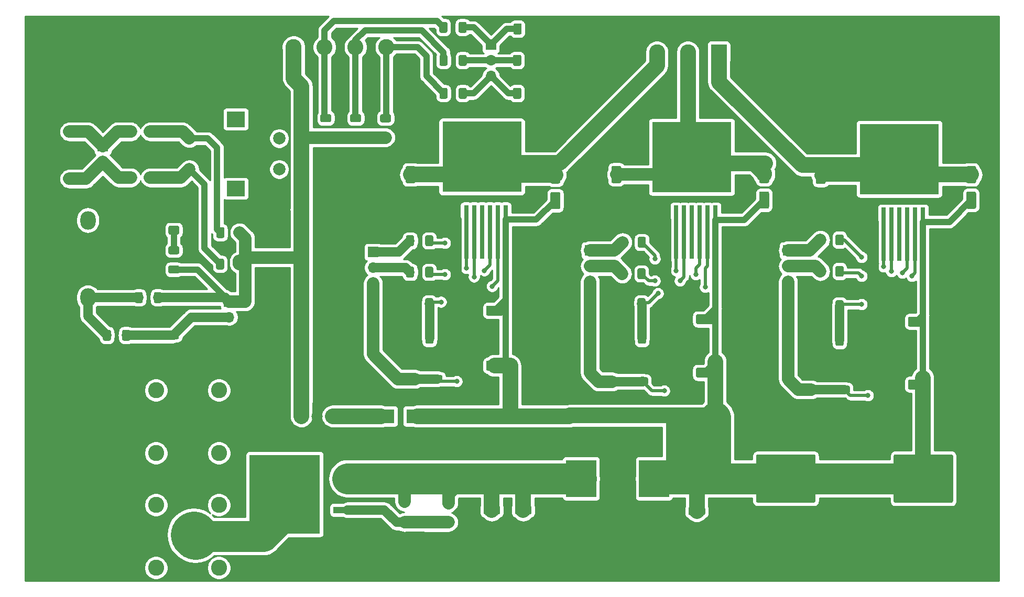
<source format=gtl>
%TF.GenerationSoftware,KiCad,Pcbnew,5.1.10*%
%TF.CreationDate,2021-11-15T11:07:25+01:00*%
%TF.ProjectId,PCB_BLDC,5043425f-424c-4444-932e-6b696361645f,V1*%
%TF.SameCoordinates,Original*%
%TF.FileFunction,Copper,L1,Top*%
%TF.FilePolarity,Positive*%
%FSLAX46Y46*%
G04 Gerber Fmt 4.6, Leading zero omitted, Abs format (unit mm)*
G04 Created by KiCad (PCBNEW 5.1.10) date 2021-11-15 11:07:25*
%MOMM*%
%LPD*%
G01*
G04 APERTURE LIST*
%TA.AperFunction,ComponentPad*%
%ADD10R,2.600000X2.600000*%
%TD*%
%TA.AperFunction,ComponentPad*%
%ADD11C,2.600000*%
%TD*%
%TA.AperFunction,ComponentPad*%
%ADD12O,1.700000X1.700000*%
%TD*%
%TA.AperFunction,ComponentPad*%
%ADD13R,1.700000X1.700000*%
%TD*%
%TA.AperFunction,ComponentPad*%
%ADD14O,2.500000X3.000000*%
%TD*%
%TA.AperFunction,ComponentPad*%
%ADD15C,4.000000*%
%TD*%
%TA.AperFunction,ComponentPad*%
%ADD16C,2.000000*%
%TD*%
%TA.AperFunction,ComponentPad*%
%ADD17R,2.000000X2.000000*%
%TD*%
%TA.AperFunction,ComponentPad*%
%ADD18R,3.000000X2.500000*%
%TD*%
%TA.AperFunction,SMDPad,CuDef*%
%ADD19R,0.800000X8.600000*%
%TD*%
%TA.AperFunction,SMDPad,CuDef*%
%ADD20R,12.800000X11.400000*%
%TD*%
%TA.AperFunction,SMDPad,CuDef*%
%ADD21R,11.400000X12.800000*%
%TD*%
%TA.AperFunction,SMDPad,CuDef*%
%ADD22R,8.600000X1.100000*%
%TD*%
%TA.AperFunction,SMDPad,CuDef*%
%ADD23R,3.500000X2.300000*%
%TD*%
%TA.AperFunction,SMDPad,CuDef*%
%ADD24R,1.200000X0.900000*%
%TD*%
%TA.AperFunction,ComponentPad*%
%ADD25C,1.800000*%
%TD*%
%TA.AperFunction,ComponentPad*%
%ADD26R,1.500000X1.500000*%
%TD*%
%TA.AperFunction,SMDPad,CuDef*%
%ADD27R,4.900000X6.000000*%
%TD*%
%TA.AperFunction,ViaPad*%
%ADD28C,0.800000*%
%TD*%
%TA.AperFunction,Conductor*%
%ADD29C,1.000000*%
%TD*%
%TA.AperFunction,Conductor*%
%ADD30C,2.000000*%
%TD*%
%TA.AperFunction,Conductor*%
%ADD31C,1.500000*%
%TD*%
%TA.AperFunction,Conductor*%
%ADD32C,7.500000*%
%TD*%
%TA.AperFunction,Conductor*%
%ADD33C,2.500000*%
%TD*%
%TA.AperFunction,Conductor*%
%ADD34C,0.500000*%
%TD*%
%TA.AperFunction,Conductor*%
%ADD35C,5.000000*%
%TD*%
%TA.AperFunction,Conductor*%
%ADD36C,0.254000*%
%TD*%
%TA.AperFunction,Conductor*%
%ADD37C,0.100000*%
%TD*%
G04 APERTURE END LIST*
D10*
%TO.P,J3,5*%
%TO.N,GND*%
X79720400Y-66700400D03*
D11*
%TO.P,J3,4*%
%TO.N,/VCC_5V*%
X84720400Y-66700400D03*
%TO.P,J3,3*%
%TO.N,/L1_Sense*%
X89720400Y-66700400D03*
%TO.P,J3,2*%
%TO.N,/L2_Sense*%
X94720400Y-66700400D03*
%TO.P,J3,1*%
%TO.N,/L3_Sense*%
X99720400Y-66700400D03*
%TD*%
%TO.P,R23,2*%
%TO.N,/L2_Sense_Filt*%
%TA.AperFunction,SMDPad,CuDef*%
G36*
G01*
X111390000Y-69459000D02*
X111390000Y-68209000D01*
G75*
G02*
X111640000Y-67959000I250000J0D01*
G01*
X112440000Y-67959000D01*
G75*
G02*
X112690000Y-68209000I0J-250000D01*
G01*
X112690000Y-69459000D01*
G75*
G02*
X112440000Y-69709000I-250000J0D01*
G01*
X111640000Y-69709000D01*
G75*
G02*
X111390000Y-69459000I0J250000D01*
G01*
G37*
%TD.AperFunction*%
%TO.P,R23,1*%
%TO.N,/L2_Sense*%
%TA.AperFunction,SMDPad,CuDef*%
G36*
G01*
X108290000Y-69459000D02*
X108290000Y-68209000D01*
G75*
G02*
X108540000Y-67959000I250000J0D01*
G01*
X109340000Y-67959000D01*
G75*
G02*
X109590000Y-68209000I0J-250000D01*
G01*
X109590000Y-69459000D01*
G75*
G02*
X109340000Y-69709000I-250000J0D01*
G01*
X108540000Y-69709000D01*
G75*
G02*
X108290000Y-69459000I0J250000D01*
G01*
G37*
%TD.AperFunction*%
%TD*%
%TO.P,R22,2*%
%TO.N,/VCC_5V*%
%TA.AperFunction,SMDPad,CuDef*%
G36*
G01*
X94117000Y-80630000D02*
X95367000Y-80630000D01*
G75*
G02*
X95617000Y-80880000I0J-250000D01*
G01*
X95617000Y-81680000D01*
G75*
G02*
X95367000Y-81930000I-250000J0D01*
G01*
X94117000Y-81930000D01*
G75*
G02*
X93867000Y-81680000I0J250000D01*
G01*
X93867000Y-80880000D01*
G75*
G02*
X94117000Y-80630000I250000J0D01*
G01*
G37*
%TD.AperFunction*%
%TO.P,R22,1*%
%TO.N,/L2_Sense*%
%TA.AperFunction,SMDPad,CuDef*%
G36*
G01*
X94117000Y-77530000D02*
X95367000Y-77530000D01*
G75*
G02*
X95617000Y-77780000I0J-250000D01*
G01*
X95617000Y-78580000D01*
G75*
G02*
X95367000Y-78830000I-250000J0D01*
G01*
X94117000Y-78830000D01*
G75*
G02*
X93867000Y-78580000I0J250000D01*
G01*
X93867000Y-77780000D01*
G75*
G02*
X94117000Y-77530000I250000J0D01*
G01*
G37*
%TD.AperFunction*%
%TD*%
%TO.P,R21,2*%
%TO.N,/L1_Sense_Filt*%
%TA.AperFunction,SMDPad,CuDef*%
G36*
G01*
X111364000Y-64125000D02*
X111364000Y-62875000D01*
G75*
G02*
X111614000Y-62625000I250000J0D01*
G01*
X112414000Y-62625000D01*
G75*
G02*
X112664000Y-62875000I0J-250000D01*
G01*
X112664000Y-64125000D01*
G75*
G02*
X112414000Y-64375000I-250000J0D01*
G01*
X111614000Y-64375000D01*
G75*
G02*
X111364000Y-64125000I0J250000D01*
G01*
G37*
%TD.AperFunction*%
%TO.P,R21,1*%
%TO.N,/L1_Sense*%
%TA.AperFunction,SMDPad,CuDef*%
G36*
G01*
X108264000Y-64125000D02*
X108264000Y-62875000D01*
G75*
G02*
X108514000Y-62625000I250000J0D01*
G01*
X109314000Y-62625000D01*
G75*
G02*
X109564000Y-62875000I0J-250000D01*
G01*
X109564000Y-64125000D01*
G75*
G02*
X109314000Y-64375000I-250000J0D01*
G01*
X108514000Y-64375000D01*
G75*
G02*
X108264000Y-64125000I0J250000D01*
G01*
G37*
%TD.AperFunction*%
%TD*%
%TO.P,R20,2*%
%TO.N,/VCC_5V*%
%TA.AperFunction,SMDPad,CuDef*%
G36*
G01*
X89291000Y-80630000D02*
X90541000Y-80630000D01*
G75*
G02*
X90791000Y-80880000I0J-250000D01*
G01*
X90791000Y-81680000D01*
G75*
G02*
X90541000Y-81930000I-250000J0D01*
G01*
X89291000Y-81930000D01*
G75*
G02*
X89041000Y-81680000I0J250000D01*
G01*
X89041000Y-80880000D01*
G75*
G02*
X89291000Y-80630000I250000J0D01*
G01*
G37*
%TD.AperFunction*%
%TO.P,R20,1*%
%TO.N,/L1_Sense*%
%TA.AperFunction,SMDPad,CuDef*%
G36*
G01*
X89291000Y-77530000D02*
X90541000Y-77530000D01*
G75*
G02*
X90791000Y-77780000I0J-250000D01*
G01*
X90791000Y-78580000D01*
G75*
G02*
X90541000Y-78830000I-250000J0D01*
G01*
X89291000Y-78830000D01*
G75*
G02*
X89041000Y-78580000I0J250000D01*
G01*
X89041000Y-77780000D01*
G75*
G02*
X89291000Y-77530000I250000J0D01*
G01*
G37*
%TD.AperFunction*%
%TD*%
%TO.P,R19,2*%
%TO.N,/L3_Sense_Filt*%
%TA.AperFunction,SMDPad,CuDef*%
G36*
G01*
X111390000Y-74793000D02*
X111390000Y-73543000D01*
G75*
G02*
X111640000Y-73293000I250000J0D01*
G01*
X112440000Y-73293000D01*
G75*
G02*
X112690000Y-73543000I0J-250000D01*
G01*
X112690000Y-74793000D01*
G75*
G02*
X112440000Y-75043000I-250000J0D01*
G01*
X111640000Y-75043000D01*
G75*
G02*
X111390000Y-74793000I0J250000D01*
G01*
G37*
%TD.AperFunction*%
%TO.P,R19,1*%
%TO.N,/L3_Sense*%
%TA.AperFunction,SMDPad,CuDef*%
G36*
G01*
X108290000Y-74793000D02*
X108290000Y-73543000D01*
G75*
G02*
X108540000Y-73293000I250000J0D01*
G01*
X109340000Y-73293000D01*
G75*
G02*
X109590000Y-73543000I0J-250000D01*
G01*
X109590000Y-74793000D01*
G75*
G02*
X109340000Y-75043000I-250000J0D01*
G01*
X108540000Y-75043000D01*
G75*
G02*
X108290000Y-74793000I0J250000D01*
G01*
G37*
%TD.AperFunction*%
%TD*%
%TO.P,R18,2*%
%TO.N,/VCC_5V*%
%TA.AperFunction,SMDPad,CuDef*%
G36*
G01*
X98943000Y-80656000D02*
X100193000Y-80656000D01*
G75*
G02*
X100443000Y-80906000I0J-250000D01*
G01*
X100443000Y-81706000D01*
G75*
G02*
X100193000Y-81956000I-250000J0D01*
G01*
X98943000Y-81956000D01*
G75*
G02*
X98693000Y-81706000I0J250000D01*
G01*
X98693000Y-80906000D01*
G75*
G02*
X98943000Y-80656000I250000J0D01*
G01*
G37*
%TD.AperFunction*%
%TO.P,R18,1*%
%TO.N,/L3_Sense*%
%TA.AperFunction,SMDPad,CuDef*%
G36*
G01*
X98943000Y-77556000D02*
X100193000Y-77556000D01*
G75*
G02*
X100443000Y-77806000I0J-250000D01*
G01*
X100443000Y-78606000D01*
G75*
G02*
X100193000Y-78856000I-250000J0D01*
G01*
X98943000Y-78856000D01*
G75*
G02*
X98693000Y-78606000I0J250000D01*
G01*
X98693000Y-77806000D01*
G75*
G02*
X98943000Y-77556000I250000J0D01*
G01*
G37*
%TD.AperFunction*%
%TD*%
D12*
%TO.P,J10,3*%
%TO.N,/L3_Sense_Filt*%
X116586000Y-71374000D03*
%TO.P,J10,2*%
%TO.N,/L2_Sense_Filt*%
X116586000Y-68834000D03*
D13*
%TO.P,J10,1*%
%TO.N,/L1_Sense_Filt*%
X116586000Y-66294000D03*
%TD*%
D12*
%TO.P,J7,3*%
%TO.N,/L3_IS*%
X164592000Y-104648000D03*
%TO.P,J7,2*%
%TO.N,/L3_INH*%
X164592000Y-102108000D03*
D13*
%TO.P,J7,1*%
%TO.N,/L3_IN*%
X164592000Y-99568000D03*
%TD*%
D12*
%TO.P,J6,3*%
%TO.N,/L2_IS*%
X132588000Y-104648000D03*
%TO.P,J6,2*%
%TO.N,/L2_INH*%
X132588000Y-102108000D03*
D13*
%TO.P,J6,1*%
%TO.N,/L2_IN*%
X132588000Y-99568000D03*
%TD*%
D12*
%TO.P,J5,3*%
%TO.N,/L1_IS*%
X97536000Y-104902000D03*
%TO.P,J5,2*%
%TO.N,/L1_INH*%
X97536000Y-102362000D03*
D13*
%TO.P,J5,1*%
%TO.N,/L1_IN*%
X97536000Y-99822000D03*
%TD*%
%TO.P,C28,2*%
%TO.N,GND*%
%TA.AperFunction,SMDPad,CuDef*%
G36*
G01*
X123289500Y-69484001D02*
X123289500Y-68183999D01*
G75*
G02*
X123539499Y-67934000I249999J0D01*
G01*
X124364501Y-67934000D01*
G75*
G02*
X124614500Y-68183999I0J-249999D01*
G01*
X124614500Y-69484001D01*
G75*
G02*
X124364501Y-69734000I-249999J0D01*
G01*
X123539499Y-69734000D01*
G75*
G02*
X123289500Y-69484001I0J249999D01*
G01*
G37*
%TD.AperFunction*%
%TO.P,C28,1*%
%TO.N,/L2_Sense_Filt*%
%TA.AperFunction,SMDPad,CuDef*%
G36*
G01*
X120164500Y-69484001D02*
X120164500Y-68183999D01*
G75*
G02*
X120414499Y-67934000I249999J0D01*
G01*
X121239501Y-67934000D01*
G75*
G02*
X121489500Y-68183999I0J-249999D01*
G01*
X121489500Y-69484001D01*
G75*
G02*
X121239501Y-69734000I-249999J0D01*
G01*
X120414499Y-69734000D01*
G75*
G02*
X120164500Y-69484001I0J249999D01*
G01*
G37*
%TD.AperFunction*%
%TD*%
%TO.P,C27,2*%
%TO.N,GND*%
%TA.AperFunction,SMDPad,CuDef*%
G36*
G01*
X123366500Y-64404001D02*
X123366500Y-63103999D01*
G75*
G02*
X123616499Y-62854000I249999J0D01*
G01*
X124441501Y-62854000D01*
G75*
G02*
X124691500Y-63103999I0J-249999D01*
G01*
X124691500Y-64404001D01*
G75*
G02*
X124441501Y-64654000I-249999J0D01*
G01*
X123616499Y-64654000D01*
G75*
G02*
X123366500Y-64404001I0J249999D01*
G01*
G37*
%TD.AperFunction*%
%TO.P,C27,1*%
%TO.N,/L1_Sense_Filt*%
%TA.AperFunction,SMDPad,CuDef*%
G36*
G01*
X120241500Y-64404001D02*
X120241500Y-63103999D01*
G75*
G02*
X120491499Y-62854000I249999J0D01*
G01*
X121316501Y-62854000D01*
G75*
G02*
X121566500Y-63103999I0J-249999D01*
G01*
X121566500Y-64404001D01*
G75*
G02*
X121316501Y-64654000I-249999J0D01*
G01*
X120491499Y-64654000D01*
G75*
G02*
X120241500Y-64404001I0J249999D01*
G01*
G37*
%TD.AperFunction*%
%TD*%
%TO.P,C26,2*%
%TO.N,GND*%
%TA.AperFunction,SMDPad,CuDef*%
G36*
G01*
X123289500Y-74818001D02*
X123289500Y-73517999D01*
G75*
G02*
X123539499Y-73268000I249999J0D01*
G01*
X124364501Y-73268000D01*
G75*
G02*
X124614500Y-73517999I0J-249999D01*
G01*
X124614500Y-74818001D01*
G75*
G02*
X124364501Y-75068000I-249999J0D01*
G01*
X123539499Y-75068000D01*
G75*
G02*
X123289500Y-74818001I0J249999D01*
G01*
G37*
%TD.AperFunction*%
%TO.P,C26,1*%
%TO.N,/L3_Sense_Filt*%
%TA.AperFunction,SMDPad,CuDef*%
G36*
G01*
X120164500Y-74818001D02*
X120164500Y-73517999D01*
G75*
G02*
X120414499Y-73268000I249999J0D01*
G01*
X121239501Y-73268000D01*
G75*
G02*
X121489500Y-73517999I0J-249999D01*
G01*
X121489500Y-74818001D01*
G75*
G02*
X121239501Y-75068000I-249999J0D01*
G01*
X120414499Y-75068000D01*
G75*
G02*
X120164500Y-74818001I0J249999D01*
G01*
G37*
%TD.AperFunction*%
%TD*%
D12*
%TO.P,J9,3*%
%TO.N,GND*%
X74304400Y-112893200D03*
%TO.P,J9,2*%
%TO.N,/Reset_SW*%
X74304400Y-110353200D03*
D13*
%TO.P,J9,1*%
%TO.N,/VCC_5V*%
X74304400Y-107813200D03*
%TD*%
D14*
%TO.P,SW2,2*%
%TO.N,Net-(R26-Pad1)*%
X51482000Y-107188000D03*
%TO.P,SW2,1*%
%TO.N,GND*%
X46482000Y-107188000D03*
%TO.P,SW2,2*%
%TO.N,Net-(R26-Pad1)*%
X51482000Y-94688000D03*
%TO.P,SW2,1*%
%TO.N,GND*%
X46482000Y-94688000D03*
%TD*%
%TO.P,R27,2*%
%TO.N,/Reset_SW*%
%TA.AperFunction,SMDPad,CuDef*%
G36*
G01*
X57008000Y-113909000D02*
X57008000Y-112659000D01*
G75*
G02*
X57258000Y-112409000I250000J0D01*
G01*
X58058000Y-112409000D01*
G75*
G02*
X58308000Y-112659000I0J-250000D01*
G01*
X58308000Y-113909000D01*
G75*
G02*
X58058000Y-114159000I-250000J0D01*
G01*
X57258000Y-114159000D01*
G75*
G02*
X57008000Y-113909000I0J250000D01*
G01*
G37*
%TD.AperFunction*%
%TO.P,R27,1*%
%TO.N,Net-(R26-Pad1)*%
%TA.AperFunction,SMDPad,CuDef*%
G36*
G01*
X53908000Y-113909000D02*
X53908000Y-112659000D01*
G75*
G02*
X54158000Y-112409000I250000J0D01*
G01*
X54958000Y-112409000D01*
G75*
G02*
X55208000Y-112659000I0J-250000D01*
G01*
X55208000Y-113909000D01*
G75*
G02*
X54958000Y-114159000I-250000J0D01*
G01*
X54158000Y-114159000D01*
G75*
G02*
X53908000Y-113909000I0J250000D01*
G01*
G37*
%TD.AperFunction*%
%TD*%
%TO.P,R26,2*%
%TO.N,/VCC_5V*%
%TA.AperFunction,SMDPad,CuDef*%
G36*
G01*
X62140000Y-107813000D02*
X62140000Y-106563000D01*
G75*
G02*
X62390000Y-106313000I250000J0D01*
G01*
X63190000Y-106313000D01*
G75*
G02*
X63440000Y-106563000I0J-250000D01*
G01*
X63440000Y-107813000D01*
G75*
G02*
X63190000Y-108063000I-250000J0D01*
G01*
X62390000Y-108063000D01*
G75*
G02*
X62140000Y-107813000I0J250000D01*
G01*
G37*
%TD.AperFunction*%
%TO.P,R26,1*%
%TO.N,Net-(R26-Pad1)*%
%TA.AperFunction,SMDPad,CuDef*%
G36*
G01*
X59040000Y-107813000D02*
X59040000Y-106563000D01*
G75*
G02*
X59290000Y-106313000I250000J0D01*
G01*
X60090000Y-106313000D01*
G75*
G02*
X60340000Y-106563000I0J-250000D01*
G01*
X60340000Y-107813000D01*
G75*
G02*
X60090000Y-108063000I-250000J0D01*
G01*
X59290000Y-108063000D01*
G75*
G02*
X59040000Y-107813000I0J250000D01*
G01*
G37*
%TD.AperFunction*%
%TD*%
%TO.P,C29,2*%
%TO.N,GND*%
%TA.AperFunction,SMDPad,CuDef*%
G36*
G01*
X64627999Y-115708000D02*
X65928001Y-115708000D01*
G75*
G02*
X66178000Y-115957999I0J-249999D01*
G01*
X66178000Y-116783001D01*
G75*
G02*
X65928001Y-117033000I-249999J0D01*
G01*
X64627999Y-117033000D01*
G75*
G02*
X64378000Y-116783001I0J249999D01*
G01*
X64378000Y-115957999D01*
G75*
G02*
X64627999Y-115708000I249999J0D01*
G01*
G37*
%TD.AperFunction*%
%TO.P,C29,1*%
%TO.N,/Reset_SW*%
%TA.AperFunction,SMDPad,CuDef*%
G36*
G01*
X64627999Y-112583000D02*
X65928001Y-112583000D01*
G75*
G02*
X66178000Y-112832999I0J-249999D01*
G01*
X66178000Y-113658001D01*
G75*
G02*
X65928001Y-113908000I-249999J0D01*
G01*
X64627999Y-113908000D01*
G75*
G02*
X64378000Y-113658001I0J249999D01*
G01*
X64378000Y-112832999D01*
G75*
G02*
X64627999Y-112583000I249999J0D01*
G01*
G37*
%TD.AperFunction*%
%TD*%
D15*
%TO.P,J1,1*%
%TO.N,GND*%
X68834000Y-127254000D03*
D11*
%TO.P,J1,2*%
%TO.N,N/C*%
X72644000Y-132334000D03*
X72644000Y-122174000D03*
X62484000Y-122174000D03*
X62484000Y-132334000D03*
%TD*%
D15*
%TO.P,J8,1*%
%TO.N,/VCC_Unregulated*%
X68834000Y-145796000D03*
D11*
%TO.P,J8,2*%
%TO.N,N/C*%
X72644000Y-150876000D03*
X72644000Y-140716000D03*
X62484000Y-140716000D03*
X62484000Y-150876000D03*
%TD*%
%TO.P,R25,2*%
%TO.N,/VCC_5V*%
%TA.AperFunction,SMDPad,CuDef*%
G36*
G01*
X75280000Y-102393000D02*
X75280000Y-101143000D01*
G75*
G02*
X75530000Y-100893000I250000J0D01*
G01*
X76330000Y-100893000D01*
G75*
G02*
X76580000Y-101143000I0J-250000D01*
G01*
X76580000Y-102393000D01*
G75*
G02*
X76330000Y-102643000I-250000J0D01*
G01*
X75530000Y-102643000D01*
G75*
G02*
X75280000Y-102393000I0J250000D01*
G01*
G37*
%TD.AperFunction*%
%TO.P,R25,1*%
%TO.N,Net-(R17-Pad1)*%
%TA.AperFunction,SMDPad,CuDef*%
G36*
G01*
X72180000Y-102393000D02*
X72180000Y-101143000D01*
G75*
G02*
X72430000Y-100893000I250000J0D01*
G01*
X73230000Y-100893000D01*
G75*
G02*
X73480000Y-101143000I0J-250000D01*
G01*
X73480000Y-102393000D01*
G75*
G02*
X73230000Y-102643000I-250000J0D01*
G01*
X72430000Y-102643000D01*
G75*
G02*
X72180000Y-102393000I0J250000D01*
G01*
G37*
%TD.AperFunction*%
%TD*%
%TO.P,R24,2*%
%TO.N,/VCC_5V*%
%TA.AperFunction,SMDPad,CuDef*%
G36*
G01*
X75332000Y-97313000D02*
X75332000Y-96063000D01*
G75*
G02*
X75582000Y-95813000I250000J0D01*
G01*
X76382000Y-95813000D01*
G75*
G02*
X76632000Y-96063000I0J-250000D01*
G01*
X76632000Y-97313000D01*
G75*
G02*
X76382000Y-97563000I-250000J0D01*
G01*
X75582000Y-97563000D01*
G75*
G02*
X75332000Y-97313000I0J250000D01*
G01*
G37*
%TD.AperFunction*%
%TO.P,R24,1*%
%TO.N,Net-(R16-Pad1)*%
%TA.AperFunction,SMDPad,CuDef*%
G36*
G01*
X72232000Y-97313000D02*
X72232000Y-96063000D01*
G75*
G02*
X72482000Y-95813000I250000J0D01*
G01*
X73282000Y-95813000D01*
G75*
G02*
X73532000Y-96063000I0J-250000D01*
G01*
X73532000Y-97313000D01*
G75*
G02*
X73282000Y-97563000I-250000J0D01*
G01*
X72482000Y-97563000D01*
G75*
G02*
X72232000Y-97313000I0J250000D01*
G01*
G37*
%TD.AperFunction*%
%TD*%
D12*
%TO.P,J4,2*%
%TO.N,/Rot_B_Pull_Up*%
X53908200Y-85258000D03*
D13*
%TO.P,J4,1*%
%TO.N,/Rot_A_Pull_Up*%
X53908200Y-82718000D03*
%TD*%
D16*
%TO.P,SW1,A*%
%TO.N,Net-(R16-Pad1)*%
X67878200Y-81448000D03*
D17*
%TO.P,SW1,C*%
%TO.N,GND*%
X67878200Y-83948000D03*
D16*
%TO.P,SW1,B*%
%TO.N,Net-(R17-Pad1)*%
X67878200Y-86448000D03*
D18*
%TO.P,SW1,MP*%
%TO.N,N/C*%
X75378200Y-78348000D03*
X75378200Y-89548000D03*
D16*
%TO.P,SW1,S1*%
X82378200Y-81448000D03*
%TO.P,SW1,S2*%
X82378200Y-86448000D03*
%TD*%
D11*
%TO.P,J2,3*%
%TO.N,/L1_Motor*%
X143416000Y-67564000D03*
%TO.P,J2,2*%
%TO.N,/L2_Motor*%
X148416000Y-67564000D03*
D10*
%TO.P,J2,1*%
%TO.N,/L3_Motor*%
X153416000Y-67564000D03*
%TD*%
%TO.P,C4,2*%
%TO.N,GND*%
%TA.AperFunction,SMDPad,CuDef*%
G36*
G01*
X120718398Y-144041300D02*
X122918402Y-144041300D01*
G75*
G02*
X123168400Y-144291298I0J-249998D01*
G01*
X123168400Y-145116302D01*
G75*
G02*
X122918402Y-145366300I-249998J0D01*
G01*
X120718398Y-145366300D01*
G75*
G02*
X120468400Y-145116302I0J249998D01*
G01*
X120468400Y-144291298D01*
G75*
G02*
X120718398Y-144041300I249998J0D01*
G01*
G37*
%TD.AperFunction*%
%TO.P,C4,1*%
%TO.N,/VCC_Polartiy_Check*%
%TA.AperFunction,SMDPad,CuDef*%
G36*
G01*
X120718398Y-140916300D02*
X122918402Y-140916300D01*
G75*
G02*
X123168400Y-141166298I0J-249998D01*
G01*
X123168400Y-141991302D01*
G75*
G02*
X122918402Y-142241300I-249998J0D01*
G01*
X120718398Y-142241300D01*
G75*
G02*
X120468400Y-141991302I0J249998D01*
G01*
X120468400Y-141166298D01*
G75*
G02*
X120718398Y-140916300I249998J0D01*
G01*
G37*
%TD.AperFunction*%
%TD*%
%TO.P,C2,2*%
%TO.N,GND*%
%TA.AperFunction,SMDPad,CuDef*%
G36*
G01*
X148759998Y-144156000D02*
X150960002Y-144156000D01*
G75*
G02*
X151210000Y-144405998I0J-249998D01*
G01*
X151210000Y-145231002D01*
G75*
G02*
X150960002Y-145481000I-249998J0D01*
G01*
X148759998Y-145481000D01*
G75*
G02*
X148510000Y-145231002I0J249998D01*
G01*
X148510000Y-144405998D01*
G75*
G02*
X148759998Y-144156000I249998J0D01*
G01*
G37*
%TD.AperFunction*%
%TO.P,C2,1*%
%TO.N,/VCC_Filtered*%
%TA.AperFunction,SMDPad,CuDef*%
G36*
G01*
X148759998Y-141031000D02*
X150960002Y-141031000D01*
G75*
G02*
X151210000Y-141280998I0J-249998D01*
G01*
X151210000Y-142106002D01*
G75*
G02*
X150960002Y-142356000I-249998J0D01*
G01*
X148759998Y-142356000D01*
G75*
G02*
X148510000Y-142106002I0J249998D01*
G01*
X148510000Y-141280998D01*
G75*
G02*
X148759998Y-141031000I249998J0D01*
G01*
G37*
%TD.AperFunction*%
%TD*%
%TO.P,C1,2*%
%TO.N,GND*%
%TA.AperFunction,SMDPad,CuDef*%
G36*
G01*
X115638398Y-144041300D02*
X117838402Y-144041300D01*
G75*
G02*
X118088400Y-144291298I0J-249998D01*
G01*
X118088400Y-145116302D01*
G75*
G02*
X117838402Y-145366300I-249998J0D01*
G01*
X115638398Y-145366300D01*
G75*
G02*
X115388400Y-145116302I0J249998D01*
G01*
X115388400Y-144291298D01*
G75*
G02*
X115638398Y-144041300I249998J0D01*
G01*
G37*
%TD.AperFunction*%
%TO.P,C1,1*%
%TO.N,/VCC_Polartiy_Check*%
%TA.AperFunction,SMDPad,CuDef*%
G36*
G01*
X115638398Y-140916300D02*
X117838402Y-140916300D01*
G75*
G02*
X118088400Y-141166298I0J-249998D01*
G01*
X118088400Y-141991302D01*
G75*
G02*
X117838402Y-142241300I-249998J0D01*
G01*
X115638398Y-142241300D01*
G75*
G02*
X115388400Y-141991302I0J249998D01*
G01*
X115388400Y-141166298D01*
G75*
G02*
X115638398Y-140916300I249998J0D01*
G01*
G37*
%TD.AperFunction*%
%TD*%
D19*
%TO.P,U4,1*%
%TO.N,GND*%
X178765200Y-96939200D03*
%TO.P,U4,2*%
%TO.N,Net-(R15-Pad1)*%
X180035200Y-96939200D03*
%TO.P,U4,3*%
%TO.N,Net-(R14-Pad1)*%
X181305200Y-96939200D03*
%TO.P,U4,4*%
%TO.N,/L3_Motor*%
X182575200Y-96939200D03*
%TO.P,U4,5*%
%TO.N,Net-(C13-Pad1)*%
X183845200Y-96939200D03*
%TO.P,U4,6*%
%TO.N,/L3_IS*%
X185115200Y-96939200D03*
%TO.P,U4,7*%
%TO.N,/VCC_Filtered*%
X186385200Y-96939200D03*
D20*
%TO.P,U4,8*%
%TO.N,/L3_Motor*%
X182575200Y-84789200D03*
%TD*%
%TO.P,C21,2*%
%TO.N,GND*%
%TA.AperFunction,SMDPad,CuDef*%
G36*
G01*
X148372200Y-110143200D02*
X148372200Y-111243200D01*
G75*
G02*
X148122200Y-111493200I-250000J0D01*
G01*
X145847200Y-111493200D01*
G75*
G02*
X145597200Y-111243200I0J250000D01*
G01*
X145597200Y-110143200D01*
G75*
G02*
X145847200Y-109893200I250000J0D01*
G01*
X148122200Y-109893200D01*
G75*
G02*
X148372200Y-110143200I0J-250000D01*
G01*
G37*
%TD.AperFunction*%
%TO.P,C21,1*%
%TO.N,/VCC_Filtered*%
%TA.AperFunction,SMDPad,CuDef*%
G36*
G01*
X152497200Y-110143200D02*
X152497200Y-111243200D01*
G75*
G02*
X152247200Y-111493200I-250000J0D01*
G01*
X149972200Y-111493200D01*
G75*
G02*
X149722200Y-111243200I0J250000D01*
G01*
X149722200Y-110143200D01*
G75*
G02*
X149972200Y-109893200I250000J0D01*
G01*
X152247200Y-109893200D01*
G75*
G02*
X152497200Y-110143200I0J-250000D01*
G01*
G37*
%TD.AperFunction*%
%TD*%
%TO.P,C16,2*%
%TO.N,/L2_Motor*%
%TA.AperFunction,SMDPad,CuDef*%
G36*
G01*
X161281200Y-88682200D02*
X160181200Y-88682200D01*
G75*
G02*
X159931200Y-88432200I0J250000D01*
G01*
X159931200Y-86157200D01*
G75*
G02*
X160181200Y-85907200I250000J0D01*
G01*
X161281200Y-85907200D01*
G75*
G02*
X161531200Y-86157200I0J-250000D01*
G01*
X161531200Y-88432200D01*
G75*
G02*
X161281200Y-88682200I-250000J0D01*
G01*
G37*
%TD.AperFunction*%
%TO.P,C16,1*%
%TO.N,/VCC_Filtered*%
%TA.AperFunction,SMDPad,CuDef*%
G36*
G01*
X161281200Y-92807200D02*
X160181200Y-92807200D01*
G75*
G02*
X159931200Y-92557200I0J250000D01*
G01*
X159931200Y-90282200D01*
G75*
G02*
X160181200Y-90032200I250000J0D01*
G01*
X161281200Y-90032200D01*
G75*
G02*
X161531200Y-90282200I0J-250000D01*
G01*
X161531200Y-92557200D01*
G75*
G02*
X161281200Y-92807200I-250000J0D01*
G01*
G37*
%TD.AperFunction*%
%TD*%
%TO.P,C17,2*%
%TO.N,/L2_Motor*%
%TA.AperFunction,SMDPad,CuDef*%
G36*
G01*
X137405200Y-88682200D02*
X136305200Y-88682200D01*
G75*
G02*
X136055200Y-88432200I0J250000D01*
G01*
X136055200Y-86157200D01*
G75*
G02*
X136305200Y-85907200I250000J0D01*
G01*
X137405200Y-85907200D01*
G75*
G02*
X137655200Y-86157200I0J-250000D01*
G01*
X137655200Y-88432200D01*
G75*
G02*
X137405200Y-88682200I-250000J0D01*
G01*
G37*
%TD.AperFunction*%
%TO.P,C17,1*%
%TO.N,GND*%
%TA.AperFunction,SMDPad,CuDef*%
G36*
G01*
X137405200Y-92807200D02*
X136305200Y-92807200D01*
G75*
G02*
X136055200Y-92557200I0J250000D01*
G01*
X136055200Y-90282200D01*
G75*
G02*
X136305200Y-90032200I250000J0D01*
G01*
X137405200Y-90032200D01*
G75*
G02*
X137655200Y-90282200I0J-250000D01*
G01*
X137655200Y-92557200D01*
G75*
G02*
X137405200Y-92807200I-250000J0D01*
G01*
G37*
%TD.AperFunction*%
%TD*%
D19*
%TO.P,U2,1*%
%TO.N,GND*%
X111328200Y-96570200D03*
%TO.P,U2,2*%
%TO.N,Net-(R9-Pad1)*%
X112598200Y-96570200D03*
%TO.P,U2,3*%
%TO.N,Net-(R8-Pad1)*%
X113868200Y-96570200D03*
%TO.P,U2,4*%
%TO.N,/L1_Motor*%
X115138200Y-96570200D03*
%TO.P,U2,5*%
%TO.N,Net-(C11-Pad1)*%
X116408200Y-96570200D03*
%TO.P,U2,6*%
%TO.N,/L1_IS*%
X117678200Y-96570200D03*
%TO.P,U2,7*%
%TO.N,/VCC_Filtered*%
X118948200Y-96570200D03*
D20*
%TO.P,U2,8*%
%TO.N,/L1_Motor*%
X115138200Y-84420200D03*
%TD*%
D19*
%TO.P,U3,1*%
%TO.N,GND*%
X145237200Y-96624200D03*
%TO.P,U3,2*%
%TO.N,Net-(R12-Pad1)*%
X146507200Y-96624200D03*
%TO.P,U3,3*%
%TO.N,Net-(R11-Pad1)*%
X147777200Y-96624200D03*
%TO.P,U3,4*%
%TO.N,/L2_Motor*%
X149047200Y-96624200D03*
%TO.P,U3,5*%
%TO.N,Net-(C12-Pad1)*%
X150317200Y-96624200D03*
%TO.P,U3,6*%
%TO.N,/L2_IS*%
X151587200Y-96624200D03*
%TO.P,U3,7*%
%TO.N,/VCC_Filtered*%
X152857200Y-96624200D03*
D20*
%TO.P,U3,8*%
%TO.N,/L2_Motor*%
X149047200Y-84474200D03*
%TD*%
D21*
%TO.P,Q1,2*%
%TO.N,/VCC_Unregulated*%
X83280400Y-138988800D03*
D22*
%TO.P,Q1,3*%
%TO.N,/VCC_Polartiy_Check*%
X95430400Y-136448800D03*
%TO.P,Q1,1*%
%TO.N,Net-(D1-Pad2)*%
X95430400Y-141528800D03*
%TD*%
%TO.P,R17,2*%
%TO.N,/Rot_B_Pull_Up*%
%TA.AperFunction,SMDPad,CuDef*%
G36*
G01*
X59078200Y-87172999D02*
X59078200Y-88423001D01*
G75*
G02*
X58828201Y-88673000I-249999J0D01*
G01*
X58028199Y-88673000D01*
G75*
G02*
X57778200Y-88423001I0J249999D01*
G01*
X57778200Y-87172999D01*
G75*
G02*
X58028199Y-86923000I249999J0D01*
G01*
X58828201Y-86923000D01*
G75*
G02*
X59078200Y-87172999I0J-249999D01*
G01*
G37*
%TD.AperFunction*%
%TO.P,R17,1*%
%TO.N,Net-(R17-Pad1)*%
%TA.AperFunction,SMDPad,CuDef*%
G36*
G01*
X62178200Y-87172999D02*
X62178200Y-88423001D01*
G75*
G02*
X61928201Y-88673000I-249999J0D01*
G01*
X61128199Y-88673000D01*
G75*
G02*
X60878200Y-88423001I0J249999D01*
G01*
X60878200Y-87172999D01*
G75*
G02*
X61128199Y-86923000I249999J0D01*
G01*
X61928201Y-86923000D01*
G75*
G02*
X62178200Y-87172999I0J-249999D01*
G01*
G37*
%TD.AperFunction*%
%TD*%
%TO.P,R16,2*%
%TO.N,/Rot_A_Pull_Up*%
%TA.AperFunction,SMDPad,CuDef*%
G36*
G01*
X59078200Y-79743499D02*
X59078200Y-80993501D01*
G75*
G02*
X58828201Y-81243500I-249999J0D01*
G01*
X58028199Y-81243500D01*
G75*
G02*
X57778200Y-80993501I0J249999D01*
G01*
X57778200Y-79743499D01*
G75*
G02*
X58028199Y-79493500I249999J0D01*
G01*
X58828201Y-79493500D01*
G75*
G02*
X59078200Y-79743499I0J-249999D01*
G01*
G37*
%TD.AperFunction*%
%TO.P,R16,1*%
%TO.N,Net-(R16-Pad1)*%
%TA.AperFunction,SMDPad,CuDef*%
G36*
G01*
X62178200Y-79743499D02*
X62178200Y-80993501D01*
G75*
G02*
X61928201Y-81243500I-249999J0D01*
G01*
X61128199Y-81243500D01*
G75*
G02*
X60878200Y-80993501I0J249999D01*
G01*
X60878200Y-79743499D01*
G75*
G02*
X61128199Y-79493500I249999J0D01*
G01*
X61928201Y-79493500D01*
G75*
G02*
X62178200Y-79743499I0J-249999D01*
G01*
G37*
%TD.AperFunction*%
%TD*%
%TO.P,D3,1*%
%TO.N,GND*%
%TA.AperFunction,SMDPad,CuDef*%
G36*
G01*
X64738600Y-92606800D02*
X65988600Y-92606800D01*
G75*
G02*
X66238600Y-92856800I0J-250000D01*
G01*
X66238600Y-93781800D01*
G75*
G02*
X65988600Y-94031800I-250000J0D01*
G01*
X64738600Y-94031800D01*
G75*
G02*
X64488600Y-93781800I0J250000D01*
G01*
X64488600Y-92856800D01*
G75*
G02*
X64738600Y-92606800I250000J0D01*
G01*
G37*
%TD.AperFunction*%
%TO.P,D3,2*%
%TO.N,Net-(D3-Pad2)*%
%TA.AperFunction,SMDPad,CuDef*%
G36*
G01*
X64738600Y-95581800D02*
X65988600Y-95581800D01*
G75*
G02*
X66238600Y-95831800I0J-250000D01*
G01*
X66238600Y-96756800D01*
G75*
G02*
X65988600Y-97006800I-250000J0D01*
G01*
X64738600Y-97006800D01*
G75*
G02*
X64488600Y-96756800I0J250000D01*
G01*
X64488600Y-95831800D01*
G75*
G02*
X64738600Y-95581800I250000J0D01*
G01*
G37*
%TD.AperFunction*%
%TD*%
D23*
%TO.P,D2,1*%
%TO.N,Net-(D2-Pad1)*%
X99281000Y-126365000D03*
%TO.P,D2,2*%
%TO.N,/VCC_Filtered*%
X104681000Y-126365000D03*
%TD*%
D24*
%TO.P,D1,2*%
%TO.N,Net-(D1-Pad2)*%
X102616000Y-143508000D03*
%TO.P,D1,1*%
%TO.N,/VCC_Polartiy_Check*%
X102616000Y-140208000D03*
%TD*%
%TO.P,C25,2*%
%TO.N,GND*%
%TA.AperFunction,SMDPad,CuDef*%
G36*
G01*
X182631700Y-120684200D02*
X182631700Y-121784200D01*
G75*
G02*
X182381700Y-122034200I-250000J0D01*
G01*
X180106700Y-122034200D01*
G75*
G02*
X179856700Y-121784200I0J250000D01*
G01*
X179856700Y-120684200D01*
G75*
G02*
X180106700Y-120434200I250000J0D01*
G01*
X182381700Y-120434200D01*
G75*
G02*
X182631700Y-120684200I0J-250000D01*
G01*
G37*
%TD.AperFunction*%
%TO.P,C25,1*%
%TO.N,/VCC_Filtered*%
%TA.AperFunction,SMDPad,CuDef*%
G36*
G01*
X186756700Y-120684200D02*
X186756700Y-121784200D01*
G75*
G02*
X186506700Y-122034200I-250000J0D01*
G01*
X184231700Y-122034200D01*
G75*
G02*
X183981700Y-121784200I0J250000D01*
G01*
X183981700Y-120684200D01*
G75*
G02*
X184231700Y-120434200I250000J0D01*
G01*
X186506700Y-120434200D01*
G75*
G02*
X186756700Y-120684200I0J-250000D01*
G01*
G37*
%TD.AperFunction*%
%TD*%
%TO.P,C24,2*%
%TO.N,GND*%
%TA.AperFunction,SMDPad,CuDef*%
G36*
G01*
X148372200Y-118779200D02*
X148372200Y-119879200D01*
G75*
G02*
X148122200Y-120129200I-250000J0D01*
G01*
X145847200Y-120129200D01*
G75*
G02*
X145597200Y-119879200I0J250000D01*
G01*
X145597200Y-118779200D01*
G75*
G02*
X145847200Y-118529200I250000J0D01*
G01*
X148122200Y-118529200D01*
G75*
G02*
X148372200Y-118779200I0J-250000D01*
G01*
G37*
%TD.AperFunction*%
%TO.P,C24,1*%
%TO.N,/VCC_Filtered*%
%TA.AperFunction,SMDPad,CuDef*%
G36*
G01*
X152497200Y-118779200D02*
X152497200Y-119879200D01*
G75*
G02*
X152247200Y-120129200I-250000J0D01*
G01*
X149972200Y-120129200D01*
G75*
G02*
X149722200Y-119879200I0J250000D01*
G01*
X149722200Y-118779200D01*
G75*
G02*
X149972200Y-118529200I250000J0D01*
G01*
X152247200Y-118529200D01*
G75*
G02*
X152497200Y-118779200I0J-250000D01*
G01*
G37*
%TD.AperFunction*%
%TD*%
%TO.P,C23,2*%
%TO.N,GND*%
%TA.AperFunction,SMDPad,CuDef*%
G36*
G01*
X114463200Y-117636200D02*
X114463200Y-118736200D01*
G75*
G02*
X114213200Y-118986200I-250000J0D01*
G01*
X111938200Y-118986200D01*
G75*
G02*
X111688200Y-118736200I0J250000D01*
G01*
X111688200Y-117636200D01*
G75*
G02*
X111938200Y-117386200I250000J0D01*
G01*
X114213200Y-117386200D01*
G75*
G02*
X114463200Y-117636200I0J-250000D01*
G01*
G37*
%TD.AperFunction*%
%TO.P,C23,1*%
%TO.N,/VCC_Filtered*%
%TA.AperFunction,SMDPad,CuDef*%
G36*
G01*
X118588200Y-117636200D02*
X118588200Y-118736200D01*
G75*
G02*
X118338200Y-118986200I-250000J0D01*
G01*
X116063200Y-118986200D01*
G75*
G02*
X115813200Y-118736200I0J250000D01*
G01*
X115813200Y-117636200D01*
G75*
G02*
X116063200Y-117386200I250000J0D01*
G01*
X118338200Y-117386200D01*
G75*
G02*
X118588200Y-117636200I0J-250000D01*
G01*
G37*
%TD.AperFunction*%
%TD*%
%TO.P,C22,2*%
%TO.N,GND*%
%TA.AperFunction,SMDPad,CuDef*%
G36*
G01*
X182631700Y-110524200D02*
X182631700Y-111624200D01*
G75*
G02*
X182381700Y-111874200I-250000J0D01*
G01*
X180106700Y-111874200D01*
G75*
G02*
X179856700Y-111624200I0J250000D01*
G01*
X179856700Y-110524200D01*
G75*
G02*
X180106700Y-110274200I250000J0D01*
G01*
X182381700Y-110274200D01*
G75*
G02*
X182631700Y-110524200I0J-250000D01*
G01*
G37*
%TD.AperFunction*%
%TO.P,C22,1*%
%TO.N,/VCC_Filtered*%
%TA.AperFunction,SMDPad,CuDef*%
G36*
G01*
X186756700Y-110524200D02*
X186756700Y-111624200D01*
G75*
G02*
X186506700Y-111874200I-250000J0D01*
G01*
X184231700Y-111874200D01*
G75*
G02*
X183981700Y-111624200I0J250000D01*
G01*
X183981700Y-110524200D01*
G75*
G02*
X184231700Y-110274200I250000J0D01*
G01*
X186506700Y-110274200D01*
G75*
G02*
X186756700Y-110524200I0J-250000D01*
G01*
G37*
%TD.AperFunction*%
%TD*%
%TO.P,C20,2*%
%TO.N,GND*%
%TA.AperFunction,SMDPad,CuDef*%
G36*
G01*
X114463200Y-108746200D02*
X114463200Y-109846200D01*
G75*
G02*
X114213200Y-110096200I-250000J0D01*
G01*
X111938200Y-110096200D01*
G75*
G02*
X111688200Y-109846200I0J250000D01*
G01*
X111688200Y-108746200D01*
G75*
G02*
X111938200Y-108496200I250000J0D01*
G01*
X114213200Y-108496200D01*
G75*
G02*
X114463200Y-108746200I0J-250000D01*
G01*
G37*
%TD.AperFunction*%
%TO.P,C20,1*%
%TO.N,/VCC_Filtered*%
%TA.AperFunction,SMDPad,CuDef*%
G36*
G01*
X118588200Y-108746200D02*
X118588200Y-109846200D01*
G75*
G02*
X118338200Y-110096200I-250000J0D01*
G01*
X116063200Y-110096200D01*
G75*
G02*
X115813200Y-109846200I0J250000D01*
G01*
X115813200Y-108746200D01*
G75*
G02*
X116063200Y-108496200I250000J0D01*
G01*
X118338200Y-108496200D01*
G75*
G02*
X118588200Y-108746200I0J-250000D01*
G01*
G37*
%TD.AperFunction*%
%TD*%
%TO.P,C19,2*%
%TO.N,/L3_Motor*%
%TA.AperFunction,SMDPad,CuDef*%
G36*
G01*
X170425200Y-88809200D02*
X169325200Y-88809200D01*
G75*
G02*
X169075200Y-88559200I0J250000D01*
G01*
X169075200Y-86284200D01*
G75*
G02*
X169325200Y-86034200I250000J0D01*
G01*
X170425200Y-86034200D01*
G75*
G02*
X170675200Y-86284200I0J-250000D01*
G01*
X170675200Y-88559200D01*
G75*
G02*
X170425200Y-88809200I-250000J0D01*
G01*
G37*
%TD.AperFunction*%
%TO.P,C19,1*%
%TO.N,GND*%
%TA.AperFunction,SMDPad,CuDef*%
G36*
G01*
X170425200Y-92934200D02*
X169325200Y-92934200D01*
G75*
G02*
X169075200Y-92684200I0J250000D01*
G01*
X169075200Y-90409200D01*
G75*
G02*
X169325200Y-90159200I250000J0D01*
G01*
X170425200Y-90159200D01*
G75*
G02*
X170675200Y-90409200I0J-250000D01*
G01*
X170675200Y-92684200D01*
G75*
G02*
X170425200Y-92934200I-250000J0D01*
G01*
G37*
%TD.AperFunction*%
%TD*%
%TO.P,C18,1*%
%TO.N,/VCC_Filtered*%
%TA.AperFunction,SMDPad,CuDef*%
G36*
G01*
X194733000Y-92827500D02*
X193633000Y-92827500D01*
G75*
G02*
X193383000Y-92577500I0J250000D01*
G01*
X193383000Y-90302500D01*
G75*
G02*
X193633000Y-90052500I250000J0D01*
G01*
X194733000Y-90052500D01*
G75*
G02*
X194983000Y-90302500I0J-250000D01*
G01*
X194983000Y-92577500D01*
G75*
G02*
X194733000Y-92827500I-250000J0D01*
G01*
G37*
%TD.AperFunction*%
%TO.P,C18,2*%
%TO.N,/L3_Motor*%
%TA.AperFunction,SMDPad,CuDef*%
G36*
G01*
X194733000Y-88702500D02*
X193633000Y-88702500D01*
G75*
G02*
X193383000Y-88452500I0J250000D01*
G01*
X193383000Y-86177500D01*
G75*
G02*
X193633000Y-85927500I250000J0D01*
G01*
X194733000Y-85927500D01*
G75*
G02*
X194983000Y-86177500I0J-250000D01*
G01*
X194983000Y-88452500D01*
G75*
G02*
X194733000Y-88702500I-250000J0D01*
G01*
G37*
%TD.AperFunction*%
%TD*%
%TO.P,C15,2*%
%TO.N,/L1_Motor*%
%TA.AperFunction,SMDPad,CuDef*%
G36*
G01*
X104182000Y-88702500D02*
X103082000Y-88702500D01*
G75*
G02*
X102832000Y-88452500I0J250000D01*
G01*
X102832000Y-86177500D01*
G75*
G02*
X103082000Y-85927500I250000J0D01*
G01*
X104182000Y-85927500D01*
G75*
G02*
X104432000Y-86177500I0J-250000D01*
G01*
X104432000Y-88452500D01*
G75*
G02*
X104182000Y-88702500I-250000J0D01*
G01*
G37*
%TD.AperFunction*%
%TO.P,C15,1*%
%TO.N,GND*%
%TA.AperFunction,SMDPad,CuDef*%
G36*
G01*
X104182000Y-92827500D02*
X103082000Y-92827500D01*
G75*
G02*
X102832000Y-92577500I0J250000D01*
G01*
X102832000Y-90302500D01*
G75*
G02*
X103082000Y-90052500I250000J0D01*
G01*
X104182000Y-90052500D01*
G75*
G02*
X104432000Y-90302500I0J-250000D01*
G01*
X104432000Y-92577500D01*
G75*
G02*
X104182000Y-92827500I-250000J0D01*
G01*
G37*
%TD.AperFunction*%
%TD*%
%TO.P,C14,2*%
%TO.N,/L1_Motor*%
%TA.AperFunction,SMDPad,CuDef*%
G36*
G01*
X127550000Y-88763500D02*
X126450000Y-88763500D01*
G75*
G02*
X126200000Y-88513500I0J250000D01*
G01*
X126200000Y-86238500D01*
G75*
G02*
X126450000Y-85988500I250000J0D01*
G01*
X127550000Y-85988500D01*
G75*
G02*
X127800000Y-86238500I0J-250000D01*
G01*
X127800000Y-88513500D01*
G75*
G02*
X127550000Y-88763500I-250000J0D01*
G01*
G37*
%TD.AperFunction*%
%TO.P,C14,1*%
%TO.N,/VCC_Filtered*%
%TA.AperFunction,SMDPad,CuDef*%
G36*
G01*
X127550000Y-92888500D02*
X126450000Y-92888500D01*
G75*
G02*
X126200000Y-92638500I0J250000D01*
G01*
X126200000Y-90363500D01*
G75*
G02*
X126450000Y-90113500I250000J0D01*
G01*
X127550000Y-90113500D01*
G75*
G02*
X127800000Y-90363500I0J-250000D01*
G01*
X127800000Y-92638500D01*
G75*
G02*
X127550000Y-92888500I-250000J0D01*
G01*
G37*
%TD.AperFunction*%
%TD*%
%TO.P,C13,2*%
%TO.N,GND*%
%TA.AperFunction,SMDPad,CuDef*%
G36*
G01*
X170460700Y-107884197D02*
X170460700Y-109184203D01*
G75*
G02*
X170210703Y-109434200I-249997J0D01*
G01*
X169385697Y-109434200D01*
G75*
G02*
X169135700Y-109184203I0J249997D01*
G01*
X169135700Y-107884197D01*
G75*
G02*
X169385697Y-107634200I249997J0D01*
G01*
X170210703Y-107634200D01*
G75*
G02*
X170460700Y-107884197I0J-249997D01*
G01*
G37*
%TD.AperFunction*%
%TO.P,C13,1*%
%TO.N,Net-(C13-Pad1)*%
%TA.AperFunction,SMDPad,CuDef*%
G36*
G01*
X173585700Y-107884197D02*
X173585700Y-109184203D01*
G75*
G02*
X173335703Y-109434200I-249997J0D01*
G01*
X172510697Y-109434200D01*
G75*
G02*
X172260700Y-109184203I0J249997D01*
G01*
X172260700Y-107884197D01*
G75*
G02*
X172510697Y-107634200I249997J0D01*
G01*
X173335703Y-107634200D01*
G75*
G02*
X173585700Y-107884197I0J-249997D01*
G01*
G37*
%TD.AperFunction*%
%TD*%
%TO.P,C12,2*%
%TO.N,GND*%
%TA.AperFunction,SMDPad,CuDef*%
G36*
G01*
X138533700Y-113091197D02*
X138533700Y-114391203D01*
G75*
G02*
X138283703Y-114641200I-249997J0D01*
G01*
X137458697Y-114641200D01*
G75*
G02*
X137208700Y-114391203I0J249997D01*
G01*
X137208700Y-113091197D01*
G75*
G02*
X137458697Y-112841200I249997J0D01*
G01*
X138283703Y-112841200D01*
G75*
G02*
X138533700Y-113091197I0J-249997D01*
G01*
G37*
%TD.AperFunction*%
%TO.P,C12,1*%
%TO.N,Net-(C12-Pad1)*%
%TA.AperFunction,SMDPad,CuDef*%
G36*
G01*
X141658700Y-113091197D02*
X141658700Y-114391203D01*
G75*
G02*
X141408703Y-114641200I-249997J0D01*
G01*
X140583697Y-114641200D01*
G75*
G02*
X140333700Y-114391203I0J249997D01*
G01*
X140333700Y-113091197D01*
G75*
G02*
X140583697Y-112841200I249997J0D01*
G01*
X141408703Y-112841200D01*
G75*
G02*
X141658700Y-113091197I0J-249997D01*
G01*
G37*
%TD.AperFunction*%
%TD*%
%TO.P,C11,2*%
%TO.N,GND*%
%TA.AperFunction,SMDPad,CuDef*%
G36*
G01*
X104205200Y-113091197D02*
X104205200Y-114391203D01*
G75*
G02*
X103955203Y-114641200I-249997J0D01*
G01*
X103130197Y-114641200D01*
G75*
G02*
X102880200Y-114391203I0J249997D01*
G01*
X102880200Y-113091197D01*
G75*
G02*
X103130197Y-112841200I249997J0D01*
G01*
X103955203Y-112841200D01*
G75*
G02*
X104205200Y-113091197I0J-249997D01*
G01*
G37*
%TD.AperFunction*%
%TO.P,C11,1*%
%TO.N,Net-(C11-Pad1)*%
%TA.AperFunction,SMDPad,CuDef*%
G36*
G01*
X107330200Y-113091197D02*
X107330200Y-114391203D01*
G75*
G02*
X107080203Y-114641200I-249997J0D01*
G01*
X106255197Y-114641200D01*
G75*
G02*
X106005200Y-114391203I0J249997D01*
G01*
X106005200Y-113091197D01*
G75*
G02*
X106255197Y-112841200I249997J0D01*
G01*
X107080203Y-112841200D01*
G75*
G02*
X107330200Y-113091197I0J-249997D01*
G01*
G37*
%TD.AperFunction*%
%TD*%
%TO.P,C10,2*%
%TO.N,GND*%
%TA.AperFunction,SMDPad,CuDef*%
G36*
G01*
X169026603Y-119609900D02*
X167726597Y-119609900D01*
G75*
G02*
X167476600Y-119359903I0J249997D01*
G01*
X167476600Y-118534897D01*
G75*
G02*
X167726597Y-118284900I249997J0D01*
G01*
X169026603Y-118284900D01*
G75*
G02*
X169276600Y-118534897I0J-249997D01*
G01*
X169276600Y-119359903D01*
G75*
G02*
X169026603Y-119609900I-249997J0D01*
G01*
G37*
%TD.AperFunction*%
%TO.P,C10,1*%
%TO.N,/L3_IS*%
%TA.AperFunction,SMDPad,CuDef*%
G36*
G01*
X169026603Y-122734900D02*
X167726597Y-122734900D01*
G75*
G02*
X167476600Y-122484903I0J249997D01*
G01*
X167476600Y-121659897D01*
G75*
G02*
X167726597Y-121409900I249997J0D01*
G01*
X169026603Y-121409900D01*
G75*
G02*
X169276600Y-121659897I0J-249997D01*
G01*
X169276600Y-122484903D01*
G75*
G02*
X169026603Y-122734900I-249997J0D01*
G01*
G37*
%TD.AperFunction*%
%TD*%
%TO.P,C9,2*%
%TO.N,GND*%
%TA.AperFunction,SMDPad,CuDef*%
G36*
G01*
X141734303Y-118277200D02*
X140434297Y-118277200D01*
G75*
G02*
X140184300Y-118027203I0J249997D01*
G01*
X140184300Y-117202197D01*
G75*
G02*
X140434297Y-116952200I249997J0D01*
G01*
X141734303Y-116952200D01*
G75*
G02*
X141984300Y-117202197I0J-249997D01*
G01*
X141984300Y-118027203D01*
G75*
G02*
X141734303Y-118277200I-249997J0D01*
G01*
G37*
%TD.AperFunction*%
%TO.P,C9,1*%
%TO.N,/L2_IS*%
%TA.AperFunction,SMDPad,CuDef*%
G36*
G01*
X141734303Y-121402200D02*
X140434297Y-121402200D01*
G75*
G02*
X140184300Y-121152203I0J249997D01*
G01*
X140184300Y-120327197D01*
G75*
G02*
X140434297Y-120077200I249997J0D01*
G01*
X141734303Y-120077200D01*
G75*
G02*
X141984300Y-120327197I0J-249997D01*
G01*
X141984300Y-121152203D01*
G75*
G02*
X141734303Y-121402200I-249997J0D01*
G01*
G37*
%TD.AperFunction*%
%TD*%
%TO.P,C8,2*%
%TO.N,GND*%
%TA.AperFunction,SMDPad,CuDef*%
G36*
G01*
X103443803Y-117882700D02*
X102143797Y-117882700D01*
G75*
G02*
X101893800Y-117632703I0J249997D01*
G01*
X101893800Y-116807697D01*
G75*
G02*
X102143797Y-116557700I249997J0D01*
G01*
X103443803Y-116557700D01*
G75*
G02*
X103693800Y-116807697I0J-249997D01*
G01*
X103693800Y-117632703D01*
G75*
G02*
X103443803Y-117882700I-249997J0D01*
G01*
G37*
%TD.AperFunction*%
%TO.P,C8,1*%
%TO.N,/L1_IS*%
%TA.AperFunction,SMDPad,CuDef*%
G36*
G01*
X103443803Y-121007700D02*
X102143797Y-121007700D01*
G75*
G02*
X101893800Y-120757703I0J249997D01*
G01*
X101893800Y-119932697D01*
G75*
G02*
X102143797Y-119682700I249997J0D01*
G01*
X103443803Y-119682700D01*
G75*
G02*
X103693800Y-119932697I0J-249997D01*
G01*
X103693800Y-120757703D01*
G75*
G02*
X103443803Y-121007700I-249997J0D01*
G01*
G37*
%TD.AperFunction*%
%TD*%
%TO.P,C7,2*%
%TO.N,GND*%
%TA.AperFunction,SMDPad,CuDef*%
G36*
G01*
X46023600Y-79718497D02*
X46023600Y-81018503D01*
G75*
G02*
X45773603Y-81268500I-249997J0D01*
G01*
X44948597Y-81268500D01*
G75*
G02*
X44698600Y-81018503I0J249997D01*
G01*
X44698600Y-79718497D01*
G75*
G02*
X44948597Y-79468500I249997J0D01*
G01*
X45773603Y-79468500D01*
G75*
G02*
X46023600Y-79718497I0J-249997D01*
G01*
G37*
%TD.AperFunction*%
%TO.P,C7,1*%
%TO.N,/Rot_A_Pull_Up*%
%TA.AperFunction,SMDPad,CuDef*%
G36*
G01*
X49148600Y-79718497D02*
X49148600Y-81018503D01*
G75*
G02*
X48898603Y-81268500I-249997J0D01*
G01*
X48073597Y-81268500D01*
G75*
G02*
X47823600Y-81018503I0J249997D01*
G01*
X47823600Y-79718497D01*
G75*
G02*
X48073597Y-79468500I249997J0D01*
G01*
X48898603Y-79468500D01*
G75*
G02*
X49148600Y-79718497I0J-249997D01*
G01*
G37*
%TD.AperFunction*%
%TD*%
%TO.P,C6,2*%
%TO.N,GND*%
%TA.AperFunction,SMDPad,CuDef*%
G36*
G01*
X46023600Y-87338497D02*
X46023600Y-88638503D01*
G75*
G02*
X45773603Y-88888500I-249997J0D01*
G01*
X44948597Y-88888500D01*
G75*
G02*
X44698600Y-88638503I0J249997D01*
G01*
X44698600Y-87338497D01*
G75*
G02*
X44948597Y-87088500I249997J0D01*
G01*
X45773603Y-87088500D01*
G75*
G02*
X46023600Y-87338497I0J-249997D01*
G01*
G37*
%TD.AperFunction*%
%TO.P,C6,1*%
%TO.N,/Rot_B_Pull_Up*%
%TA.AperFunction,SMDPad,CuDef*%
G36*
G01*
X49148600Y-87338497D02*
X49148600Y-88638503D01*
G75*
G02*
X48898603Y-88888500I-249997J0D01*
G01*
X48073597Y-88888500D01*
G75*
G02*
X47823600Y-88638503I0J249997D01*
G01*
X47823600Y-87338497D01*
G75*
G02*
X48073597Y-87088500I249997J0D01*
G01*
X48898603Y-87088500D01*
G75*
G02*
X49148600Y-87338497I0J-249997D01*
G01*
G37*
%TD.AperFunction*%
%TD*%
%TO.P,C5,2*%
%TO.N,GND*%
%TA.AperFunction,SMDPad,CuDef*%
G36*
G01*
X181911397Y-145048800D02*
X191011403Y-145048800D01*
G75*
G02*
X191261400Y-145298797I0J-249997D01*
G01*
X191261400Y-152598803D01*
G75*
G02*
X191011403Y-152848800I-249997J0D01*
G01*
X181911397Y-152848800D01*
G75*
G02*
X181661400Y-152598803I0J249997D01*
G01*
X181661400Y-145298797D01*
G75*
G02*
X181911397Y-145048800I249997J0D01*
G01*
G37*
%TD.AperFunction*%
%TO.P,C5,1*%
%TO.N,/VCC_Filtered*%
%TA.AperFunction,SMDPad,CuDef*%
G36*
G01*
X181911397Y-132548800D02*
X191011403Y-132548800D01*
G75*
G02*
X191261400Y-132798797I0J-249997D01*
G01*
X191261400Y-140098803D01*
G75*
G02*
X191011403Y-140348800I-249997J0D01*
G01*
X181911397Y-140348800D01*
G75*
G02*
X181661400Y-140098803I0J249997D01*
G01*
X181661400Y-132798797D01*
G75*
G02*
X181911397Y-132548800I249997J0D01*
G01*
G37*
%TD.AperFunction*%
%TD*%
%TO.P,C3,2*%
%TO.N,GND*%
%TA.AperFunction,SMDPad,CuDef*%
G36*
G01*
X159686397Y-145048800D02*
X168786403Y-145048800D01*
G75*
G02*
X169036400Y-145298797I0J-249997D01*
G01*
X169036400Y-152598803D01*
G75*
G02*
X168786403Y-152848800I-249997J0D01*
G01*
X159686397Y-152848800D01*
G75*
G02*
X159436400Y-152598803I0J249997D01*
G01*
X159436400Y-145298797D01*
G75*
G02*
X159686397Y-145048800I249997J0D01*
G01*
G37*
%TD.AperFunction*%
%TO.P,C3,1*%
%TO.N,/VCC_Filtered*%
%TA.AperFunction,SMDPad,CuDef*%
G36*
G01*
X159686397Y-132548800D02*
X168786403Y-132548800D01*
G75*
G02*
X169036400Y-132798797I0J-249997D01*
G01*
X169036400Y-140098803D01*
G75*
G02*
X168786403Y-140348800I-249997J0D01*
G01*
X159686397Y-140348800D01*
G75*
G02*
X159436400Y-140098803I0J249997D01*
G01*
X159436400Y-132798797D01*
G75*
G02*
X159686397Y-132548800I249997J0D01*
G01*
G37*
%TD.AperFunction*%
%TD*%
%TO.P,R1,1*%
%TO.N,Net-(D1-Pad2)*%
%TA.AperFunction,SMDPad,CuDef*%
G36*
G01*
X105546999Y-142808000D02*
X106797001Y-142808000D01*
G75*
G02*
X107047000Y-143057999I0J-249999D01*
G01*
X107047000Y-143858001D01*
G75*
G02*
X106797001Y-144108000I-249999J0D01*
G01*
X105546999Y-144108000D01*
G75*
G02*
X105297000Y-143858001I0J249999D01*
G01*
X105297000Y-143057999D01*
G75*
G02*
X105546999Y-142808000I249999J0D01*
G01*
G37*
%TD.AperFunction*%
%TO.P,R1,2*%
%TO.N,GND*%
%TA.AperFunction,SMDPad,CuDef*%
G36*
G01*
X105546999Y-145908000D02*
X106797001Y-145908000D01*
G75*
G02*
X107047000Y-146157999I0J-249999D01*
G01*
X107047000Y-146958001D01*
G75*
G02*
X106797001Y-147208000I-249999J0D01*
G01*
X105546999Y-147208000D01*
G75*
G02*
X105297000Y-146958001I0J249999D01*
G01*
X105297000Y-146157999D01*
G75*
G02*
X105546999Y-145908000I249999J0D01*
G01*
G37*
%TD.AperFunction*%
%TD*%
%TO.P,R2,2*%
%TO.N,Net-(D1-Pad2)*%
%TA.AperFunction,SMDPad,CuDef*%
G36*
G01*
X109102999Y-142860000D02*
X110353001Y-142860000D01*
G75*
G02*
X110603000Y-143109999I0J-249999D01*
G01*
X110603000Y-143910001D01*
G75*
G02*
X110353001Y-144160000I-249999J0D01*
G01*
X109102999Y-144160000D01*
G75*
G02*
X108853000Y-143910001I0J249999D01*
G01*
X108853000Y-143109999D01*
G75*
G02*
X109102999Y-142860000I249999J0D01*
G01*
G37*
%TD.AperFunction*%
%TO.P,R2,1*%
%TO.N,/VCC_Polartiy_Check*%
%TA.AperFunction,SMDPad,CuDef*%
G36*
G01*
X109102999Y-139760000D02*
X110353001Y-139760000D01*
G75*
G02*
X110603000Y-140009999I0J-249999D01*
G01*
X110603000Y-140810001D01*
G75*
G02*
X110353001Y-141060000I-249999J0D01*
G01*
X109102999Y-141060000D01*
G75*
G02*
X108853000Y-140810001I0J249999D01*
G01*
X108853000Y-140009999D01*
G75*
G02*
X109102999Y-139760000I249999J0D01*
G01*
G37*
%TD.AperFunction*%
%TD*%
%TO.P,R3,1*%
%TO.N,/VCC_5V*%
%TA.AperFunction,SMDPad,CuDef*%
G36*
G01*
X65988601Y-103294300D02*
X64738599Y-103294300D01*
G75*
G02*
X64488600Y-103044301I0J249999D01*
G01*
X64488600Y-102244299D01*
G75*
G02*
X64738599Y-101994300I249999J0D01*
G01*
X65988601Y-101994300D01*
G75*
G02*
X66238600Y-102244299I0J-249999D01*
G01*
X66238600Y-103044301D01*
G75*
G02*
X65988601Y-103294300I-249999J0D01*
G01*
G37*
%TD.AperFunction*%
%TO.P,R3,2*%
%TO.N,Net-(D3-Pad2)*%
%TA.AperFunction,SMDPad,CuDef*%
G36*
G01*
X65988601Y-100194300D02*
X64738599Y-100194300D01*
G75*
G02*
X64488600Y-99944301I0J249999D01*
G01*
X64488600Y-99144299D01*
G75*
G02*
X64738599Y-98894300I249999J0D01*
G01*
X65988601Y-98894300D01*
G75*
G02*
X66238600Y-99144299I0J-249999D01*
G01*
X66238600Y-99944301D01*
G75*
G02*
X65988601Y-100194300I-249999J0D01*
G01*
G37*
%TD.AperFunction*%
%TD*%
%TO.P,R4,2*%
%TO.N,/L1_IS*%
%TA.AperFunction,SMDPad,CuDef*%
G36*
G01*
X107248799Y-119695200D02*
X108498801Y-119695200D01*
G75*
G02*
X108748800Y-119945199I0J-249999D01*
G01*
X108748800Y-120745201D01*
G75*
G02*
X108498801Y-120995200I-249999J0D01*
G01*
X107248799Y-120995200D01*
G75*
G02*
X106998800Y-120745201I0J249999D01*
G01*
X106998800Y-119945199D01*
G75*
G02*
X107248799Y-119695200I249999J0D01*
G01*
G37*
%TD.AperFunction*%
%TO.P,R4,1*%
%TO.N,GND*%
%TA.AperFunction,SMDPad,CuDef*%
G36*
G01*
X107248799Y-116595200D02*
X108498801Y-116595200D01*
G75*
G02*
X108748800Y-116845199I0J-249999D01*
G01*
X108748800Y-117645201D01*
G75*
G02*
X108498801Y-117895200I-249999J0D01*
G01*
X107248799Y-117895200D01*
G75*
G02*
X106998800Y-117645201I0J249999D01*
G01*
X106998800Y-116845199D01*
G75*
G02*
X107248799Y-116595200I249999J0D01*
G01*
G37*
%TD.AperFunction*%
%TD*%
%TO.P,R5,1*%
%TO.N,GND*%
%TA.AperFunction,SMDPad,CuDef*%
G36*
G01*
X135582499Y-117027000D02*
X136832501Y-117027000D01*
G75*
G02*
X137082500Y-117276999I0J-249999D01*
G01*
X137082500Y-118077001D01*
G75*
G02*
X136832501Y-118327000I-249999J0D01*
G01*
X135582499Y-118327000D01*
G75*
G02*
X135332500Y-118077001I0J249999D01*
G01*
X135332500Y-117276999D01*
G75*
G02*
X135582499Y-117027000I249999J0D01*
G01*
G37*
%TD.AperFunction*%
%TO.P,R5,2*%
%TO.N,/L2_IS*%
%TA.AperFunction,SMDPad,CuDef*%
G36*
G01*
X135582499Y-120127000D02*
X136832501Y-120127000D01*
G75*
G02*
X137082500Y-120376999I0J-249999D01*
G01*
X137082500Y-121177001D01*
G75*
G02*
X136832501Y-121427000I-249999J0D01*
G01*
X135582499Y-121427000D01*
G75*
G02*
X135332500Y-121177001I0J249999D01*
G01*
X135332500Y-120376999D01*
G75*
G02*
X135582499Y-120127000I249999J0D01*
G01*
G37*
%TD.AperFunction*%
%TD*%
%TO.P,R6,1*%
%TO.N,GND*%
%TA.AperFunction,SMDPad,CuDef*%
G36*
G01*
X173085599Y-118322400D02*
X174335601Y-118322400D01*
G75*
G02*
X174585600Y-118572399I0J-249999D01*
G01*
X174585600Y-119372401D01*
G75*
G02*
X174335601Y-119622400I-249999J0D01*
G01*
X173085599Y-119622400D01*
G75*
G02*
X172835600Y-119372401I0J249999D01*
G01*
X172835600Y-118572399D01*
G75*
G02*
X173085599Y-118322400I249999J0D01*
G01*
G37*
%TD.AperFunction*%
%TO.P,R6,2*%
%TO.N,/L3_IS*%
%TA.AperFunction,SMDPad,CuDef*%
G36*
G01*
X173085599Y-121422400D02*
X174335601Y-121422400D01*
G75*
G02*
X174585600Y-121672399I0J-249999D01*
G01*
X174585600Y-122472401D01*
G75*
G02*
X174335601Y-122722400I-249999J0D01*
G01*
X173085599Y-122722400D01*
G75*
G02*
X172835600Y-122472401I0J249999D01*
G01*
X172835600Y-121672399D01*
G75*
G02*
X173085599Y-121422400I249999J0D01*
G01*
G37*
%TD.AperFunction*%
%TD*%
%TO.P,R7,1*%
%TO.N,GND*%
%TA.AperFunction,SMDPad,CuDef*%
G36*
G01*
X102879200Y-108778201D02*
X102879200Y-107528199D01*
G75*
G02*
X103129199Y-107278200I249999J0D01*
G01*
X103929201Y-107278200D01*
G75*
G02*
X104179200Y-107528199I0J-249999D01*
G01*
X104179200Y-108778201D01*
G75*
G02*
X103929201Y-109028200I-249999J0D01*
G01*
X103129199Y-109028200D01*
G75*
G02*
X102879200Y-108778201I0J249999D01*
G01*
G37*
%TD.AperFunction*%
%TO.P,R7,2*%
%TO.N,Net-(C11-Pad1)*%
%TA.AperFunction,SMDPad,CuDef*%
G36*
G01*
X105979200Y-108778201D02*
X105979200Y-107528199D01*
G75*
G02*
X106229199Y-107278200I249999J0D01*
G01*
X107029201Y-107278200D01*
G75*
G02*
X107279200Y-107528199I0J-249999D01*
G01*
X107279200Y-108778201D01*
G75*
G02*
X107029201Y-109028200I-249999J0D01*
G01*
X106229199Y-109028200D01*
G75*
G02*
X105979200Y-108778201I0J249999D01*
G01*
G37*
%TD.AperFunction*%
%TD*%
%TO.P,R8,2*%
%TO.N,/L1_INH*%
%TA.AperFunction,SMDPad,CuDef*%
G36*
G01*
X104179200Y-102448199D02*
X104179200Y-103698201D01*
G75*
G02*
X103929201Y-103948200I-249999J0D01*
G01*
X103129199Y-103948200D01*
G75*
G02*
X102879200Y-103698201I0J249999D01*
G01*
X102879200Y-102448199D01*
G75*
G02*
X103129199Y-102198200I249999J0D01*
G01*
X103929201Y-102198200D01*
G75*
G02*
X104179200Y-102448199I0J-249999D01*
G01*
G37*
%TD.AperFunction*%
%TO.P,R8,1*%
%TO.N,Net-(R8-Pad1)*%
%TA.AperFunction,SMDPad,CuDef*%
G36*
G01*
X107279200Y-102448199D02*
X107279200Y-103698201D01*
G75*
G02*
X107029201Y-103948200I-249999J0D01*
G01*
X106229199Y-103948200D01*
G75*
G02*
X105979200Y-103698201I0J249999D01*
G01*
X105979200Y-102448199D01*
G75*
G02*
X106229199Y-102198200I249999J0D01*
G01*
X107029201Y-102198200D01*
G75*
G02*
X107279200Y-102448199I0J-249999D01*
G01*
G37*
%TD.AperFunction*%
%TD*%
%TO.P,R9,1*%
%TO.N,Net-(R9-Pad1)*%
%TA.AperFunction,SMDPad,CuDef*%
G36*
G01*
X107279200Y-97368199D02*
X107279200Y-98618201D01*
G75*
G02*
X107029201Y-98868200I-249999J0D01*
G01*
X106229199Y-98868200D01*
G75*
G02*
X105979200Y-98618201I0J249999D01*
G01*
X105979200Y-97368199D01*
G75*
G02*
X106229199Y-97118200I249999J0D01*
G01*
X107029201Y-97118200D01*
G75*
G02*
X107279200Y-97368199I0J-249999D01*
G01*
G37*
%TD.AperFunction*%
%TO.P,R9,2*%
%TO.N,/L1_IN*%
%TA.AperFunction,SMDPad,CuDef*%
G36*
G01*
X104179200Y-97368199D02*
X104179200Y-98618201D01*
G75*
G02*
X103929201Y-98868200I-249999J0D01*
G01*
X103129199Y-98868200D01*
G75*
G02*
X102879200Y-98618201I0J249999D01*
G01*
X102879200Y-97368199D01*
G75*
G02*
X103129199Y-97118200I249999J0D01*
G01*
X103929201Y-97118200D01*
G75*
G02*
X104179200Y-97368199I0J-249999D01*
G01*
G37*
%TD.AperFunction*%
%TD*%
%TO.P,R10,2*%
%TO.N,Net-(C12-Pad1)*%
%TA.AperFunction,SMDPad,CuDef*%
G36*
G01*
X140269200Y-108778201D02*
X140269200Y-107528199D01*
G75*
G02*
X140519199Y-107278200I249999J0D01*
G01*
X141319201Y-107278200D01*
G75*
G02*
X141569200Y-107528199I0J-249999D01*
G01*
X141569200Y-108778201D01*
G75*
G02*
X141319201Y-109028200I-249999J0D01*
G01*
X140519199Y-109028200D01*
G75*
G02*
X140269200Y-108778201I0J249999D01*
G01*
G37*
%TD.AperFunction*%
%TO.P,R10,1*%
%TO.N,GND*%
%TA.AperFunction,SMDPad,CuDef*%
G36*
G01*
X137169200Y-108778201D02*
X137169200Y-107528199D01*
G75*
G02*
X137419199Y-107278200I249999J0D01*
G01*
X138219201Y-107278200D01*
G75*
G02*
X138469200Y-107528199I0J-249999D01*
G01*
X138469200Y-108778201D01*
G75*
G02*
X138219201Y-109028200I-249999J0D01*
G01*
X137419199Y-109028200D01*
G75*
G02*
X137169200Y-108778201I0J249999D01*
G01*
G37*
%TD.AperFunction*%
%TD*%
%TO.P,R11,1*%
%TO.N,Net-(R11-Pad1)*%
%TA.AperFunction,SMDPad,CuDef*%
G36*
G01*
X141569200Y-102702199D02*
X141569200Y-103952201D01*
G75*
G02*
X141319201Y-104202200I-249999J0D01*
G01*
X140519199Y-104202200D01*
G75*
G02*
X140269200Y-103952201I0J249999D01*
G01*
X140269200Y-102702199D01*
G75*
G02*
X140519199Y-102452200I249999J0D01*
G01*
X141319201Y-102452200D01*
G75*
G02*
X141569200Y-102702199I0J-249999D01*
G01*
G37*
%TD.AperFunction*%
%TO.P,R11,2*%
%TO.N,/L2_INH*%
%TA.AperFunction,SMDPad,CuDef*%
G36*
G01*
X138469200Y-102702199D02*
X138469200Y-103952201D01*
G75*
G02*
X138219201Y-104202200I-249999J0D01*
G01*
X137419199Y-104202200D01*
G75*
G02*
X137169200Y-103952201I0J249999D01*
G01*
X137169200Y-102702199D01*
G75*
G02*
X137419199Y-102452200I249999J0D01*
G01*
X138219201Y-102452200D01*
G75*
G02*
X138469200Y-102702199I0J-249999D01*
G01*
G37*
%TD.AperFunction*%
%TD*%
%TO.P,R12,1*%
%TO.N,Net-(R12-Pad1)*%
%TA.AperFunction,SMDPad,CuDef*%
G36*
G01*
X141621200Y-97622199D02*
X141621200Y-98872201D01*
G75*
G02*
X141371201Y-99122200I-249999J0D01*
G01*
X140571199Y-99122200D01*
G75*
G02*
X140321200Y-98872201I0J249999D01*
G01*
X140321200Y-97622199D01*
G75*
G02*
X140571199Y-97372200I249999J0D01*
G01*
X141371201Y-97372200D01*
G75*
G02*
X141621200Y-97622199I0J-249999D01*
G01*
G37*
%TD.AperFunction*%
%TO.P,R12,2*%
%TO.N,/L2_IN*%
%TA.AperFunction,SMDPad,CuDef*%
G36*
G01*
X138521200Y-97622199D02*
X138521200Y-98872201D01*
G75*
G02*
X138271201Y-99122200I-249999J0D01*
G01*
X137471199Y-99122200D01*
G75*
G02*
X137221200Y-98872201I0J249999D01*
G01*
X137221200Y-97622199D01*
G75*
G02*
X137471199Y-97372200I249999J0D01*
G01*
X138271201Y-97372200D01*
G75*
G02*
X138521200Y-97622199I0J-249999D01*
G01*
G37*
%TD.AperFunction*%
%TD*%
%TO.P,R13,2*%
%TO.N,Net-(C13-Pad1)*%
%TA.AperFunction,SMDPad,CuDef*%
G36*
G01*
X172273200Y-114747201D02*
X172273200Y-113497199D01*
G75*
G02*
X172523199Y-113247200I249999J0D01*
G01*
X173323201Y-113247200D01*
G75*
G02*
X173573200Y-113497199I0J-249999D01*
G01*
X173573200Y-114747201D01*
G75*
G02*
X173323201Y-114997200I-249999J0D01*
G01*
X172523199Y-114997200D01*
G75*
G02*
X172273200Y-114747201I0J249999D01*
G01*
G37*
%TD.AperFunction*%
%TO.P,R13,1*%
%TO.N,GND*%
%TA.AperFunction,SMDPad,CuDef*%
G36*
G01*
X169173200Y-114747201D02*
X169173200Y-113497199D01*
G75*
G02*
X169423199Y-113247200I249999J0D01*
G01*
X170223201Y-113247200D01*
G75*
G02*
X170473200Y-113497199I0J-249999D01*
G01*
X170473200Y-114747201D01*
G75*
G02*
X170223201Y-114997200I-249999J0D01*
G01*
X169423199Y-114997200D01*
G75*
G02*
X169173200Y-114747201I0J249999D01*
G01*
G37*
%TD.AperFunction*%
%TD*%
%TO.P,R14,1*%
%TO.N,Net-(R14-Pad1)*%
%TA.AperFunction,SMDPad,CuDef*%
G36*
G01*
X173573200Y-102321199D02*
X173573200Y-103571201D01*
G75*
G02*
X173323201Y-103821200I-249999J0D01*
G01*
X172523199Y-103821200D01*
G75*
G02*
X172273200Y-103571201I0J249999D01*
G01*
X172273200Y-102321199D01*
G75*
G02*
X172523199Y-102071200I249999J0D01*
G01*
X173323201Y-102071200D01*
G75*
G02*
X173573200Y-102321199I0J-249999D01*
G01*
G37*
%TD.AperFunction*%
%TO.P,R14,2*%
%TO.N,/L3_INH*%
%TA.AperFunction,SMDPad,CuDef*%
G36*
G01*
X170473200Y-102321199D02*
X170473200Y-103571201D01*
G75*
G02*
X170223201Y-103821200I-249999J0D01*
G01*
X169423199Y-103821200D01*
G75*
G02*
X169173200Y-103571201I0J249999D01*
G01*
X169173200Y-102321199D01*
G75*
G02*
X169423199Y-102071200I249999J0D01*
G01*
X170223201Y-102071200D01*
G75*
G02*
X170473200Y-102321199I0J-249999D01*
G01*
G37*
%TD.AperFunction*%
%TD*%
%TO.P,R15,2*%
%TO.N,/L3_IN*%
%TA.AperFunction,SMDPad,CuDef*%
G36*
G01*
X170473200Y-97241199D02*
X170473200Y-98491201D01*
G75*
G02*
X170223201Y-98741200I-249999J0D01*
G01*
X169423199Y-98741200D01*
G75*
G02*
X169173200Y-98491201I0J249999D01*
G01*
X169173200Y-97241199D01*
G75*
G02*
X169423199Y-96991200I249999J0D01*
G01*
X170223201Y-96991200D01*
G75*
G02*
X170473200Y-97241199I0J-249999D01*
G01*
G37*
%TD.AperFunction*%
%TO.P,R15,1*%
%TO.N,Net-(R15-Pad1)*%
%TA.AperFunction,SMDPad,CuDef*%
G36*
G01*
X173573200Y-97241199D02*
X173573200Y-98491201D01*
G75*
G02*
X173323201Y-98741200I-249999J0D01*
G01*
X172523199Y-98741200D01*
G75*
G02*
X172273200Y-98491201I0J249999D01*
G01*
X172273200Y-97241199D01*
G75*
G02*
X172523199Y-96991200I249999J0D01*
G01*
X173323201Y-96991200D01*
G75*
G02*
X173573200Y-97241199I0J-249999D01*
G01*
G37*
%TD.AperFunction*%
%TD*%
D25*
%TO.P,U1,2*%
%TO.N,GND*%
X88519000Y-126365000D03*
D26*
%TO.P,U1,1*%
%TO.N,Net-(D2-Pad1)*%
X91059000Y-126365000D03*
D16*
%TO.P,U1,3*%
%TO.N,/VCC_5V*%
X85979000Y-126365000D03*
%TD*%
D27*
%TO.P,L1,1*%
%TO.N,/VCC_Polartiy_Check*%
X131158400Y-136448800D03*
%TO.P,L1,2*%
%TO.N,/VCC_Filtered*%
X142958400Y-136448800D03*
%TD*%
D28*
%TO.N,GND*%
X161544000Y-117856000D03*
X159004000Y-115316000D03*
X161544000Y-112776000D03*
X156464000Y-112776000D03*
X156464000Y-117856000D03*
X162052000Y-128016000D03*
X156972000Y-122936000D03*
X156972000Y-128016000D03*
X162052000Y-122936000D03*
X159512000Y-125476000D03*
X170688000Y-130556000D03*
X168148000Y-128016000D03*
X170688000Y-125476000D03*
X165608000Y-125476000D03*
X165608000Y-130556000D03*
X180848000Y-131064000D03*
X178308000Y-128524000D03*
X180848000Y-125984000D03*
X175768000Y-125984000D03*
X175768000Y-131064000D03*
X139700000Y-150368000D03*
X137160000Y-147828000D03*
X139700000Y-145288000D03*
X134620000Y-145288000D03*
X134620000Y-150368000D03*
X155448000Y-151892000D03*
X152908000Y-149352000D03*
X155448000Y-146812000D03*
X150368000Y-151892000D03*
X171399200Y-151688800D03*
X176479200Y-146608800D03*
X176479200Y-151688800D03*
X196799200Y-151688800D03*
X171399200Y-146608800D03*
X196799200Y-146608800D03*
X97739200Y-149148800D03*
X92659200Y-149148800D03*
X87579200Y-149148800D03*
X102819200Y-149148800D03*
X196291200Y-118059200D03*
X191211200Y-97739200D03*
X191211200Y-118059200D03*
X196291200Y-102819200D03*
X191211200Y-102819200D03*
X191211200Y-123139200D03*
X191211200Y-112979200D03*
X196291200Y-112979200D03*
X191211200Y-107899200D03*
X196291200Y-107899200D03*
X196291200Y-97739200D03*
X196291200Y-123139200D03*
X130810000Y-150495000D03*
X125730000Y-150495000D03*
X120650000Y-150495000D03*
X115570000Y-150495000D03*
X110490000Y-150495000D03*
X166751000Y-93853000D03*
X176911000Y-111633000D03*
X176911000Y-116713000D03*
X143891000Y-114173000D03*
X143891000Y-109093000D03*
X109347000Y-115697000D03*
X109347000Y-110617000D03*
X101727000Y-95377000D03*
X127000000Y-111760000D03*
X127000000Y-116840000D03*
X124460000Y-114300000D03*
X124460000Y-109220000D03*
X124460000Y-119380000D03*
X127000000Y-121920000D03*
X142122200Y-94624200D03*
X137160000Y-93980000D03*
X175260000Y-93980000D03*
X93980000Y-114300000D03*
X91440000Y-111760000D03*
X93980000Y-109220000D03*
X91440000Y-106680000D03*
X93980000Y-104140000D03*
X91440000Y-101600000D03*
X93980000Y-99060000D03*
X91440000Y-96520000D03*
X88900000Y-99060000D03*
X88900000Y-104140000D03*
X88900000Y-109220000D03*
X121920000Y-111760000D03*
X129540000Y-114300000D03*
X129540000Y-119380000D03*
X129540000Y-93980000D03*
X121920000Y-99060000D03*
X121920000Y-106680000D03*
X127000000Y-106680000D03*
X137160000Y-83820000D03*
X139700000Y-81280000D03*
X93980000Y-88900000D03*
X88900000Y-88900000D03*
X88900000Y-93980000D03*
X88900000Y-114300000D03*
X128270000Y-130810000D03*
X125730000Y-130810000D03*
X123190000Y-130810000D03*
X120650000Y-130810000D03*
X116840000Y-130810000D03*
X113030000Y-130810000D03*
X109220000Y-130810000D03*
X105410000Y-130810000D03*
X101600000Y-130810000D03*
X100330000Y-110490000D03*
X100330000Y-114300000D03*
X100330000Y-106680000D03*
X134620000Y-114300000D03*
X134620000Y-111760000D03*
X134620000Y-109220000D03*
X157480000Y-107950000D03*
X157480000Y-104140000D03*
X175260000Y-96520000D03*
X167640000Y-106680000D03*
X167640000Y-111760000D03*
X167640000Y-116840000D03*
X172720000Y-116840000D03*
X81518000Y-94656000D03*
X51038000Y-84496000D03*
X45958000Y-84496000D03*
X58928000Y-84836000D03*
X62738000Y-84836000D03*
X60833000Y-82931000D03*
X106743500Y-94551500D03*
X106680000Y-90170000D03*
X140970000Y-90170000D03*
X62738000Y-97536000D03*
X60198000Y-94996000D03*
X60198000Y-100076000D03*
X57658000Y-97536000D03*
X57658000Y-92456000D03*
X57658000Y-102616000D03*
X55118000Y-100076000D03*
X55118000Y-94996000D03*
X42418000Y-92456000D03*
X42418000Y-87376000D03*
X42418000Y-82296000D03*
X42418000Y-77216000D03*
X47498000Y-77216000D03*
X52578000Y-77216000D03*
X57658000Y-77216000D03*
X62738000Y-77216000D03*
X195580000Y-63500000D03*
X190500000Y-63500000D03*
X185420000Y-63500000D03*
X180340000Y-63500000D03*
X175260000Y-63500000D03*
X170180000Y-63500000D03*
X165100000Y-63500000D03*
X160020000Y-63500000D03*
X162560000Y-66040000D03*
X167640000Y-66040000D03*
X172720000Y-66040000D03*
X177800000Y-66040000D03*
X182880000Y-66040000D03*
X187960000Y-66040000D03*
X193040000Y-66040000D03*
X195580000Y-68580000D03*
X190500000Y-68580000D03*
X185420000Y-68580000D03*
X180340000Y-68580000D03*
X175260000Y-68580000D03*
X170180000Y-68580000D03*
X165100000Y-68580000D03*
X160020000Y-68580000D03*
X162560000Y-71120000D03*
X167640000Y-71120000D03*
X172720000Y-71120000D03*
X177800000Y-71120000D03*
X182880000Y-71120000D03*
X187960000Y-71120000D03*
X193040000Y-71120000D03*
X195580000Y-73660000D03*
X190500000Y-73660000D03*
X185420000Y-73660000D03*
X180340000Y-73660000D03*
X175260000Y-73660000D03*
X170180000Y-73660000D03*
X165100000Y-73660000D03*
X137160000Y-63500000D03*
X132080000Y-63500000D03*
X127000000Y-63500000D03*
X129540000Y-66040000D03*
X134620000Y-66040000D03*
X124460000Y-66040000D03*
X127000000Y-68580000D03*
X132080000Y-68580000D03*
X137160000Y-68580000D03*
X134620000Y-71120000D03*
X129540000Y-71120000D03*
X124460000Y-71120000D03*
X127000000Y-73660000D03*
X132080000Y-73660000D03*
X129540000Y-76200000D03*
X124460000Y-76200000D03*
X127000000Y-78740000D03*
X73660000Y-66040000D03*
X71120000Y-63500000D03*
X68580000Y-66040000D03*
X71120000Y-68580000D03*
X66040000Y-68580000D03*
X60960000Y-68580000D03*
X55880000Y-68580000D03*
X50800000Y-68580000D03*
X45720000Y-68580000D03*
X45720000Y-63500000D03*
X50800000Y-63500000D03*
X55880000Y-63500000D03*
X60960000Y-63500000D03*
X66040000Y-63500000D03*
X63500000Y-66040000D03*
X58420000Y-66040000D03*
X53340000Y-66040000D03*
X48260000Y-66040000D03*
%TO.N,Net-(C11-Pad1)*%
X115519200Y-102819200D03*
X108534200Y-107899200D03*
%TO.N,Net-(R8-Pad1)*%
X113868200Y-103835200D03*
X109169200Y-103454200D03*
%TO.N,Net-(R9-Pad1)*%
X109169200Y-98374200D03*
X112598200Y-102438200D03*
%TO.N,Net-(C12-Pad1)*%
X149682200Y-103454200D03*
X143586200Y-106502200D03*
%TO.N,Net-(R11-Pad1)*%
X147142200Y-104470200D03*
X143078200Y-104470200D03*
%TO.N,Net-(R12-Pad1)*%
X146507200Y-102819200D03*
X143078200Y-100914200D03*
%TO.N,Net-(C13-Pad1)*%
X183083200Y-103200200D03*
X176479200Y-108280200D03*
%TO.N,Net-(R14-Pad1)*%
X181305200Y-102946200D03*
X176479200Y-103708200D03*
%TO.N,Net-(R15-Pad1)*%
X180035200Y-102184200D03*
X176479200Y-100660200D03*
%TO.N,/L1_IS*%
X116789200Y-105359200D03*
X111074200Y-120726200D03*
%TO.N,/L2_IS*%
X151206200Y-105486200D03*
X144602200Y-122250200D03*
%TO.N,/L3_IS*%
X184607200Y-103708200D03*
X177495200Y-123012200D03*
%TD*%
D29*
%TO.N,Net-(D1-Pad2)*%
X93430400Y-141528800D02*
X99720400Y-141528800D01*
D30*
X105944000Y-143510000D02*
X105918000Y-143484000D01*
X109728000Y-143510000D02*
X105944000Y-143510000D01*
X102640000Y-143484000D02*
X102616000Y-143508000D01*
X105918000Y-143484000D02*
X102640000Y-143484000D01*
D31*
X93430400Y-141528800D02*
X99364800Y-141528800D01*
X101344000Y-143508000D02*
X102616000Y-143508000D01*
X99364800Y-141528800D02*
X101344000Y-143508000D01*
D29*
%TO.N,GND*%
X178765200Y-108595200D02*
X181244200Y-111074200D01*
X178765200Y-118755200D02*
X181244200Y-121234200D01*
X178765200Y-108595200D02*
X178765200Y-118755200D01*
X145237200Y-107391200D02*
X145237200Y-108437700D01*
X145237200Y-117581700D02*
X146984700Y-119329200D01*
X145237200Y-94624200D02*
X145237200Y-106375200D01*
X145237200Y-106375200D02*
X145237200Y-107391200D01*
X145237200Y-108945700D02*
X145907750Y-109616250D01*
X145237200Y-107899200D02*
X145237200Y-108945700D01*
X145237200Y-106375200D02*
X145237200Y-107899200D01*
X145237200Y-107899200D02*
X145237200Y-117581700D01*
X111328200Y-94570200D02*
X111328200Y-106756200D01*
X111328200Y-106756200D02*
X111328200Y-107802700D01*
X111328200Y-107548700D02*
X113075700Y-109296200D01*
X111328200Y-106756200D02*
X111328200Y-107548700D01*
X111328200Y-116438700D02*
X113075700Y-118186200D01*
X111328200Y-107548700D02*
X111328200Y-116438700D01*
X145907750Y-109616250D02*
X146984700Y-110693200D01*
X106762200Y-94570200D02*
X106743500Y-94551500D01*
X111328200Y-94570200D02*
X106762200Y-94570200D01*
X142122200Y-94624200D02*
X140059700Y-94624200D01*
X145237200Y-94624200D02*
X142122200Y-94624200D01*
X140059700Y-94624200D02*
X136855200Y-91419700D01*
X173267700Y-94939200D02*
X169875200Y-91546700D01*
X178765200Y-94939200D02*
X173267700Y-94939200D01*
X142122200Y-94624200D02*
X142122200Y-94624200D01*
X88519000Y-127889000D02*
X88519000Y-126365000D01*
X88519000Y-126365000D02*
X88519000Y-124841000D01*
X88519000Y-124841000D02*
X89154000Y-124206000D01*
D31*
X88519000Y-126365000D02*
X88519000Y-124333000D01*
X88519000Y-124333000D02*
X89408000Y-123444000D01*
X88519000Y-124333000D02*
X88519000Y-127889000D01*
X67878200Y-83948000D02*
X65810000Y-83948000D01*
D32*
X68834000Y-127254000D02*
X68854000Y-127254000D01*
D29*
X106743500Y-94551500D02*
X103632000Y-91440000D01*
X178765200Y-94939200D02*
X178765200Y-108595200D01*
%TO.N,Net-(D3-Pad2)*%
X65363600Y-99544300D02*
X65363600Y-96294300D01*
D33*
%TO.N,/VCC_5V*%
X85991700Y-126352300D02*
X85979000Y-126365000D01*
X85991700Y-123812300D02*
X85991700Y-126352300D01*
X85991700Y-118973600D02*
X85991700Y-123812300D01*
D30*
X85852000Y-101092000D02*
X85991700Y-100952300D01*
D33*
X85991700Y-109893100D02*
X85991700Y-123812300D01*
X85991700Y-100952300D02*
X85991700Y-109893100D01*
D30*
X85674200Y-92913200D02*
X85991700Y-92595700D01*
D33*
X85991700Y-92595700D02*
X85991700Y-100952300D01*
D30*
X76895200Y-97601200D02*
X75982000Y-96688000D01*
X76895200Y-107813200D02*
X76895200Y-97601200D01*
X74304400Y-107813200D02*
X76895200Y-107813200D01*
X76895200Y-100701200D02*
X85531200Y-100701200D01*
X75930000Y-101768000D02*
X75930000Y-101260000D01*
D29*
X74304400Y-107813200D02*
X74304400Y-107762400D01*
X69186300Y-102644300D02*
X65363600Y-102644300D01*
X74304400Y-107762400D02*
X69186300Y-102644300D01*
D31*
X73679200Y-107188000D02*
X74304400Y-107813200D01*
X62790000Y-107188000D02*
X73679200Y-107188000D01*
D33*
X84720400Y-66700400D02*
X84720400Y-71766400D01*
X84720400Y-71766400D02*
X85991700Y-73037700D01*
D30*
X86411400Y-81306000D02*
X85991700Y-80886300D01*
X99568000Y-81306000D02*
X86411400Y-81306000D01*
D33*
X85991700Y-80886300D02*
X85991700Y-92595700D01*
X85991700Y-73037700D02*
X85991700Y-80886300D01*
D34*
%TO.N,Net-(C11-Pad1)*%
X116408200Y-94570200D02*
X116408200Y-98628200D01*
X116408200Y-94570200D02*
X116408200Y-101930200D01*
X116408200Y-101930200D02*
X115519200Y-102819200D01*
X115519200Y-102819200D02*
X115519200Y-102819200D01*
X106883200Y-107899200D02*
X106629200Y-108153200D01*
X108534200Y-107899200D02*
X106883200Y-107899200D01*
D31*
X106667700Y-108191700D02*
X106629200Y-108153200D01*
X106667700Y-113741200D02*
X106667700Y-108191700D01*
D34*
%TO.N,Net-(R8-Pad1)*%
X113868200Y-94570200D02*
X113868200Y-103835200D01*
X113868200Y-103835200D02*
X113868200Y-103835200D01*
X107010200Y-103454200D02*
X106629200Y-103073200D01*
X109169200Y-103454200D02*
X107010200Y-103454200D01*
%TO.N,Net-(R9-Pad1)*%
X107010200Y-98374200D02*
X106629200Y-97993200D01*
X109169200Y-98374200D02*
X107010200Y-98374200D01*
X112598200Y-102438200D02*
X112598200Y-102438200D01*
X112598200Y-94570200D02*
X112598200Y-102438200D01*
%TO.N,Net-(C12-Pad1)*%
X141250200Y-113995200D02*
X140996200Y-113741200D01*
X150317200Y-94624200D02*
X150317200Y-101803200D01*
X150317200Y-101803200D02*
X149682200Y-102438200D01*
X149682200Y-102438200D02*
X149682200Y-103454200D01*
X149682200Y-103454200D02*
X149682200Y-103454200D01*
X143586200Y-106502200D02*
X142062200Y-108026200D01*
X141046200Y-108026200D02*
X140919200Y-108153200D01*
X142062200Y-108026200D02*
X141046200Y-108026200D01*
D31*
X140996200Y-108230200D02*
X140919200Y-108153200D01*
X140996200Y-113741200D02*
X140996200Y-108230200D01*
D34*
%TO.N,Net-(R11-Pad1)*%
X147777200Y-94624200D02*
X147777200Y-103835200D01*
X147777200Y-103835200D02*
X147142200Y-104470200D01*
X147142200Y-104470200D02*
X147142200Y-104470200D01*
X147142200Y-104470200D02*
X147142200Y-104470200D01*
X142062200Y-104470200D02*
X140919200Y-103327200D01*
X143078200Y-104470200D02*
X142062200Y-104470200D01*
%TO.N,Net-(R12-Pad1)*%
X146507200Y-94624200D02*
X146507200Y-102819200D01*
X146507200Y-102819200D02*
X146507200Y-102819200D01*
X143078200Y-100354200D02*
X140971200Y-98247200D01*
X143078200Y-100914200D02*
X143078200Y-100354200D01*
%TO.N,Net-(C13-Pad1)*%
X172923200Y-114122200D02*
X172923200Y-113360200D01*
X183845200Y-94939200D02*
X183845200Y-102438200D01*
X183845200Y-102438200D02*
X183083200Y-103200200D01*
X183083200Y-103200200D02*
X183083200Y-103200200D01*
X183083200Y-103200200D02*
X183083200Y-103200200D01*
X173177200Y-108280200D02*
X172923200Y-108534200D01*
X176479200Y-108280200D02*
X173177200Y-108280200D01*
D31*
X172923200Y-114122200D02*
X172923200Y-108534200D01*
D34*
%TO.N,Net-(R14-Pad1)*%
X181305200Y-94939200D02*
X181305200Y-102946200D01*
X181305200Y-102946200D02*
X181305200Y-102946200D01*
X176479200Y-103708200D02*
X175971200Y-103200200D01*
X173177200Y-103200200D02*
X172923200Y-102946200D01*
X175971200Y-103200200D02*
X173177200Y-103200200D01*
%TO.N,Net-(R15-Pad1)*%
X173177200Y-98120200D02*
X172923200Y-97866200D01*
X180035200Y-94939200D02*
X180035200Y-102184200D01*
X180035200Y-102184200D02*
X180035200Y-102184200D01*
X173685200Y-97866200D02*
X172923200Y-97866200D01*
X176479200Y-100660200D02*
X173685200Y-97866200D01*
D30*
%TO.N,/L1_Motor*%
X117678200Y-87960200D02*
X115138200Y-85420200D01*
X118155700Y-88437700D02*
X115138200Y-85420200D01*
D33*
X117094000Y-87376000D02*
X115138200Y-85420200D01*
X127000000Y-87376000D02*
X118618000Y-87376000D01*
X113243400Y-87315000D02*
X115138200Y-85420200D01*
X103632000Y-87315000D02*
X113243400Y-87315000D01*
X143416000Y-67564000D02*
X143416000Y-69690000D01*
X127685800Y-85420200D02*
X115138200Y-85420200D01*
X143416000Y-69690000D02*
X127685800Y-85420200D01*
D29*
%TO.N,/VCC_Filtered*%
X186385200Y-110058200D02*
X185369200Y-111074200D01*
X186385200Y-109169200D02*
X186385200Y-120218200D01*
X186385200Y-94939200D02*
X186385200Y-109169200D01*
X186385200Y-109169200D02*
X186385200Y-110058200D01*
X118948200Y-94570200D02*
X118948200Y-105232200D01*
X152857200Y-108945700D02*
X151109700Y-110693200D01*
X152857200Y-108915200D02*
X152857200Y-108945700D01*
X152857200Y-94624200D02*
X152857200Y-108915200D01*
X152857200Y-108915200D02*
X152857200Y-109453700D01*
X152857200Y-117581700D02*
X151109700Y-119329200D01*
X152857200Y-108915200D02*
X152857200Y-117581700D01*
X118948200Y-107548700D02*
X117200700Y-109296200D01*
X118948200Y-106502200D02*
X118948200Y-107548700D01*
X118948200Y-105232200D02*
X118948200Y-106502200D01*
X186385200Y-120218200D02*
X185369200Y-121234200D01*
D35*
X164236400Y-136448800D02*
X186461400Y-136448800D01*
D33*
X149860000Y-136753600D02*
X150164800Y-136448800D01*
X149860000Y-141693500D02*
X149860000Y-136753600D01*
D35*
X154228800Y-136448800D02*
X164236400Y-136448800D01*
X150164800Y-136448800D02*
X154228800Y-136448800D01*
D29*
X123930800Y-94570200D02*
X127000000Y-91501000D01*
X120472200Y-94570200D02*
X123930800Y-94570200D01*
X157526700Y-94624200D02*
X160731200Y-91419700D01*
X152857200Y-94624200D02*
X157526700Y-94624200D01*
X190683800Y-94939200D02*
X194183000Y-91440000D01*
X186385200Y-94939200D02*
X190683800Y-94939200D01*
D33*
X185369200Y-135356600D02*
X186461400Y-136448800D01*
X151109700Y-135503900D02*
X150164800Y-136448800D01*
X117200700Y-118186200D02*
X119710200Y-118186200D01*
D29*
X118948200Y-117424200D02*
X119710200Y-118186200D01*
X118948200Y-107548700D02*
X118948200Y-117424200D01*
D33*
X152857200Y-135077200D02*
X154228800Y-136448800D01*
X152572700Y-126258300D02*
X152857200Y-126542800D01*
X152857200Y-117581700D02*
X152857200Y-126542800D01*
X186385200Y-136372600D02*
X186461400Y-136448800D01*
X186385200Y-120218200D02*
X186385200Y-135356600D01*
X129306300Y-126258300D02*
X152572700Y-126258300D01*
X129199600Y-126365000D02*
X129306300Y-126258300D01*
D35*
X152857200Y-133756400D02*
X151109700Y-135503900D01*
X152857200Y-126542800D02*
X152857200Y-133756400D01*
X151109700Y-135503900D02*
X151109700Y-131297700D01*
X151109700Y-131297700D02*
X147320000Y-127508000D01*
X147320000Y-127508000D02*
X147320000Y-134112000D01*
X147320000Y-134112000D02*
X149656800Y-136448800D01*
X149656800Y-136448800D02*
X150164800Y-136448800D01*
X142958400Y-136448800D02*
X149656800Y-136448800D01*
D33*
X119710200Y-125907800D02*
X119253000Y-126365000D01*
X119710200Y-118186200D02*
X119710200Y-125907800D01*
X119253000Y-126365000D02*
X129199600Y-126365000D01*
X104681000Y-126365000D02*
X119253000Y-126365000D01*
D29*
X120472200Y-94570200D02*
X118948200Y-94570200D01*
D30*
%TO.N,/L2_Motor*%
X147226700Y-87294700D02*
X149047200Y-85474200D01*
X136855200Y-87294700D02*
X147226700Y-87294700D01*
D33*
X149047200Y-85039200D02*
X149047200Y-85474200D01*
X149018000Y-85445000D02*
X149047200Y-85474200D01*
X148891000Y-85318000D02*
X149047200Y-85474200D01*
X149047200Y-85474200D02*
X153285800Y-85474200D01*
X149047200Y-85474200D02*
X159134200Y-85474200D01*
X160731200Y-87071200D02*
X160731200Y-87294700D01*
X159134200Y-85474200D02*
X160731200Y-87071200D01*
X159134200Y-85474200D02*
X160905800Y-85474200D01*
X148416000Y-84843000D02*
X149047200Y-85474200D01*
X148416000Y-67564000D02*
X148416000Y-84843000D01*
%TO.N,/L3_Motor*%
X183337200Y-85032200D02*
X183318200Y-85051200D01*
D30*
X180155200Y-88214200D02*
X183318200Y-85051200D01*
X179672700Y-88691700D02*
X182575200Y-85789200D01*
X180942700Y-87421700D02*
X182575200Y-85789200D01*
X169875200Y-87421700D02*
X180942700Y-87421700D01*
D33*
X182575200Y-85789200D02*
X180531200Y-85789200D01*
X183750500Y-86964500D02*
X182575200Y-85789200D01*
D34*
X182575200Y-94939200D02*
X182575200Y-94792800D01*
D33*
X184101000Y-87315000D02*
X182575200Y-85789200D01*
X194183000Y-87315000D02*
X184101000Y-87315000D01*
X166871198Y-85789200D02*
X182575200Y-85789200D01*
X153416000Y-72334002D02*
X166871198Y-85789200D01*
X153416000Y-67564000D02*
X153416000Y-72334002D01*
%TO.N,/VCC_Polartiy_Check*%
X121818400Y-141578800D02*
X121818400Y-137718800D01*
X121818400Y-137718800D02*
X123088400Y-136448800D01*
D35*
X131158400Y-136448800D02*
X123088400Y-136448800D01*
D33*
X116738400Y-137718800D02*
X115468400Y-136448800D01*
X116738400Y-141578800D02*
X116738400Y-137718800D01*
D35*
X93430400Y-136448800D02*
X104800400Y-136448800D01*
X112293400Y-136448800D02*
X123088400Y-136448800D01*
D30*
X104165400Y-137083800D02*
X104800400Y-136448800D01*
D35*
X112293400Y-136448800D02*
X104800400Y-136448800D01*
D30*
X102616000Y-138633200D02*
X104800400Y-136448800D01*
X102616000Y-140208000D02*
X102616000Y-138633200D01*
X109728000Y-139014200D02*
X112293400Y-136448800D01*
X109728000Y-140410000D02*
X109728000Y-139014200D01*
D33*
%TO.N,Net-(D2-Pad1)*%
X98867000Y-126365000D02*
X91059000Y-126365000D01*
D29*
%TO.N,/L1_Sense*%
X89720400Y-66700400D02*
X89720400Y-63949600D01*
X89720400Y-63949600D02*
X91186000Y-62484000D01*
X107898000Y-62484000D02*
X108914000Y-63500000D01*
X91186000Y-62484000D02*
X107898000Y-62484000D01*
X89720400Y-77984400D02*
X89916000Y-78180000D01*
X89720400Y-66700400D02*
X89720400Y-77984400D01*
%TO.N,/L2_Sense*%
X94720400Y-66700400D02*
X94720400Y-65553600D01*
X94720400Y-65553600D02*
X96266000Y-64008000D01*
X96266000Y-64008000D02*
X105410000Y-64008000D01*
X108940000Y-67538000D02*
X108940000Y-68834000D01*
X105410000Y-64008000D02*
X108940000Y-67538000D01*
X94720400Y-78158400D02*
X94742000Y-78180000D01*
X94720400Y-66700400D02*
X94720400Y-78158400D01*
%TO.N,/L3_Sense*%
X99720400Y-66700400D02*
X104749600Y-66700400D01*
X104749600Y-66700400D02*
X106172000Y-68122800D01*
X106172000Y-68122800D02*
X106172000Y-71374000D01*
X108940000Y-74142000D02*
X108940000Y-74168000D01*
X106172000Y-71374000D02*
X108940000Y-74142000D01*
X99720400Y-78053600D02*
X99568000Y-78206000D01*
X99720400Y-66700400D02*
X99720400Y-78053600D01*
D35*
%TO.N,/VCC_Unregulated*%
X84077200Y-139192000D02*
X84280400Y-138988800D01*
D32*
X68834000Y-145796000D02*
X68580000Y-145542000D01*
D35*
X84280400Y-138988800D02*
X84280400Y-141271600D01*
X79756000Y-145796000D02*
X68834000Y-145796000D01*
X84280400Y-141271600D02*
X79756000Y-145796000D01*
D34*
%TO.N,/L1_IS*%
X117678200Y-94570200D02*
X117678200Y-103200200D01*
X117678200Y-103200200D02*
X117678200Y-103835200D01*
X117678200Y-103835200D02*
X117678200Y-104470200D01*
X117678200Y-104470200D02*
X116789200Y-105359200D01*
X116789200Y-105359200D02*
X116789200Y-105359200D01*
X108254800Y-120726200D02*
X107873800Y-120345200D01*
X111074200Y-120726200D02*
X108254800Y-120726200D01*
D31*
X102793800Y-120345200D02*
X107873800Y-120345200D01*
D30*
X104317800Y-120345200D02*
X101549200Y-120345200D01*
X97536000Y-116332000D02*
X97536000Y-104902000D01*
X101549200Y-120345200D02*
X97536000Y-116332000D01*
D34*
%TO.N,/L2_IS*%
X140830300Y-120993700D02*
X141084300Y-120739700D01*
X140907300Y-120916700D02*
X141084300Y-120739700D01*
X151587200Y-94624200D02*
X151587200Y-102057200D01*
X151587200Y-102057200D02*
X151206200Y-102438200D01*
X151206200Y-102438200D02*
X151206200Y-104978200D01*
X151206200Y-104978200D02*
X151206200Y-105486200D01*
X151206200Y-105486200D02*
X151206200Y-104978200D01*
X144602200Y-122250200D02*
X142594800Y-122250200D01*
D31*
X141047000Y-120777000D02*
X141084300Y-120739700D01*
X136207500Y-120777000D02*
X141047000Y-120777000D01*
D34*
X142594800Y-122250200D02*
X141084300Y-120739700D01*
D30*
X132588000Y-104648000D02*
X132588000Y-119380000D01*
X133985000Y-120777000D02*
X136207500Y-120777000D01*
X132588000Y-119380000D02*
X133985000Y-120777000D01*
D34*
%TO.N,/L3_IS*%
X185115200Y-94939200D02*
X185115200Y-103200200D01*
X185115200Y-103200200D02*
X184607200Y-103708200D01*
X184607200Y-103708200D02*
X184607200Y-103708200D01*
X174650400Y-123012200D02*
X173710600Y-122072400D01*
X177495200Y-123012200D02*
X174650400Y-123012200D01*
D31*
X168376600Y-122072400D02*
X168617900Y-122072400D01*
X170027600Y-122072400D02*
X173710600Y-122072400D01*
X168376600Y-122072400D02*
X170027600Y-122072400D01*
D30*
X164592000Y-104648000D02*
X164592000Y-120396000D01*
X166268400Y-122072400D02*
X168376600Y-122072400D01*
X164592000Y-120396000D02*
X166268400Y-122072400D01*
%TO.N,/Rot_B_Pull_Up*%
X56448200Y-87798000D02*
X53908200Y-85258000D01*
X58428200Y-87798000D02*
X56448200Y-87798000D01*
X51177700Y-87988500D02*
X53908200Y-85258000D01*
X48486100Y-87988500D02*
X51177700Y-87988500D01*
%TO.N,/Rot_A_Pull_Up*%
X56257700Y-80368500D02*
X53908200Y-82718000D01*
X58428200Y-80368500D02*
X56257700Y-80368500D01*
X51558700Y-80368500D02*
X53908200Y-82718000D01*
X48486100Y-80368500D02*
X51558700Y-80368500D01*
D29*
%TO.N,/L3_IN*%
X169823200Y-97866200D02*
X169799000Y-97866200D01*
D30*
X168121400Y-99568000D02*
X169823200Y-97866200D01*
X164592000Y-99568000D02*
X168121400Y-99568000D01*
%TO.N,/L2_IN*%
X136550400Y-99568000D02*
X137871200Y-98247200D01*
X132588000Y-99568000D02*
X136550400Y-99568000D01*
D31*
%TO.N,/L1_IN*%
X97536000Y-99822000D02*
X101700400Y-99822000D01*
X101700400Y-99822000D02*
X103529200Y-97993200D01*
D30*
%TO.N,/L3_INH*%
X168985000Y-102108000D02*
X169823200Y-102946200D01*
X164592000Y-102108000D02*
X168985000Y-102108000D01*
%TO.N,/L2_INH*%
X136600000Y-102108000D02*
X137819200Y-103327200D01*
X132588000Y-102108000D02*
X136600000Y-102108000D01*
D31*
%TO.N,/L1_INH*%
X102818000Y-102362000D02*
X103529200Y-103073200D01*
X97536000Y-102362000D02*
X102818000Y-102362000D01*
D30*
%TO.N,Net-(R16-Pad1)*%
X66798700Y-80368500D02*
X67878200Y-81448000D01*
X61528200Y-80368500D02*
X66798700Y-80368500D01*
D29*
X72374000Y-96180000D02*
X72882000Y-96688000D01*
X72374000Y-82972000D02*
X72374000Y-96180000D01*
X70850000Y-81448000D02*
X72374000Y-82972000D01*
X67878200Y-81448000D02*
X70850000Y-81448000D01*
D30*
%TO.N,Net-(R17-Pad1)*%
X66528200Y-87798000D02*
X67878200Y-86448000D01*
X64347600Y-87798000D02*
X66528200Y-87798000D01*
X61528200Y-87798000D02*
X64347600Y-87798000D01*
D29*
X72830000Y-101768000D02*
X72830000Y-101716000D01*
X72830000Y-101716000D02*
X70342000Y-99228000D01*
X70342000Y-88911800D02*
X67878200Y-86448000D01*
X70342000Y-88911800D02*
X70342000Y-99228000D01*
D31*
%TO.N,/Reset_SW*%
X68170300Y-110353200D02*
X65278000Y-113245500D01*
X74304400Y-110353200D02*
X68170300Y-110353200D01*
X65239500Y-113284000D02*
X65278000Y-113245500D01*
X57658000Y-113284000D02*
X65239500Y-113284000D01*
%TO.N,Net-(R26-Pad1)*%
X51482000Y-110208000D02*
X54558000Y-113284000D01*
X51482000Y-107188000D02*
X51482000Y-110208000D01*
X59690000Y-107188000D02*
X51482000Y-107188000D01*
D29*
%TO.N,/L3_Sense_Filt*%
X113792000Y-74168000D02*
X116586000Y-71374000D01*
X112040000Y-74168000D02*
X113792000Y-74168000D01*
X119380000Y-74168000D02*
X116586000Y-71374000D01*
X120827000Y-74168000D02*
X119380000Y-74168000D01*
%TO.N,/L1_Sense_Filt*%
X113792000Y-63500000D02*
X116586000Y-66294000D01*
X112014000Y-63500000D02*
X113792000Y-63500000D01*
X119126000Y-63754000D02*
X116586000Y-66294000D01*
X120904000Y-63754000D02*
X119126000Y-63754000D01*
%TO.N,/L2_Sense_Filt*%
X112040000Y-68834000D02*
X116586000Y-68834000D01*
X120827000Y-68834000D02*
X116586000Y-68834000D01*
%TD*%
D36*
%TO.N,GND*%
X90379551Y-61677551D02*
X90344008Y-61720860D01*
X88957260Y-63107609D01*
X88913952Y-63143151D01*
X88772117Y-63315977D01*
X88740902Y-63374377D01*
X88666724Y-63513154D01*
X88601823Y-63727102D01*
X88579909Y-63949600D01*
X88585401Y-64005361D01*
X88585401Y-65131577D01*
X88486909Y-65197387D01*
X88217387Y-65466909D01*
X88005625Y-65783834D01*
X87859761Y-66135981D01*
X87785400Y-66509819D01*
X87785400Y-66890981D01*
X87859761Y-67264819D01*
X88005625Y-67616966D01*
X88217387Y-67933891D01*
X88486909Y-68203413D01*
X88585400Y-68269223D01*
X88585401Y-77246640D01*
X88552595Y-77286614D01*
X88470528Y-77440150D01*
X88419992Y-77606746D01*
X88402928Y-77780000D01*
X88402928Y-78580000D01*
X88419992Y-78753254D01*
X88470528Y-78919850D01*
X88552595Y-79073386D01*
X88663038Y-79207962D01*
X88797614Y-79318405D01*
X88951150Y-79400472D01*
X89117746Y-79451008D01*
X89291000Y-79468072D01*
X90541000Y-79468072D01*
X90714254Y-79451008D01*
X90880850Y-79400472D01*
X91034386Y-79318405D01*
X91168962Y-79207962D01*
X91279405Y-79073386D01*
X91361472Y-78919850D01*
X91412008Y-78753254D01*
X91429072Y-78580000D01*
X91429072Y-77780000D01*
X91412008Y-77606746D01*
X91361472Y-77440150D01*
X91279405Y-77286614D01*
X91168962Y-77152038D01*
X91034386Y-77041595D01*
X90880850Y-76959528D01*
X90855400Y-76951808D01*
X90855400Y-68269222D01*
X90953891Y-68203413D01*
X91223413Y-67933891D01*
X91435175Y-67616966D01*
X91581039Y-67264819D01*
X91655400Y-66890981D01*
X91655400Y-66509819D01*
X91581039Y-66135981D01*
X91435175Y-65783834D01*
X91223413Y-65466909D01*
X90953891Y-65197387D01*
X90855400Y-65131578D01*
X90855400Y-64419731D01*
X91656132Y-63619000D01*
X95049868Y-63619000D01*
X93957260Y-64711609D01*
X93913952Y-64747151D01*
X93772117Y-64919977D01*
X93699912Y-65055064D01*
X93486909Y-65197387D01*
X93217387Y-65466909D01*
X93005625Y-65783834D01*
X92859761Y-66135981D01*
X92785400Y-66509819D01*
X92785400Y-66890981D01*
X92859761Y-67264819D01*
X93005625Y-67616966D01*
X93217387Y-67933891D01*
X93486909Y-68203413D01*
X93585400Y-68269223D01*
X93585401Y-77072955D01*
X93489038Y-77152038D01*
X93378595Y-77286614D01*
X93296528Y-77440150D01*
X93245992Y-77606746D01*
X93228928Y-77780000D01*
X93228928Y-78580000D01*
X93245992Y-78753254D01*
X93296528Y-78919850D01*
X93378595Y-79073386D01*
X93489038Y-79207962D01*
X93623614Y-79318405D01*
X93777150Y-79400472D01*
X93943746Y-79451008D01*
X94117000Y-79468072D01*
X95367000Y-79468072D01*
X95540254Y-79451008D01*
X95706850Y-79400472D01*
X95860386Y-79318405D01*
X95994962Y-79207962D01*
X96105405Y-79073386D01*
X96187472Y-78919850D01*
X96238008Y-78753254D01*
X96255072Y-78580000D01*
X96255072Y-77780000D01*
X96238008Y-77606746D01*
X96187472Y-77440150D01*
X96105405Y-77286614D01*
X95994962Y-77152038D01*
X95860386Y-77041595D01*
X95855400Y-77038930D01*
X95855400Y-68269222D01*
X95953891Y-68203413D01*
X96223413Y-67933891D01*
X96435175Y-67616966D01*
X96581039Y-67264819D01*
X96655400Y-66890981D01*
X96655400Y-66509819D01*
X96581039Y-66135981D01*
X96435175Y-65783834D01*
X96299039Y-65580092D01*
X96736132Y-65143000D01*
X98568305Y-65143000D01*
X98486909Y-65197387D01*
X98217387Y-65466909D01*
X98005625Y-65783834D01*
X97859761Y-66135981D01*
X97785400Y-66509819D01*
X97785400Y-66890981D01*
X97859761Y-67264819D01*
X98005625Y-67616966D01*
X98217387Y-67933891D01*
X98486909Y-68203413D01*
X98585400Y-68269223D01*
X98585401Y-76995015D01*
X98449614Y-77067595D01*
X98315038Y-77178038D01*
X98204595Y-77312614D01*
X98122528Y-77466150D01*
X98071992Y-77632746D01*
X98054928Y-77806000D01*
X98054928Y-78606000D01*
X98071992Y-78779254D01*
X98122528Y-78945850D01*
X98204595Y-79099386D01*
X98315038Y-79233962D01*
X98449614Y-79344405D01*
X98603150Y-79426472D01*
X98769746Y-79477008D01*
X98943000Y-79494072D01*
X100193000Y-79494072D01*
X100366254Y-79477008D01*
X100532850Y-79426472D01*
X100686386Y-79344405D01*
X100820962Y-79233962D01*
X100931405Y-79099386D01*
X101013472Y-78945850D01*
X101064008Y-78779254D01*
X101081072Y-78606000D01*
X101081072Y-77806000D01*
X101064008Y-77632746D01*
X101013472Y-77466150D01*
X100931405Y-77312614D01*
X100855400Y-77220001D01*
X100855400Y-68269222D01*
X100953891Y-68203413D01*
X101223413Y-67933891D01*
X101289222Y-67835400D01*
X104279469Y-67835400D01*
X105037000Y-68592932D01*
X105037001Y-71318239D01*
X105031509Y-71374000D01*
X105053423Y-71596498D01*
X105118324Y-71810446D01*
X105118325Y-71810447D01*
X105223717Y-72007623D01*
X105365552Y-72180449D01*
X105408860Y-72215991D01*
X107651928Y-74459060D01*
X107651928Y-74793000D01*
X107668992Y-74966254D01*
X107719528Y-75132850D01*
X107801595Y-75286386D01*
X107912038Y-75420962D01*
X108046614Y-75531405D01*
X108200150Y-75613472D01*
X108366746Y-75664008D01*
X108540000Y-75681072D01*
X109340000Y-75681072D01*
X109513254Y-75664008D01*
X109679850Y-75613472D01*
X109833386Y-75531405D01*
X109967962Y-75420962D01*
X110078405Y-75286386D01*
X110160472Y-75132850D01*
X110211008Y-74966254D01*
X110228072Y-74793000D01*
X110228072Y-73543000D01*
X110211008Y-73369746D01*
X110160472Y-73203150D01*
X110078405Y-73049614D01*
X109967962Y-72915038D01*
X109833386Y-72804595D01*
X109679850Y-72722528D01*
X109513254Y-72671992D01*
X109340000Y-72654928D01*
X109058060Y-72654928D01*
X107307000Y-70903869D01*
X107307000Y-68178541D01*
X107312490Y-68122799D01*
X107307000Y-68067057D01*
X107307000Y-68067048D01*
X107290577Y-67900301D01*
X107225676Y-67686353D01*
X107120284Y-67489177D01*
X106978449Y-67316351D01*
X106935140Y-67280808D01*
X105591596Y-65937265D01*
X105556049Y-65893951D01*
X105383223Y-65752116D01*
X105186047Y-65646724D01*
X104972099Y-65581823D01*
X104805352Y-65565400D01*
X104805351Y-65565400D01*
X104749600Y-65559909D01*
X104693849Y-65565400D01*
X101289222Y-65565400D01*
X101223413Y-65466909D01*
X100953891Y-65197387D01*
X100872495Y-65143000D01*
X104939869Y-65143000D01*
X107707074Y-67910206D01*
X107668992Y-68035746D01*
X107651928Y-68209000D01*
X107651928Y-69459000D01*
X107668992Y-69632254D01*
X107719528Y-69798850D01*
X107801595Y-69952386D01*
X107912038Y-70086962D01*
X108046614Y-70197405D01*
X108200150Y-70279472D01*
X108366746Y-70330008D01*
X108540000Y-70347072D01*
X109340000Y-70347072D01*
X109513254Y-70330008D01*
X109679850Y-70279472D01*
X109833386Y-70197405D01*
X109967962Y-70086962D01*
X110078405Y-69952386D01*
X110160472Y-69798850D01*
X110211008Y-69632254D01*
X110228072Y-69459000D01*
X110228072Y-68209000D01*
X110211008Y-68035746D01*
X110160472Y-67869150D01*
X110078405Y-67715614D01*
X110075000Y-67711465D01*
X110075000Y-67593752D01*
X110080491Y-67538000D01*
X110058577Y-67315501D01*
X109993676Y-67101553D01*
X109888284Y-66904377D01*
X109834755Y-66839152D01*
X109746449Y-66731551D01*
X109703141Y-66696009D01*
X106626131Y-63619000D01*
X107427869Y-63619000D01*
X107625928Y-63817060D01*
X107625928Y-64125000D01*
X107642992Y-64298254D01*
X107693528Y-64464850D01*
X107775595Y-64618386D01*
X107886038Y-64752962D01*
X108020614Y-64863405D01*
X108174150Y-64945472D01*
X108340746Y-64996008D01*
X108514000Y-65013072D01*
X109314000Y-65013072D01*
X109487254Y-64996008D01*
X109653850Y-64945472D01*
X109807386Y-64863405D01*
X109941962Y-64752962D01*
X110052405Y-64618386D01*
X110134472Y-64464850D01*
X110185008Y-64298254D01*
X110202072Y-64125000D01*
X110202072Y-62875000D01*
X110725928Y-62875000D01*
X110725928Y-64125000D01*
X110742992Y-64298254D01*
X110793528Y-64464850D01*
X110875595Y-64618386D01*
X110986038Y-64752962D01*
X111120614Y-64863405D01*
X111274150Y-64945472D01*
X111440746Y-64996008D01*
X111614000Y-65013072D01*
X112414000Y-65013072D01*
X112587254Y-64996008D01*
X112753850Y-64945472D01*
X112907386Y-64863405D01*
X113041962Y-64752962D01*
X113138770Y-64635000D01*
X113321869Y-64635000D01*
X115097928Y-66411060D01*
X115097928Y-67144000D01*
X115110188Y-67268482D01*
X115146498Y-67388180D01*
X115205463Y-67498494D01*
X115284815Y-67595185D01*
X115381506Y-67674537D01*
X115427272Y-67699000D01*
X113164770Y-67699000D01*
X113067962Y-67581038D01*
X112933386Y-67470595D01*
X112779850Y-67388528D01*
X112613254Y-67337992D01*
X112440000Y-67320928D01*
X111640000Y-67320928D01*
X111466746Y-67337992D01*
X111300150Y-67388528D01*
X111146614Y-67470595D01*
X111012038Y-67581038D01*
X110901595Y-67715614D01*
X110819528Y-67869150D01*
X110768992Y-68035746D01*
X110751928Y-68209000D01*
X110751928Y-69459000D01*
X110768992Y-69632254D01*
X110819528Y-69798850D01*
X110901595Y-69952386D01*
X111012038Y-70086962D01*
X111146614Y-70197405D01*
X111300150Y-70279472D01*
X111466746Y-70330008D01*
X111640000Y-70347072D01*
X112440000Y-70347072D01*
X112613254Y-70330008D01*
X112779850Y-70279472D01*
X112933386Y-70197405D01*
X113067962Y-70086962D01*
X113164770Y-69969000D01*
X115620893Y-69969000D01*
X115639368Y-69987475D01*
X115813760Y-70104000D01*
X115639368Y-70220525D01*
X115432525Y-70427368D01*
X115270010Y-70670589D01*
X115158068Y-70940842D01*
X115101000Y-71227740D01*
X115101000Y-71253868D01*
X113321869Y-73033000D01*
X113164770Y-73033000D01*
X113067962Y-72915038D01*
X112933386Y-72804595D01*
X112779850Y-72722528D01*
X112613254Y-72671992D01*
X112440000Y-72654928D01*
X111640000Y-72654928D01*
X111466746Y-72671992D01*
X111300150Y-72722528D01*
X111146614Y-72804595D01*
X111012038Y-72915038D01*
X110901595Y-73049614D01*
X110819528Y-73203150D01*
X110768992Y-73369746D01*
X110751928Y-73543000D01*
X110751928Y-74793000D01*
X110768992Y-74966254D01*
X110819528Y-75132850D01*
X110901595Y-75286386D01*
X111012038Y-75420962D01*
X111146614Y-75531405D01*
X111300150Y-75613472D01*
X111466746Y-75664008D01*
X111640000Y-75681072D01*
X112440000Y-75681072D01*
X112613254Y-75664008D01*
X112779850Y-75613472D01*
X112933386Y-75531405D01*
X113067962Y-75420962D01*
X113164770Y-75303000D01*
X113736249Y-75303000D01*
X113792000Y-75308491D01*
X113847751Y-75303000D01*
X113847752Y-75303000D01*
X114014499Y-75286577D01*
X114228447Y-75221676D01*
X114425623Y-75116284D01*
X114598449Y-74974449D01*
X114633996Y-74931135D01*
X116586000Y-72979132D01*
X118538013Y-74931146D01*
X118573551Y-74974449D01*
X118616854Y-75009987D01*
X118616856Y-75009989D01*
X118746377Y-75116284D01*
X118943553Y-75221676D01*
X119157501Y-75286577D01*
X119380000Y-75308491D01*
X119435752Y-75303000D01*
X119671612Y-75303000D01*
X119676095Y-75311387D01*
X119786538Y-75445962D01*
X119921113Y-75556405D01*
X120074649Y-75638472D01*
X120241245Y-75689008D01*
X120414499Y-75706072D01*
X121239501Y-75706072D01*
X121412755Y-75689008D01*
X121579351Y-75638472D01*
X121732887Y-75556405D01*
X121867462Y-75445962D01*
X121977905Y-75311387D01*
X122059972Y-75157851D01*
X122110508Y-74991255D01*
X122127572Y-74818001D01*
X122127572Y-73517999D01*
X122110508Y-73344745D01*
X122059972Y-73178149D01*
X121977905Y-73024613D01*
X121867462Y-72890038D01*
X121732887Y-72779595D01*
X121579351Y-72697528D01*
X121412755Y-72646992D01*
X121239501Y-72629928D01*
X120414499Y-72629928D01*
X120241245Y-72646992D01*
X120074649Y-72697528D01*
X119921113Y-72779595D01*
X119786538Y-72890038D01*
X119750763Y-72933630D01*
X118071000Y-71253868D01*
X118071000Y-71227740D01*
X118013932Y-70940842D01*
X117901990Y-70670589D01*
X117739475Y-70427368D01*
X117532632Y-70220525D01*
X117358240Y-70104000D01*
X117532632Y-69987475D01*
X117551107Y-69969000D01*
X119671612Y-69969000D01*
X119676095Y-69977387D01*
X119786538Y-70111962D01*
X119921113Y-70222405D01*
X120074649Y-70304472D01*
X120241245Y-70355008D01*
X120414499Y-70372072D01*
X121239501Y-70372072D01*
X121412755Y-70355008D01*
X121579351Y-70304472D01*
X121732887Y-70222405D01*
X121867462Y-70111962D01*
X121977905Y-69977387D01*
X122059972Y-69823851D01*
X122110508Y-69657255D01*
X122127572Y-69484001D01*
X122127572Y-68183999D01*
X122110508Y-68010745D01*
X122059972Y-67844149D01*
X121977905Y-67690613D01*
X121867462Y-67556038D01*
X121732887Y-67445595D01*
X121579351Y-67363528D01*
X121412755Y-67312992D01*
X121239501Y-67295928D01*
X120414499Y-67295928D01*
X120241245Y-67312992D01*
X120074649Y-67363528D01*
X119921113Y-67445595D01*
X119786538Y-67556038D01*
X119676095Y-67690613D01*
X119671612Y-67699000D01*
X117744728Y-67699000D01*
X117790494Y-67674537D01*
X117887185Y-67595185D01*
X117966537Y-67498494D01*
X118025502Y-67388180D01*
X118061812Y-67268482D01*
X118074072Y-67144000D01*
X118074072Y-66411059D01*
X119596132Y-64889000D01*
X119748612Y-64889000D01*
X119753095Y-64897387D01*
X119863538Y-65031962D01*
X119998113Y-65142405D01*
X120151649Y-65224472D01*
X120318245Y-65275008D01*
X120491499Y-65292072D01*
X121316501Y-65292072D01*
X121489755Y-65275008D01*
X121656351Y-65224472D01*
X121809887Y-65142405D01*
X121944462Y-65031962D01*
X122054905Y-64897387D01*
X122136972Y-64743851D01*
X122187508Y-64577255D01*
X122204572Y-64404001D01*
X122204572Y-63103999D01*
X122187508Y-62930745D01*
X122136972Y-62764149D01*
X122054905Y-62610613D01*
X121944462Y-62476038D01*
X121809887Y-62365595D01*
X121656351Y-62283528D01*
X121489755Y-62232992D01*
X121316501Y-62215928D01*
X120491499Y-62215928D01*
X120318245Y-62232992D01*
X120151649Y-62283528D01*
X119998113Y-62365595D01*
X119863538Y-62476038D01*
X119753095Y-62610613D01*
X119748612Y-62619000D01*
X119181741Y-62619000D01*
X119125999Y-62613510D01*
X119070257Y-62619000D01*
X119070248Y-62619000D01*
X118903501Y-62635423D01*
X118689553Y-62700324D01*
X118492377Y-62805716D01*
X118319551Y-62947551D01*
X118284009Y-62990859D01*
X116586001Y-64688868D01*
X114633996Y-62736865D01*
X114598449Y-62693551D01*
X114425623Y-62551716D01*
X114228447Y-62446324D01*
X114014499Y-62381423D01*
X113847752Y-62365000D01*
X113847751Y-62365000D01*
X113792000Y-62359509D01*
X113736249Y-62365000D01*
X113138770Y-62365000D01*
X113041962Y-62247038D01*
X112907386Y-62136595D01*
X112753850Y-62054528D01*
X112587254Y-62003992D01*
X112414000Y-61986928D01*
X111614000Y-61986928D01*
X111440746Y-62003992D01*
X111274150Y-62054528D01*
X111120614Y-62136595D01*
X110986038Y-62247038D01*
X110875595Y-62381614D01*
X110793528Y-62535150D01*
X110742992Y-62701746D01*
X110725928Y-62875000D01*
X110202072Y-62875000D01*
X110185008Y-62701746D01*
X110134472Y-62535150D01*
X110052405Y-62381614D01*
X109941962Y-62247038D01*
X109807386Y-62136595D01*
X109653850Y-62054528D01*
X109487254Y-62003992D01*
X109314000Y-61986928D01*
X109006059Y-61986928D01*
X108739996Y-61720864D01*
X108704449Y-61677551D01*
X108695248Y-61670000D01*
X198680000Y-61670000D01*
X198680001Y-152960000D01*
X41350000Y-152960000D01*
X41350000Y-150685419D01*
X60549000Y-150685419D01*
X60549000Y-151066581D01*
X60623361Y-151440419D01*
X60769225Y-151792566D01*
X60980987Y-152109491D01*
X61250509Y-152379013D01*
X61567434Y-152590775D01*
X61919581Y-152736639D01*
X62293419Y-152811000D01*
X62674581Y-152811000D01*
X63048419Y-152736639D01*
X63400566Y-152590775D01*
X63717491Y-152379013D01*
X63987013Y-152109491D01*
X64198775Y-151792566D01*
X64344639Y-151440419D01*
X64419000Y-151066581D01*
X64419000Y-150685419D01*
X70709000Y-150685419D01*
X70709000Y-151066581D01*
X70783361Y-151440419D01*
X70929225Y-151792566D01*
X71140987Y-152109491D01*
X71410509Y-152379013D01*
X71727434Y-152590775D01*
X72079581Y-152736639D01*
X72453419Y-152811000D01*
X72834581Y-152811000D01*
X73208419Y-152736639D01*
X73560566Y-152590775D01*
X73877491Y-152379013D01*
X74147013Y-152109491D01*
X74358775Y-151792566D01*
X74504639Y-151440419D01*
X74579000Y-151066581D01*
X74579000Y-150685419D01*
X74504639Y-150311581D01*
X74358775Y-149959434D01*
X74147013Y-149642509D01*
X73877491Y-149372987D01*
X73560566Y-149161225D01*
X73208419Y-149015361D01*
X72834581Y-148941000D01*
X72453419Y-148941000D01*
X72079581Y-149015361D01*
X71727434Y-149161225D01*
X71410509Y-149372987D01*
X71140987Y-149642509D01*
X70929225Y-149959434D01*
X70783361Y-150311581D01*
X70709000Y-150685419D01*
X64419000Y-150685419D01*
X64344639Y-150311581D01*
X64198775Y-149959434D01*
X63987013Y-149642509D01*
X63717491Y-149372987D01*
X63400566Y-149161225D01*
X63048419Y-149015361D01*
X62674581Y-148941000D01*
X62293419Y-148941000D01*
X61919581Y-149015361D01*
X61567434Y-149161225D01*
X61250509Y-149372987D01*
X60980987Y-149642509D01*
X60769225Y-149959434D01*
X60623361Y-150311581D01*
X60549000Y-150685419D01*
X41350000Y-150685419D01*
X41350000Y-145542000D01*
X64173783Y-145542000D01*
X64258447Y-146401610D01*
X64509187Y-147228186D01*
X64916365Y-147989963D01*
X65327012Y-148490338D01*
X65885662Y-149048988D01*
X66386037Y-149459635D01*
X67147814Y-149866813D01*
X67974390Y-150117552D01*
X68833999Y-150202216D01*
X69693610Y-150117552D01*
X70520186Y-149866813D01*
X71281963Y-149459635D01*
X71926105Y-148931000D01*
X79602005Y-148931000D01*
X79756000Y-148946167D01*
X79909995Y-148931000D01*
X79910002Y-148931000D01*
X80370567Y-148885638D01*
X80961517Y-148706376D01*
X81506140Y-148415269D01*
X81983505Y-148023505D01*
X82081683Y-147903875D01*
X83958686Y-146026872D01*
X88980400Y-146026872D01*
X89104882Y-146014612D01*
X89224580Y-145978302D01*
X89334894Y-145919337D01*
X89431585Y-145839985D01*
X89510937Y-145743294D01*
X89569902Y-145632980D01*
X89606212Y-145513282D01*
X89618472Y-145388800D01*
X89618472Y-136448800D01*
X90280232Y-136448800D01*
X90340762Y-137063367D01*
X90520024Y-137654317D01*
X90811131Y-138198940D01*
X91202895Y-138676305D01*
X91680260Y-139068069D01*
X92224883Y-139359176D01*
X92815833Y-139538438D01*
X93276398Y-139583800D01*
X100981000Y-139583800D01*
X100981000Y-140288321D01*
X101004657Y-140528515D01*
X101098148Y-140836714D01*
X101249969Y-141120751D01*
X101454286Y-141369714D01*
X101703248Y-141574031D01*
X101987285Y-141725852D01*
X102295484Y-141819343D01*
X102578138Y-141847182D01*
X102559680Y-141849000D01*
X102559678Y-141849000D01*
X102319484Y-141872657D01*
X102011285Y-141966148D01*
X101848072Y-142053387D01*
X100571760Y-140777075D01*
X100526849Y-140722351D01*
X100472125Y-140677440D01*
X100392254Y-140597569D01*
X100348881Y-140544719D01*
X100137988Y-140371643D01*
X99897381Y-140243036D01*
X99636307Y-140163840D01*
X99432837Y-140143800D01*
X99432829Y-140143800D01*
X99364800Y-140137100D01*
X99296771Y-140143800D01*
X93362363Y-140143800D01*
X93158893Y-140163840D01*
X92897819Y-140243036D01*
X92715050Y-140340728D01*
X91130400Y-140340728D01*
X91005918Y-140352988D01*
X90886220Y-140389298D01*
X90775906Y-140448263D01*
X90679215Y-140527615D01*
X90599863Y-140624306D01*
X90540898Y-140734620D01*
X90504588Y-140854318D01*
X90492328Y-140978800D01*
X90492328Y-142078800D01*
X90504588Y-142203282D01*
X90540898Y-142322980D01*
X90599863Y-142433294D01*
X90679215Y-142529985D01*
X90775906Y-142609337D01*
X90886220Y-142668302D01*
X91005918Y-142704612D01*
X91130400Y-142716872D01*
X92715050Y-142716872D01*
X92897819Y-142814564D01*
X93158893Y-142893760D01*
X93362363Y-142913800D01*
X98791115Y-142913800D01*
X100316546Y-144439231D01*
X100359919Y-144492081D01*
X100570812Y-144665157D01*
X100811419Y-144793764D01*
X101072493Y-144872960D01*
X101275963Y-144893000D01*
X101275972Y-144893000D01*
X101343999Y-144899700D01*
X101412026Y-144893000D01*
X101738738Y-144893000D01*
X101987286Y-145025852D01*
X102295484Y-145119342D01*
X102616000Y-145150911D01*
X102936516Y-145119342D01*
X102937643Y-145119000D01*
X105615760Y-145119000D01*
X105623484Y-145121343D01*
X105944000Y-145152912D01*
X106024330Y-145145000D01*
X109808322Y-145145000D01*
X110048516Y-145121343D01*
X110356715Y-145027852D01*
X110640752Y-144876031D01*
X110889714Y-144671714D01*
X111094031Y-144422752D01*
X111245852Y-144138715D01*
X111339343Y-143830516D01*
X111370911Y-143510000D01*
X111339343Y-143189484D01*
X111245852Y-142881285D01*
X111094031Y-142597248D01*
X110889714Y-142348286D01*
X110640752Y-142143969D01*
X110356715Y-141992148D01*
X110250737Y-141960000D01*
X110356714Y-141927852D01*
X110640751Y-141776031D01*
X110889714Y-141571714D01*
X111094031Y-141322752D01*
X111245852Y-141038715D01*
X111339343Y-140730516D01*
X111363000Y-140490322D01*
X111363000Y-139691438D01*
X111470638Y-139583800D01*
X114853401Y-139583800D01*
X114853400Y-140760085D01*
X114817928Y-140826448D01*
X114767392Y-140993044D01*
X114750328Y-141166298D01*
X114750328Y-141991302D01*
X114767392Y-142164556D01*
X114817928Y-142331152D01*
X114899995Y-142484687D01*
X115010438Y-142619262D01*
X115145013Y-142729705D01*
X115298548Y-142811772D01*
X115316135Y-142817107D01*
X115399055Y-142918145D01*
X115686083Y-143153703D01*
X116013552Y-143328739D01*
X116368876Y-143436525D01*
X116738400Y-143472920D01*
X117107923Y-143436525D01*
X117463247Y-143328739D01*
X117790717Y-143153703D01*
X118077745Y-142918145D01*
X118160665Y-142817107D01*
X118178252Y-142811772D01*
X118331787Y-142729705D01*
X118466362Y-142619262D01*
X118576805Y-142484687D01*
X118658872Y-142331152D01*
X118709408Y-142164556D01*
X118726472Y-141991302D01*
X118726472Y-141166298D01*
X118709408Y-140993044D01*
X118658872Y-140826448D01*
X118623400Y-140760085D01*
X118623400Y-139583800D01*
X119933401Y-139583800D01*
X119933400Y-140760085D01*
X119897928Y-140826448D01*
X119847392Y-140993044D01*
X119830328Y-141166298D01*
X119830328Y-141991302D01*
X119847392Y-142164556D01*
X119897928Y-142331152D01*
X119979995Y-142484687D01*
X120090438Y-142619262D01*
X120225013Y-142729705D01*
X120378548Y-142811772D01*
X120396135Y-142817107D01*
X120479055Y-142918145D01*
X120766083Y-143153703D01*
X121093552Y-143328739D01*
X121448876Y-143436525D01*
X121818400Y-143472920D01*
X122187923Y-143436525D01*
X122543247Y-143328739D01*
X122870717Y-143153703D01*
X123157745Y-142918145D01*
X123240665Y-142817107D01*
X123258252Y-142811772D01*
X123411787Y-142729705D01*
X123546362Y-142619262D01*
X123656805Y-142484687D01*
X123738872Y-142331152D01*
X123789408Y-142164556D01*
X123806472Y-141991302D01*
X123806472Y-141166298D01*
X123789408Y-140993044D01*
X123738872Y-140826448D01*
X123703400Y-140760085D01*
X123703400Y-139583800D01*
X128085779Y-139583800D01*
X128118898Y-139692980D01*
X128177863Y-139803294D01*
X128257215Y-139899985D01*
X128353906Y-139979337D01*
X128464220Y-140038302D01*
X128583918Y-140074612D01*
X128708400Y-140086872D01*
X133608400Y-140086872D01*
X133732882Y-140074612D01*
X133852580Y-140038302D01*
X133962894Y-139979337D01*
X134059585Y-139899985D01*
X134138937Y-139803294D01*
X134197902Y-139692980D01*
X134234212Y-139573282D01*
X134246472Y-139448800D01*
X134246472Y-137068529D01*
X134248038Y-137063367D01*
X134308568Y-136448800D01*
X134248038Y-135834233D01*
X134246472Y-135829071D01*
X134246472Y-133448800D01*
X134234212Y-133324318D01*
X134197902Y-133204620D01*
X134138937Y-133094306D01*
X134059585Y-132997615D01*
X133962894Y-132918263D01*
X133852580Y-132859298D01*
X133732882Y-132822988D01*
X133608400Y-132810728D01*
X128708400Y-132810728D01*
X128583918Y-132822988D01*
X128464220Y-132859298D01*
X128353906Y-132918263D01*
X128257215Y-132997615D01*
X128177863Y-133094306D01*
X128118898Y-133204620D01*
X128085779Y-133313800D01*
X93276398Y-133313800D01*
X92815833Y-133359162D01*
X92224883Y-133538424D01*
X91680260Y-133829531D01*
X91202895Y-134221295D01*
X90811131Y-134698660D01*
X90520024Y-135243283D01*
X90340762Y-135834233D01*
X90280232Y-136448800D01*
X89618472Y-136448800D01*
X89618472Y-132588800D01*
X89606212Y-132464318D01*
X89569902Y-132344620D01*
X89510937Y-132234306D01*
X89431585Y-132137615D01*
X89334894Y-132058263D01*
X89224580Y-131999298D01*
X89104882Y-131962988D01*
X88980400Y-131950728D01*
X77580400Y-131950728D01*
X77455918Y-131962988D01*
X77336220Y-131999298D01*
X77225906Y-132058263D01*
X77129215Y-132137615D01*
X77049863Y-132234306D01*
X76990898Y-132344620D01*
X76954588Y-132464318D01*
X76942328Y-132588800D01*
X76942328Y-142661000D01*
X71900326Y-142661000D01*
X71554652Y-142315326D01*
X71727434Y-142430775D01*
X72079581Y-142576639D01*
X72453419Y-142651000D01*
X72834581Y-142651000D01*
X73208419Y-142576639D01*
X73560566Y-142430775D01*
X73877491Y-142219013D01*
X74147013Y-141949491D01*
X74358775Y-141632566D01*
X74504639Y-141280419D01*
X74579000Y-140906581D01*
X74579000Y-140525419D01*
X74504639Y-140151581D01*
X74358775Y-139799434D01*
X74147013Y-139482509D01*
X73877491Y-139212987D01*
X73560566Y-139001225D01*
X73208419Y-138855361D01*
X72834581Y-138781000D01*
X72453419Y-138781000D01*
X72079581Y-138855361D01*
X71727434Y-139001225D01*
X71410509Y-139212987D01*
X71140987Y-139482509D01*
X70929225Y-139799434D01*
X70783361Y-140151581D01*
X70709000Y-140525419D01*
X70709000Y-140906581D01*
X70783361Y-141280419D01*
X70929225Y-141632566D01*
X71140987Y-141949491D01*
X71261610Y-142070114D01*
X71027963Y-141878365D01*
X70266186Y-141471187D01*
X69439610Y-141220447D01*
X68580000Y-141135783D01*
X67720390Y-141220447D01*
X66893814Y-141471187D01*
X66132037Y-141878365D01*
X65464335Y-142426335D01*
X64916365Y-143094037D01*
X64509187Y-143855814D01*
X64258447Y-144682390D01*
X64173783Y-145542000D01*
X41350000Y-145542000D01*
X41350000Y-140525419D01*
X60549000Y-140525419D01*
X60549000Y-140906581D01*
X60623361Y-141280419D01*
X60769225Y-141632566D01*
X60980987Y-141949491D01*
X61250509Y-142219013D01*
X61567434Y-142430775D01*
X61919581Y-142576639D01*
X62293419Y-142651000D01*
X62674581Y-142651000D01*
X63048419Y-142576639D01*
X63400566Y-142430775D01*
X63717491Y-142219013D01*
X63987013Y-141949491D01*
X64198775Y-141632566D01*
X64344639Y-141280419D01*
X64419000Y-140906581D01*
X64419000Y-140525419D01*
X64344639Y-140151581D01*
X64198775Y-139799434D01*
X63987013Y-139482509D01*
X63717491Y-139212987D01*
X63400566Y-139001225D01*
X63048419Y-138855361D01*
X62674581Y-138781000D01*
X62293419Y-138781000D01*
X61919581Y-138855361D01*
X61567434Y-139001225D01*
X61250509Y-139212987D01*
X60980987Y-139482509D01*
X60769225Y-139799434D01*
X60623361Y-140151581D01*
X60549000Y-140525419D01*
X41350000Y-140525419D01*
X41350000Y-132143419D01*
X60549000Y-132143419D01*
X60549000Y-132524581D01*
X60623361Y-132898419D01*
X60769225Y-133250566D01*
X60980987Y-133567491D01*
X61250509Y-133837013D01*
X61567434Y-134048775D01*
X61919581Y-134194639D01*
X62293419Y-134269000D01*
X62674581Y-134269000D01*
X63048419Y-134194639D01*
X63400566Y-134048775D01*
X63717491Y-133837013D01*
X63987013Y-133567491D01*
X64198775Y-133250566D01*
X64344639Y-132898419D01*
X64419000Y-132524581D01*
X64419000Y-132143419D01*
X70709000Y-132143419D01*
X70709000Y-132524581D01*
X70783361Y-132898419D01*
X70929225Y-133250566D01*
X71140987Y-133567491D01*
X71410509Y-133837013D01*
X71727434Y-134048775D01*
X72079581Y-134194639D01*
X72453419Y-134269000D01*
X72834581Y-134269000D01*
X73208419Y-134194639D01*
X73560566Y-134048775D01*
X73877491Y-133837013D01*
X74147013Y-133567491D01*
X74358775Y-133250566D01*
X74504639Y-132898419D01*
X74579000Y-132524581D01*
X74579000Y-132143419D01*
X74504639Y-131769581D01*
X74358775Y-131417434D01*
X74147013Y-131100509D01*
X73877491Y-130830987D01*
X73560566Y-130619225D01*
X73208419Y-130473361D01*
X72834581Y-130399000D01*
X72453419Y-130399000D01*
X72079581Y-130473361D01*
X71727434Y-130619225D01*
X71410509Y-130830987D01*
X71140987Y-131100509D01*
X70929225Y-131417434D01*
X70783361Y-131769581D01*
X70709000Y-132143419D01*
X64419000Y-132143419D01*
X64344639Y-131769581D01*
X64198775Y-131417434D01*
X63987013Y-131100509D01*
X63717491Y-130830987D01*
X63400566Y-130619225D01*
X63048419Y-130473361D01*
X62674581Y-130399000D01*
X62293419Y-130399000D01*
X61919581Y-130473361D01*
X61567434Y-130619225D01*
X61250509Y-130830987D01*
X60980987Y-131100509D01*
X60769225Y-131417434D01*
X60623361Y-131769581D01*
X60549000Y-132143419D01*
X41350000Y-132143419D01*
X41350000Y-121983419D01*
X60549000Y-121983419D01*
X60549000Y-122364581D01*
X60623361Y-122738419D01*
X60769225Y-123090566D01*
X60980987Y-123407491D01*
X61250509Y-123677013D01*
X61567434Y-123888775D01*
X61919581Y-124034639D01*
X62293419Y-124109000D01*
X62674581Y-124109000D01*
X63048419Y-124034639D01*
X63400566Y-123888775D01*
X63717491Y-123677013D01*
X63987013Y-123407491D01*
X64198775Y-123090566D01*
X64344639Y-122738419D01*
X64419000Y-122364581D01*
X64419000Y-121983419D01*
X70709000Y-121983419D01*
X70709000Y-122364581D01*
X70783361Y-122738419D01*
X70929225Y-123090566D01*
X71140987Y-123407491D01*
X71410509Y-123677013D01*
X71727434Y-123888775D01*
X72079581Y-124034639D01*
X72453419Y-124109000D01*
X72834581Y-124109000D01*
X73208419Y-124034639D01*
X73560566Y-123888775D01*
X73877491Y-123677013D01*
X74147013Y-123407491D01*
X74358775Y-123090566D01*
X74504639Y-122738419D01*
X74579000Y-122364581D01*
X74579000Y-121983419D01*
X74504639Y-121609581D01*
X74358775Y-121257434D01*
X74147013Y-120940509D01*
X73877491Y-120670987D01*
X73560566Y-120459225D01*
X73208419Y-120313361D01*
X72834581Y-120239000D01*
X72453419Y-120239000D01*
X72079581Y-120313361D01*
X71727434Y-120459225D01*
X71410509Y-120670987D01*
X71140987Y-120940509D01*
X70929225Y-121257434D01*
X70783361Y-121609581D01*
X70709000Y-121983419D01*
X64419000Y-121983419D01*
X64344639Y-121609581D01*
X64198775Y-121257434D01*
X63987013Y-120940509D01*
X63717491Y-120670987D01*
X63400566Y-120459225D01*
X63048419Y-120313361D01*
X62674581Y-120239000D01*
X62293419Y-120239000D01*
X61919581Y-120313361D01*
X61567434Y-120459225D01*
X61250509Y-120670987D01*
X60980987Y-120940509D01*
X60769225Y-121257434D01*
X60623361Y-121609581D01*
X60549000Y-121983419D01*
X41350000Y-121983419D01*
X41350000Y-106845404D01*
X49597000Y-106845404D01*
X49597000Y-107530597D01*
X49624275Y-107807524D01*
X49732061Y-108162848D01*
X49907097Y-108490317D01*
X50097001Y-108721715D01*
X50097001Y-110139961D01*
X50090300Y-110208000D01*
X50117040Y-110479507D01*
X50196236Y-110740580D01*
X50324844Y-110981188D01*
X50454548Y-111139233D01*
X50454551Y-111139236D01*
X50497920Y-111192081D01*
X50550764Y-111235449D01*
X53274911Y-113959597D01*
X53286992Y-114082254D01*
X53337528Y-114248850D01*
X53419595Y-114402386D01*
X53530038Y-114536962D01*
X53664614Y-114647405D01*
X53818150Y-114729472D01*
X53984746Y-114780008D01*
X54158000Y-114797072D01*
X54958000Y-114797072D01*
X55131254Y-114780008D01*
X55297850Y-114729472D01*
X55451386Y-114647405D01*
X55585962Y-114536962D01*
X55696405Y-114402386D01*
X55778472Y-114248850D01*
X55829008Y-114082254D01*
X55846072Y-113909000D01*
X55846072Y-113808972D01*
X55922960Y-113555507D01*
X55949700Y-113284000D01*
X56266299Y-113284000D01*
X56293040Y-113555507D01*
X56369928Y-113808973D01*
X56369928Y-113909000D01*
X56386992Y-114082254D01*
X56437528Y-114248850D01*
X56519595Y-114402386D01*
X56630038Y-114536962D01*
X56764614Y-114647405D01*
X56918150Y-114729472D01*
X57084746Y-114780008D01*
X57258000Y-114797072D01*
X58058000Y-114797072D01*
X58231254Y-114780008D01*
X58397850Y-114729472D01*
X58510985Y-114669000D01*
X65171471Y-114669000D01*
X65239500Y-114675700D01*
X65307529Y-114669000D01*
X65307537Y-114669000D01*
X65511007Y-114648960D01*
X65772081Y-114569764D01*
X65816406Y-114546072D01*
X65928001Y-114546072D01*
X66101255Y-114529008D01*
X66267851Y-114478472D01*
X66421387Y-114396405D01*
X66555962Y-114285962D01*
X66666405Y-114151387D01*
X66748472Y-113997851D01*
X66799008Y-113831255D01*
X66815186Y-113666999D01*
X68743986Y-111738200D01*
X73767595Y-111738200D01*
X73871242Y-111781132D01*
X74158140Y-111838200D01*
X74450660Y-111838200D01*
X74737558Y-111781132D01*
X75007811Y-111669190D01*
X75251032Y-111506675D01*
X75457875Y-111299832D01*
X75620390Y-111056611D01*
X75732332Y-110786358D01*
X75789400Y-110499460D01*
X75789400Y-110206940D01*
X75732332Y-109920042D01*
X75620390Y-109649789D01*
X75485693Y-109448200D01*
X76814878Y-109448200D01*
X76895200Y-109456111D01*
X76975522Y-109448200D01*
X77215716Y-109424543D01*
X77523915Y-109331052D01*
X77807952Y-109179231D01*
X78056914Y-108974914D01*
X78261231Y-108725952D01*
X78413052Y-108441915D01*
X78506543Y-108133716D01*
X78538111Y-107813200D01*
X78530200Y-107732878D01*
X78530200Y-102336200D01*
X84106700Y-102336200D01*
X84106701Y-109800494D01*
X84106700Y-109800504D01*
X84106701Y-118880997D01*
X84106700Y-118881004D01*
X84106701Y-123719694D01*
X84106700Y-123719704D01*
X84106701Y-126143453D01*
X84084881Y-126365000D01*
X84121275Y-126734524D01*
X84229062Y-127089848D01*
X84404098Y-127417317D01*
X84639655Y-127704345D01*
X84926683Y-127939902D01*
X85254152Y-128114938D01*
X85609476Y-128222725D01*
X85979000Y-128259119D01*
X86348524Y-128222725D01*
X86703848Y-128114938D01*
X87031317Y-127939902D01*
X87246420Y-127763372D01*
X87259117Y-127750674D01*
X87331045Y-127691645D01*
X87566603Y-127404617D01*
X87741639Y-127077148D01*
X87849425Y-126721824D01*
X87876700Y-126444897D01*
X87884569Y-126365000D01*
X89164880Y-126365000D01*
X89201275Y-126734524D01*
X89309061Y-127089848D01*
X89484097Y-127417317D01*
X89719655Y-127704345D01*
X90006683Y-127939903D01*
X90334152Y-128114939D01*
X90689476Y-128222725D01*
X90966403Y-128250000D01*
X98959597Y-128250000D01*
X99236524Y-128222725D01*
X99466140Y-128153072D01*
X101031000Y-128153072D01*
X101155482Y-128140812D01*
X101275180Y-128104502D01*
X101385494Y-128045537D01*
X101482185Y-127966185D01*
X101561537Y-127869494D01*
X101620502Y-127759180D01*
X101656812Y-127639482D01*
X101669072Y-127515000D01*
X101669072Y-125215000D01*
X102292928Y-125215000D01*
X102292928Y-127515000D01*
X102305188Y-127639482D01*
X102341498Y-127759180D01*
X102400463Y-127869494D01*
X102479815Y-127966185D01*
X102576506Y-128045537D01*
X102686820Y-128104502D01*
X102806518Y-128140812D01*
X102931000Y-128153072D01*
X104081860Y-128153072D01*
X104311476Y-128222725D01*
X104588403Y-128250000D01*
X119160411Y-128250000D01*
X119253000Y-128259119D01*
X119345589Y-128250000D01*
X129107011Y-128250000D01*
X129199600Y-128259119D01*
X129292189Y-128250000D01*
X129292197Y-128250000D01*
X129569124Y-128222725D01*
X129830954Y-128143300D01*
X144185000Y-128143300D01*
X144185001Y-132810728D01*
X140508400Y-132810728D01*
X140383918Y-132822988D01*
X140264220Y-132859298D01*
X140153906Y-132918263D01*
X140057215Y-132997615D01*
X139977863Y-133094306D01*
X139918898Y-133204620D01*
X139882588Y-133324318D01*
X139870328Y-133448800D01*
X139870328Y-135829071D01*
X139868762Y-135834233D01*
X139808232Y-136448800D01*
X139868762Y-137063367D01*
X139870328Y-137068529D01*
X139870328Y-139448800D01*
X139882588Y-139573282D01*
X139918898Y-139692980D01*
X139977863Y-139803294D01*
X140057215Y-139899985D01*
X140153906Y-139979337D01*
X140264220Y-140038302D01*
X140383918Y-140074612D01*
X140508400Y-140086872D01*
X145408400Y-140086872D01*
X145532882Y-140074612D01*
X145652580Y-140038302D01*
X145762894Y-139979337D01*
X145859585Y-139899985D01*
X145938937Y-139803294D01*
X145997902Y-139692980D01*
X146031021Y-139583800D01*
X147975000Y-139583800D01*
X147975000Y-140874785D01*
X147939528Y-140941148D01*
X147888992Y-141107744D01*
X147871928Y-141280998D01*
X147871928Y-142106002D01*
X147888992Y-142279256D01*
X147939528Y-142445852D01*
X148021595Y-142599387D01*
X148132038Y-142733962D01*
X148266613Y-142844405D01*
X148420148Y-142926472D01*
X148437735Y-142931807D01*
X148520655Y-143032845D01*
X148807683Y-143268403D01*
X149135152Y-143443439D01*
X149490476Y-143551225D01*
X149860000Y-143587620D01*
X150229523Y-143551225D01*
X150584847Y-143443439D01*
X150912317Y-143268403D01*
X151199345Y-143032845D01*
X151282265Y-142931807D01*
X151299852Y-142926472D01*
X151453387Y-142844405D01*
X151587962Y-142733962D01*
X151698405Y-142599387D01*
X151780472Y-142445852D01*
X151831008Y-142279256D01*
X151848072Y-142106002D01*
X151848072Y-141280998D01*
X151831008Y-141107744D01*
X151780472Y-140941148D01*
X151745000Y-140874785D01*
X151745000Y-139583800D01*
X158798328Y-139583800D01*
X158798328Y-140098803D01*
X158815392Y-140272057D01*
X158865928Y-140438652D01*
X158947995Y-140592188D01*
X159058437Y-140726763D01*
X159193012Y-140837205D01*
X159346548Y-140919272D01*
X159513143Y-140969808D01*
X159686397Y-140986872D01*
X168786403Y-140986872D01*
X168959657Y-140969808D01*
X169126252Y-140919272D01*
X169279788Y-140837205D01*
X169414363Y-140726763D01*
X169524805Y-140592188D01*
X169606872Y-140438652D01*
X169657408Y-140272057D01*
X169674472Y-140098803D01*
X169674472Y-139583800D01*
X181023328Y-139583800D01*
X181023328Y-140098803D01*
X181040392Y-140272057D01*
X181090928Y-140438652D01*
X181172995Y-140592188D01*
X181283437Y-140726763D01*
X181418012Y-140837205D01*
X181571548Y-140919272D01*
X181738143Y-140969808D01*
X181911397Y-140986872D01*
X191011403Y-140986872D01*
X191184657Y-140969808D01*
X191351252Y-140919272D01*
X191504788Y-140837205D01*
X191639363Y-140726763D01*
X191749805Y-140592188D01*
X191831872Y-140438652D01*
X191882408Y-140272057D01*
X191899472Y-140098803D01*
X191899472Y-132798797D01*
X191882408Y-132625543D01*
X191831872Y-132458948D01*
X191749805Y-132305412D01*
X191639363Y-132170837D01*
X191504788Y-132060395D01*
X191351252Y-131978328D01*
X191184657Y-131927792D01*
X191011403Y-131910728D01*
X188270200Y-131910728D01*
X188270200Y-120125603D01*
X188242925Y-119848676D01*
X188135139Y-119493352D01*
X187960103Y-119165883D01*
X187724545Y-118878855D01*
X187520200Y-118711153D01*
X187520200Y-110113951D01*
X187525691Y-110058200D01*
X187520200Y-110002449D01*
X187520200Y-96074200D01*
X190628049Y-96074200D01*
X190683800Y-96079691D01*
X190739551Y-96074200D01*
X190739552Y-96074200D01*
X190906299Y-96057777D01*
X191120247Y-95992876D01*
X191317423Y-95887484D01*
X191490249Y-95745649D01*
X191525796Y-95702335D01*
X193762560Y-93465572D01*
X194733000Y-93465572D01*
X194906254Y-93448508D01*
X195072850Y-93397972D01*
X195226386Y-93315905D01*
X195360962Y-93205462D01*
X195471405Y-93070886D01*
X195553472Y-92917350D01*
X195604008Y-92750754D01*
X195621072Y-92577500D01*
X195621072Y-90302500D01*
X195604008Y-90129246D01*
X195553472Y-89962650D01*
X195471405Y-89809114D01*
X195360962Y-89674538D01*
X195226386Y-89564095D01*
X195072850Y-89482028D01*
X194906254Y-89431492D01*
X194733000Y-89414428D01*
X193633000Y-89414428D01*
X193459746Y-89431492D01*
X193293150Y-89482028D01*
X193139614Y-89564095D01*
X193005038Y-89674538D01*
X192894595Y-89809114D01*
X192812528Y-89962650D01*
X192761992Y-90129246D01*
X192744928Y-90302500D01*
X192744928Y-91272940D01*
X190213669Y-93804200D01*
X187423272Y-93804200D01*
X187423272Y-92639200D01*
X187411012Y-92514718D01*
X187374702Y-92395020D01*
X187315737Y-92284706D01*
X187236385Y-92188015D01*
X187139694Y-92108663D01*
X187029380Y-92049698D01*
X186909682Y-92013388D01*
X186785200Y-92001128D01*
X185985200Y-92001128D01*
X185860718Y-92013388D01*
X185750200Y-92046913D01*
X185639682Y-92013388D01*
X185515200Y-92001128D01*
X184715200Y-92001128D01*
X184590718Y-92013388D01*
X184480200Y-92046913D01*
X184369682Y-92013388D01*
X184245200Y-92001128D01*
X183445200Y-92001128D01*
X183320718Y-92013388D01*
X183210200Y-92046913D01*
X183099682Y-92013388D01*
X182975200Y-92001128D01*
X182175200Y-92001128D01*
X182050718Y-92013388D01*
X181940200Y-92046913D01*
X181829682Y-92013388D01*
X181705200Y-92001128D01*
X180905200Y-92001128D01*
X180780718Y-92013388D01*
X180670200Y-92046913D01*
X180559682Y-92013388D01*
X180435200Y-92001128D01*
X179635200Y-92001128D01*
X179510718Y-92013388D01*
X179391020Y-92049698D01*
X179280706Y-92108663D01*
X179184015Y-92188015D01*
X179104663Y-92284706D01*
X179045698Y-92395020D01*
X179009388Y-92514718D01*
X178997128Y-92639200D01*
X178997128Y-101239200D01*
X179009388Y-101363682D01*
X179045698Y-101483380D01*
X179104663Y-101593694D01*
X179148935Y-101647639D01*
X179117995Y-101693944D01*
X179039974Y-101882302D01*
X179000200Y-102082261D01*
X179000200Y-102286139D01*
X179039974Y-102486098D01*
X179117995Y-102674456D01*
X179231263Y-102843974D01*
X179375426Y-102988137D01*
X179544944Y-103101405D01*
X179733302Y-103179426D01*
X179933261Y-103219200D01*
X180137139Y-103219200D01*
X180297867Y-103187230D01*
X180309974Y-103248098D01*
X180387995Y-103436456D01*
X180501263Y-103605974D01*
X180645426Y-103750137D01*
X180814944Y-103863405D01*
X181003302Y-103941426D01*
X181203261Y-103981200D01*
X181407139Y-103981200D01*
X181607098Y-103941426D01*
X181795456Y-103863405D01*
X181964974Y-103750137D01*
X182109137Y-103605974D01*
X182122634Y-103585774D01*
X182165995Y-103690456D01*
X182279263Y-103859974D01*
X182423426Y-104004137D01*
X182592944Y-104117405D01*
X182781302Y-104195426D01*
X182981261Y-104235200D01*
X183185139Y-104235200D01*
X183385098Y-104195426D01*
X183573456Y-104117405D01*
X183638437Y-104073986D01*
X183689995Y-104198456D01*
X183803263Y-104367974D01*
X183947426Y-104512137D01*
X184116944Y-104625405D01*
X184305302Y-104703426D01*
X184505261Y-104743200D01*
X184709139Y-104743200D01*
X184909098Y-104703426D01*
X185097456Y-104625405D01*
X185250201Y-104523345D01*
X185250201Y-109113439D01*
X185250200Y-109113449D01*
X185250200Y-109588068D01*
X185202140Y-109636128D01*
X184231700Y-109636128D01*
X184058446Y-109653192D01*
X183891850Y-109703728D01*
X183738314Y-109785795D01*
X183603738Y-109896238D01*
X183493295Y-110030814D01*
X183411228Y-110184350D01*
X183360692Y-110350946D01*
X183343628Y-110524200D01*
X183343628Y-111624200D01*
X183360692Y-111797454D01*
X183411228Y-111964050D01*
X183493295Y-112117586D01*
X183603738Y-112252162D01*
X183738314Y-112362605D01*
X183891850Y-112444672D01*
X184058446Y-112495208D01*
X184231700Y-112512272D01*
X185250200Y-112512272D01*
X185250201Y-118711153D01*
X185045855Y-118878855D01*
X184810297Y-119165883D01*
X184635261Y-119493353D01*
X184543416Y-119796128D01*
X184231700Y-119796128D01*
X184058446Y-119813192D01*
X183891850Y-119863728D01*
X183738314Y-119945795D01*
X183603738Y-120056238D01*
X183493295Y-120190814D01*
X183411228Y-120344350D01*
X183360692Y-120510946D01*
X183343628Y-120684200D01*
X183343628Y-121784200D01*
X183360692Y-121957454D01*
X183411228Y-122124050D01*
X183493295Y-122277586D01*
X183603738Y-122412162D01*
X183738314Y-122522605D01*
X183891850Y-122604672D01*
X184058446Y-122655208D01*
X184231700Y-122672272D01*
X184500200Y-122672272D01*
X184500201Y-131910728D01*
X181911397Y-131910728D01*
X181738143Y-131927792D01*
X181571548Y-131978328D01*
X181418012Y-132060395D01*
X181283437Y-132170837D01*
X181172995Y-132305412D01*
X181090928Y-132458948D01*
X181040392Y-132625543D01*
X181023328Y-132798797D01*
X181023328Y-133313800D01*
X169674472Y-133313800D01*
X169674472Y-132798797D01*
X169657408Y-132625543D01*
X169606872Y-132458948D01*
X169524805Y-132305412D01*
X169414363Y-132170837D01*
X169279788Y-132060395D01*
X169126252Y-131978328D01*
X168959657Y-131927792D01*
X168786403Y-131910728D01*
X159686397Y-131910728D01*
X159513143Y-131927792D01*
X159346548Y-131978328D01*
X159193012Y-132060395D01*
X159058437Y-132170837D01*
X158947995Y-132305412D01*
X158865928Y-132458948D01*
X158815392Y-132625543D01*
X158798328Y-132798797D01*
X158798328Y-133313800D01*
X155992200Y-133313800D01*
X155992200Y-126388798D01*
X155946838Y-125928233D01*
X155767576Y-125337283D01*
X155476469Y-124792660D01*
X155084705Y-124315295D01*
X154742200Y-124034209D01*
X154742200Y-117489103D01*
X154714925Y-117212176D01*
X154607139Y-116856852D01*
X154432103Y-116529383D01*
X154196545Y-116242355D01*
X153992200Y-116074653D01*
X153992200Y-109001445D01*
X153997690Y-108945701D01*
X153992200Y-108889957D01*
X153992200Y-99568000D01*
X162949089Y-99568000D01*
X162980657Y-99888516D01*
X163074148Y-100196715D01*
X163103928Y-100252429D01*
X163103928Y-100418000D01*
X163116188Y-100542482D01*
X163152498Y-100662180D01*
X163211463Y-100772494D01*
X163290815Y-100869185D01*
X163387506Y-100948537D01*
X163415958Y-100963745D01*
X163225969Y-101195248D01*
X163074148Y-101479285D01*
X162980657Y-101787484D01*
X162949089Y-102108000D01*
X162980657Y-102428516D01*
X163074148Y-102736715D01*
X163225969Y-103020752D01*
X163430286Y-103269714D01*
X163562233Y-103378000D01*
X163430286Y-103486286D01*
X163225969Y-103735249D01*
X163074148Y-104019286D01*
X162980657Y-104327485D01*
X162957000Y-104567679D01*
X162957001Y-120315671D01*
X162949089Y-120396000D01*
X162980658Y-120716516D01*
X163074148Y-121024714D01*
X163156623Y-121179013D01*
X163225970Y-121308752D01*
X163430287Y-121557714D01*
X163492682Y-121608920D01*
X165055484Y-123171724D01*
X165106686Y-123234114D01*
X165355648Y-123438431D01*
X165639685Y-123590252D01*
X165947883Y-123683743D01*
X166268400Y-123715311D01*
X166348722Y-123707400D01*
X168456922Y-123707400D01*
X168697116Y-123683743D01*
X169005315Y-123590252D01*
X169253864Y-123457400D01*
X173778637Y-123457400D01*
X173838159Y-123451538D01*
X173993870Y-123607249D01*
X174021583Y-123641017D01*
X174055351Y-123668730D01*
X174055353Y-123668732D01*
X174156341Y-123751611D01*
X174310087Y-123833789D01*
X174476910Y-123884395D01*
X174606923Y-123897200D01*
X174606931Y-123897200D01*
X174650400Y-123901481D01*
X174693869Y-123897200D01*
X176956746Y-123897200D01*
X177004944Y-123929405D01*
X177193302Y-124007426D01*
X177393261Y-124047200D01*
X177597139Y-124047200D01*
X177797098Y-124007426D01*
X177985456Y-123929405D01*
X178154974Y-123816137D01*
X178299137Y-123671974D01*
X178412405Y-123502456D01*
X178490426Y-123314098D01*
X178530200Y-123114139D01*
X178530200Y-122910261D01*
X178490426Y-122710302D01*
X178412405Y-122521944D01*
X178299137Y-122352426D01*
X178154974Y-122208263D01*
X177985456Y-122094995D01*
X177797098Y-122016974D01*
X177597139Y-121977200D01*
X177393261Y-121977200D01*
X177193302Y-122016974D01*
X177004944Y-122094995D01*
X176956746Y-122127200D01*
X175223672Y-122127200D01*
X175223672Y-121672399D01*
X175206608Y-121499145D01*
X175156072Y-121332549D01*
X175074005Y-121179013D01*
X174963562Y-121044438D01*
X174828987Y-120933995D01*
X174675451Y-120851928D01*
X174508855Y-120801392D01*
X174335601Y-120784328D01*
X174235573Y-120784328D01*
X173982107Y-120707440D01*
X173778637Y-120687400D01*
X169253864Y-120687400D01*
X169005315Y-120554548D01*
X168697116Y-120461057D01*
X168456922Y-120437400D01*
X166945639Y-120437400D01*
X166227000Y-119718761D01*
X166227000Y-114190236D01*
X171538200Y-114190236D01*
X171558240Y-114393706D01*
X171635128Y-114647172D01*
X171635128Y-114747201D01*
X171652192Y-114920455D01*
X171702728Y-115087051D01*
X171784795Y-115240587D01*
X171895238Y-115375162D01*
X172029813Y-115485605D01*
X172183349Y-115567672D01*
X172349945Y-115618208D01*
X172523199Y-115635272D01*
X173323201Y-115635272D01*
X173496455Y-115618208D01*
X173663051Y-115567672D01*
X173816587Y-115485605D01*
X173951162Y-115375162D01*
X174061605Y-115240587D01*
X174143672Y-115087051D01*
X174194208Y-114920455D01*
X174211272Y-114747201D01*
X174211272Y-114647173D01*
X174288160Y-114393707D01*
X174308200Y-114190237D01*
X174308200Y-109165200D01*
X175940746Y-109165200D01*
X175988944Y-109197405D01*
X176177302Y-109275426D01*
X176377261Y-109315200D01*
X176581139Y-109315200D01*
X176781098Y-109275426D01*
X176969456Y-109197405D01*
X177138974Y-109084137D01*
X177283137Y-108939974D01*
X177396405Y-108770456D01*
X177474426Y-108582098D01*
X177514200Y-108382139D01*
X177514200Y-108178261D01*
X177474426Y-107978302D01*
X177396405Y-107789944D01*
X177283137Y-107620426D01*
X177138974Y-107476263D01*
X176969456Y-107362995D01*
X176781098Y-107284974D01*
X176581139Y-107245200D01*
X176377261Y-107245200D01*
X176177302Y-107284974D01*
X175988944Y-107362995D01*
X175940746Y-107395200D01*
X174076450Y-107395200D01*
X174074105Y-107390812D01*
X173963663Y-107256237D01*
X173829088Y-107145795D01*
X173675552Y-107063728D01*
X173508957Y-107013192D01*
X173335703Y-106996128D01*
X172510697Y-106996128D01*
X172337443Y-107013192D01*
X172170848Y-107063728D01*
X172017312Y-107145795D01*
X171882737Y-107256237D01*
X171772295Y-107390812D01*
X171690228Y-107544348D01*
X171639692Y-107710943D01*
X171622628Y-107884197D01*
X171622628Y-108050438D01*
X171558241Y-108262693D01*
X171538201Y-108466163D01*
X171538200Y-114190236D01*
X166227000Y-114190236D01*
X166227000Y-104567678D01*
X166203343Y-104327484D01*
X166109852Y-104019285D01*
X165962175Y-103743000D01*
X168307762Y-103743000D01*
X168723877Y-104159115D01*
X168910448Y-104312230D01*
X169194485Y-104464052D01*
X169502683Y-104557543D01*
X169823200Y-104589111D01*
X170143716Y-104557543D01*
X170451914Y-104464052D01*
X170735952Y-104312230D01*
X170984913Y-104107913D01*
X171189230Y-103858952D01*
X171341052Y-103574914D01*
X171434543Y-103266716D01*
X171466111Y-102946200D01*
X171434543Y-102625683D01*
X171342179Y-102321199D01*
X171635128Y-102321199D01*
X171635128Y-103571201D01*
X171652192Y-103744455D01*
X171702728Y-103911051D01*
X171784795Y-104064587D01*
X171895238Y-104199162D01*
X172029813Y-104309605D01*
X172183349Y-104391672D01*
X172349945Y-104442208D01*
X172523199Y-104459272D01*
X173323201Y-104459272D01*
X173496455Y-104442208D01*
X173663051Y-104391672D01*
X173816587Y-104309605D01*
X173951162Y-104199162D01*
X174044688Y-104085200D01*
X175515082Y-104085200D01*
X175561995Y-104198456D01*
X175675263Y-104367974D01*
X175819426Y-104512137D01*
X175988944Y-104625405D01*
X176177302Y-104703426D01*
X176377261Y-104743200D01*
X176581139Y-104743200D01*
X176781098Y-104703426D01*
X176969456Y-104625405D01*
X177138974Y-104512137D01*
X177283137Y-104367974D01*
X177396405Y-104198456D01*
X177474426Y-104010098D01*
X177514200Y-103810139D01*
X177514200Y-103606261D01*
X177474426Y-103406302D01*
X177396405Y-103217944D01*
X177283137Y-103048426D01*
X177138974Y-102904263D01*
X176969456Y-102790995D01*
X176781098Y-102712974D01*
X176724243Y-102701665D01*
X176627732Y-102605154D01*
X176600017Y-102571383D01*
X176465259Y-102460789D01*
X176311513Y-102378611D01*
X176144690Y-102328005D01*
X176014677Y-102315200D01*
X176014669Y-102315200D01*
X175971200Y-102310919D01*
X175927731Y-102315200D01*
X174210681Y-102315200D01*
X174194208Y-102147945D01*
X174143672Y-101981349D01*
X174061605Y-101827813D01*
X173951162Y-101693238D01*
X173816587Y-101582795D01*
X173663051Y-101500728D01*
X173496455Y-101450192D01*
X173323201Y-101433128D01*
X172523199Y-101433128D01*
X172349945Y-101450192D01*
X172183349Y-101500728D01*
X172029813Y-101582795D01*
X171895238Y-101693238D01*
X171784795Y-101827813D01*
X171702728Y-101981349D01*
X171652192Y-102147945D01*
X171635128Y-102321199D01*
X171342179Y-102321199D01*
X171341052Y-102317485D01*
X171189230Y-102033448D01*
X171036115Y-101846877D01*
X170197925Y-101008687D01*
X170146714Y-100946286D01*
X169897752Y-100741969D01*
X169613715Y-100590148D01*
X169458557Y-100543081D01*
X171036116Y-98965524D01*
X171189230Y-98778953D01*
X171341052Y-98494915D01*
X171434543Y-98186717D01*
X171466111Y-97866200D01*
X171434543Y-97545684D01*
X171342179Y-97241199D01*
X171635128Y-97241199D01*
X171635128Y-98491201D01*
X171652192Y-98664455D01*
X171702728Y-98831051D01*
X171784795Y-98984587D01*
X171895238Y-99119162D01*
X172029813Y-99229605D01*
X172183349Y-99311672D01*
X172349945Y-99362208D01*
X172523199Y-99379272D01*
X173323201Y-99379272D01*
X173496455Y-99362208D01*
X173663051Y-99311672D01*
X173803840Y-99236418D01*
X175472665Y-100905244D01*
X175483974Y-100962098D01*
X175561995Y-101150456D01*
X175675263Y-101319974D01*
X175819426Y-101464137D01*
X175988944Y-101577405D01*
X176177302Y-101655426D01*
X176377261Y-101695200D01*
X176581139Y-101695200D01*
X176781098Y-101655426D01*
X176969456Y-101577405D01*
X177138974Y-101464137D01*
X177283137Y-101319974D01*
X177396405Y-101150456D01*
X177474426Y-100962098D01*
X177514200Y-100762139D01*
X177514200Y-100558261D01*
X177474426Y-100358302D01*
X177396405Y-100169944D01*
X177283137Y-100000426D01*
X177138974Y-99856263D01*
X176969456Y-99742995D01*
X176781098Y-99664974D01*
X176724244Y-99653665D01*
X174341734Y-97271156D01*
X174314017Y-97237383D01*
X174201828Y-97145311D01*
X174194208Y-97067945D01*
X174143672Y-96901349D01*
X174061605Y-96747813D01*
X173951162Y-96613238D01*
X173816587Y-96502795D01*
X173663051Y-96420728D01*
X173496455Y-96370192D01*
X173323201Y-96353128D01*
X172523199Y-96353128D01*
X172349945Y-96370192D01*
X172183349Y-96420728D01*
X172029813Y-96502795D01*
X171895238Y-96613238D01*
X171784795Y-96747813D01*
X171702728Y-96901349D01*
X171652192Y-97067945D01*
X171635128Y-97241199D01*
X171342179Y-97241199D01*
X171341052Y-97237485D01*
X171189230Y-96953448D01*
X170984913Y-96704487D01*
X170735952Y-96500170D01*
X170451915Y-96348348D01*
X170143716Y-96254857D01*
X169823200Y-96223289D01*
X169502683Y-96254857D01*
X169194485Y-96348348D01*
X168910447Y-96500170D01*
X168723876Y-96653284D01*
X167444161Y-97933000D01*
X164511678Y-97933000D01*
X164271484Y-97956657D01*
X163963285Y-98050148D01*
X163907571Y-98079928D01*
X163742000Y-98079928D01*
X163617518Y-98092188D01*
X163497820Y-98128498D01*
X163387506Y-98187463D01*
X163290815Y-98266815D01*
X163211463Y-98363506D01*
X163152498Y-98473820D01*
X163116188Y-98593518D01*
X163103928Y-98718000D01*
X163103928Y-98883571D01*
X163074148Y-98939285D01*
X162980657Y-99247484D01*
X162949089Y-99568000D01*
X153992200Y-99568000D01*
X153992200Y-95759200D01*
X157470949Y-95759200D01*
X157526700Y-95764691D01*
X157582451Y-95759200D01*
X157582452Y-95759200D01*
X157749199Y-95742777D01*
X157963147Y-95677876D01*
X158160323Y-95572484D01*
X158333149Y-95430649D01*
X158368696Y-95387335D01*
X160310760Y-93445272D01*
X161281200Y-93445272D01*
X161454454Y-93428208D01*
X161621050Y-93377672D01*
X161774586Y-93295605D01*
X161909162Y-93185162D01*
X162019605Y-93050586D01*
X162101672Y-92897050D01*
X162152208Y-92730454D01*
X162169272Y-92557200D01*
X162169272Y-90282200D01*
X162152208Y-90108946D01*
X162101672Y-89942350D01*
X162019605Y-89788814D01*
X161909162Y-89654238D01*
X161774586Y-89543795D01*
X161621050Y-89461728D01*
X161454454Y-89411192D01*
X161281200Y-89394128D01*
X160181200Y-89394128D01*
X160007946Y-89411192D01*
X159841350Y-89461728D01*
X159687814Y-89543795D01*
X159553238Y-89654238D01*
X159442795Y-89788814D01*
X159360728Y-89942350D01*
X159310192Y-90108946D01*
X159293128Y-90282200D01*
X159293128Y-91252640D01*
X157056569Y-93489200D01*
X153895272Y-93489200D01*
X153895272Y-92324200D01*
X153883012Y-92199718D01*
X153846702Y-92080020D01*
X153787737Y-91969706D01*
X153708385Y-91873015D01*
X153611694Y-91793663D01*
X153501380Y-91734698D01*
X153381682Y-91698388D01*
X153257200Y-91686128D01*
X152457200Y-91686128D01*
X152332718Y-91698388D01*
X152222200Y-91731913D01*
X152111682Y-91698388D01*
X151987200Y-91686128D01*
X151187200Y-91686128D01*
X151062718Y-91698388D01*
X150952200Y-91731913D01*
X150841682Y-91698388D01*
X150717200Y-91686128D01*
X149917200Y-91686128D01*
X149792718Y-91698388D01*
X149682200Y-91731913D01*
X149571682Y-91698388D01*
X149447200Y-91686128D01*
X148647200Y-91686128D01*
X148522718Y-91698388D01*
X148412200Y-91731913D01*
X148301682Y-91698388D01*
X148177200Y-91686128D01*
X147377200Y-91686128D01*
X147252718Y-91698388D01*
X147142200Y-91731913D01*
X147031682Y-91698388D01*
X146907200Y-91686128D01*
X146107200Y-91686128D01*
X145982718Y-91698388D01*
X145863020Y-91734698D01*
X145752706Y-91793663D01*
X145656015Y-91873015D01*
X145576663Y-91969706D01*
X145517698Y-92080020D01*
X145481388Y-92199718D01*
X145469128Y-92324200D01*
X145469128Y-100924200D01*
X145481388Y-101048682D01*
X145517698Y-101168380D01*
X145576663Y-101278694D01*
X145622201Y-101334182D01*
X145622201Y-102280744D01*
X145589995Y-102328944D01*
X145511974Y-102517302D01*
X145472200Y-102717261D01*
X145472200Y-102921139D01*
X145511974Y-103121098D01*
X145589995Y-103309456D01*
X145703263Y-103478974D01*
X145847426Y-103623137D01*
X146016944Y-103736405D01*
X146205302Y-103814426D01*
X146320305Y-103837301D01*
X146224995Y-103979944D01*
X146146974Y-104168302D01*
X146107200Y-104368261D01*
X146107200Y-104572139D01*
X146146974Y-104772098D01*
X146224995Y-104960456D01*
X146338263Y-105129974D01*
X146482426Y-105274137D01*
X146651944Y-105387405D01*
X146840302Y-105465426D01*
X147040261Y-105505200D01*
X147244139Y-105505200D01*
X147444098Y-105465426D01*
X147632456Y-105387405D01*
X147801974Y-105274137D01*
X147946137Y-105129974D01*
X148059405Y-104960456D01*
X148137426Y-104772098D01*
X148148735Y-104715244D01*
X148372249Y-104491730D01*
X148406017Y-104464017D01*
X148437422Y-104425751D01*
X148516611Y-104329259D01*
X148598789Y-104175514D01*
X148649395Y-104008690D01*
X148654593Y-103955914D01*
X148662200Y-103878677D01*
X148662200Y-103878669D01*
X148666481Y-103835200D01*
X148662200Y-103791731D01*
X148662200Y-103631550D01*
X148686974Y-103756098D01*
X148764995Y-103944456D01*
X148878263Y-104113974D01*
X149022426Y-104258137D01*
X149191944Y-104371405D01*
X149380302Y-104449426D01*
X149580261Y-104489200D01*
X149784139Y-104489200D01*
X149984098Y-104449426D01*
X150172456Y-104371405D01*
X150321201Y-104272017D01*
X150321201Y-104934714D01*
X150321200Y-104934724D01*
X150321200Y-104947746D01*
X150288995Y-104995944D01*
X150210974Y-105184302D01*
X150171200Y-105384261D01*
X150171200Y-105588139D01*
X150210974Y-105788098D01*
X150288995Y-105976456D01*
X150402263Y-106145974D01*
X150546426Y-106290137D01*
X150715944Y-106403405D01*
X150904302Y-106481426D01*
X151104261Y-106521200D01*
X151308139Y-106521200D01*
X151508098Y-106481426D01*
X151696456Y-106403405D01*
X151722201Y-106386203D01*
X151722201Y-108475567D01*
X150942641Y-109255128D01*
X149972200Y-109255128D01*
X149798946Y-109272192D01*
X149632350Y-109322728D01*
X149478814Y-109404795D01*
X149344238Y-109515238D01*
X149233795Y-109649814D01*
X149151728Y-109803350D01*
X149101192Y-109969946D01*
X149084128Y-110143200D01*
X149084128Y-111243200D01*
X149101192Y-111416454D01*
X149151728Y-111583050D01*
X149233795Y-111736586D01*
X149344238Y-111871162D01*
X149478814Y-111981605D01*
X149632350Y-112063672D01*
X149798946Y-112114208D01*
X149972200Y-112131272D01*
X151722200Y-112131272D01*
X151722201Y-116074653D01*
X151517855Y-116242355D01*
X151282297Y-116529383D01*
X151107261Y-116856853D01*
X150999475Y-117212177D01*
X150972200Y-117489104D01*
X150972200Y-117861569D01*
X150942641Y-117891128D01*
X149972200Y-117891128D01*
X149798946Y-117908192D01*
X149632350Y-117958728D01*
X149478814Y-118040795D01*
X149344238Y-118151238D01*
X149233795Y-118285814D01*
X149151728Y-118439350D01*
X149101192Y-118605946D01*
X149084128Y-118779200D01*
X149084128Y-119879200D01*
X149101192Y-120052454D01*
X149151728Y-120219050D01*
X149233795Y-120372586D01*
X149344238Y-120507162D01*
X149478814Y-120617605D01*
X149632350Y-120699672D01*
X149798946Y-120750208D01*
X149972200Y-120767272D01*
X150972200Y-120767272D01*
X150972201Y-124034207D01*
X150629695Y-124315295D01*
X150582092Y-124373300D01*
X147477048Y-124373300D01*
X147320000Y-124357832D01*
X147162952Y-124373300D01*
X129398897Y-124373300D01*
X129306300Y-124364180D01*
X129213703Y-124373300D01*
X128936776Y-124400575D01*
X128674946Y-124480000D01*
X121595200Y-124480000D01*
X121595200Y-118278797D01*
X121604320Y-118186200D01*
X121567925Y-117816676D01*
X121460139Y-117461352D01*
X121285103Y-117133883D01*
X121049545Y-116846855D01*
X120762517Y-116611297D01*
X120435048Y-116436261D01*
X120083200Y-116329529D01*
X120083200Y-107604445D01*
X120088690Y-107548701D01*
X120083200Y-107492957D01*
X120083200Y-99568000D01*
X130945089Y-99568000D01*
X130976657Y-99888516D01*
X131070148Y-100196715D01*
X131099928Y-100252429D01*
X131099928Y-100418000D01*
X131112188Y-100542482D01*
X131148498Y-100662180D01*
X131207463Y-100772494D01*
X131286815Y-100869185D01*
X131383506Y-100948537D01*
X131411958Y-100963745D01*
X131221969Y-101195248D01*
X131070148Y-101479285D01*
X130976657Y-101787484D01*
X130945089Y-102108000D01*
X130976657Y-102428516D01*
X131070148Y-102736715D01*
X131221969Y-103020752D01*
X131426286Y-103269714D01*
X131558233Y-103378000D01*
X131426286Y-103486286D01*
X131221969Y-103735249D01*
X131070148Y-104019286D01*
X130976657Y-104327485D01*
X130953000Y-104567679D01*
X130953001Y-119299671D01*
X130945089Y-119380000D01*
X130976658Y-119700516D01*
X131070148Y-120008714D01*
X131167483Y-120190814D01*
X131221970Y-120292752D01*
X131426287Y-120541714D01*
X131488682Y-120592920D01*
X132772079Y-121876318D01*
X132823286Y-121938714D01*
X133072248Y-122143031D01*
X133356285Y-122294852D01*
X133664484Y-122388343D01*
X133904678Y-122412000D01*
X133904680Y-122412000D01*
X133984999Y-122419911D01*
X134065319Y-122412000D01*
X136287822Y-122412000D01*
X136528016Y-122388343D01*
X136836215Y-122294852D01*
X137084764Y-122162000D01*
X140978971Y-122162000D01*
X141047000Y-122168700D01*
X141115029Y-122162000D01*
X141115037Y-122162000D01*
X141242470Y-122149449D01*
X141938270Y-122845249D01*
X141965983Y-122879017D01*
X141999751Y-122906730D01*
X141999753Y-122906732D01*
X142100741Y-122989611D01*
X142254486Y-123071789D01*
X142306123Y-123087453D01*
X142421310Y-123122395D01*
X142551323Y-123135200D01*
X142551331Y-123135200D01*
X142594800Y-123139481D01*
X142638269Y-123135200D01*
X144063746Y-123135200D01*
X144111944Y-123167405D01*
X144300302Y-123245426D01*
X144500261Y-123285200D01*
X144704139Y-123285200D01*
X144904098Y-123245426D01*
X145092456Y-123167405D01*
X145261974Y-123054137D01*
X145406137Y-122909974D01*
X145519405Y-122740456D01*
X145597426Y-122552098D01*
X145637200Y-122352139D01*
X145637200Y-122148261D01*
X145597426Y-121948302D01*
X145519405Y-121759944D01*
X145406137Y-121590426D01*
X145261974Y-121446263D01*
X145092456Y-121332995D01*
X144904098Y-121254974D01*
X144704139Y-121215200D01*
X144500261Y-121215200D01*
X144300302Y-121254974D01*
X144111944Y-121332995D01*
X144063746Y-121365200D01*
X142961379Y-121365200D01*
X142622372Y-121026193D01*
X142622372Y-120327197D01*
X142605308Y-120153943D01*
X142554772Y-119987348D01*
X142472705Y-119833812D01*
X142362263Y-119699237D01*
X142227688Y-119588795D01*
X142074152Y-119506728D01*
X141907557Y-119456192D01*
X141734303Y-119439128D01*
X141568061Y-119439128D01*
X141355806Y-119374741D01*
X141084299Y-119348000D01*
X140812793Y-119374741D01*
X140755898Y-119392000D01*
X137084764Y-119392000D01*
X136836215Y-119259148D01*
X136528016Y-119165657D01*
X136287822Y-119142000D01*
X134662239Y-119142000D01*
X134223000Y-118702762D01*
X134223000Y-108153200D01*
X139527500Y-108153200D01*
X139554240Y-108424707D01*
X139611201Y-108612481D01*
X139611200Y-113809236D01*
X139631240Y-114012706D01*
X139695628Y-114224965D01*
X139695628Y-114391203D01*
X139712692Y-114564457D01*
X139763228Y-114731052D01*
X139845295Y-114884588D01*
X139955737Y-115019163D01*
X140090312Y-115129605D01*
X140243848Y-115211672D01*
X140410443Y-115262208D01*
X140583697Y-115279272D01*
X141408703Y-115279272D01*
X141581957Y-115262208D01*
X141748552Y-115211672D01*
X141902088Y-115129605D01*
X142036663Y-115019163D01*
X142147105Y-114884588D01*
X142229172Y-114731052D01*
X142279708Y-114564457D01*
X142296772Y-114391203D01*
X142296772Y-114224966D01*
X142361160Y-114012707D01*
X142381200Y-113809237D01*
X142381200Y-108854254D01*
X142402513Y-108847789D01*
X142556259Y-108765611D01*
X142691017Y-108655017D01*
X142718734Y-108621244D01*
X143831244Y-107508735D01*
X143888098Y-107497426D01*
X144076456Y-107419405D01*
X144245974Y-107306137D01*
X144390137Y-107161974D01*
X144503405Y-106992456D01*
X144581426Y-106804098D01*
X144621200Y-106604139D01*
X144621200Y-106400261D01*
X144581426Y-106200302D01*
X144503405Y-106011944D01*
X144390137Y-105842426D01*
X144245974Y-105698263D01*
X144076456Y-105584995D01*
X143888098Y-105506974D01*
X143688139Y-105467200D01*
X143484261Y-105467200D01*
X143284302Y-105506974D01*
X143095944Y-105584995D01*
X142926426Y-105698263D01*
X142782263Y-105842426D01*
X142668995Y-106011944D01*
X142590974Y-106200302D01*
X142579665Y-106257156D01*
X141941352Y-106895470D01*
X141812587Y-106789795D01*
X141659051Y-106707728D01*
X141492455Y-106657192D01*
X141319201Y-106640128D01*
X140519199Y-106640128D01*
X140345945Y-106657192D01*
X140179349Y-106707728D01*
X140025813Y-106789795D01*
X139891238Y-106900238D01*
X139780795Y-107034813D01*
X139698728Y-107188349D01*
X139648192Y-107354945D01*
X139631128Y-107528199D01*
X139631128Y-107628228D01*
X139554240Y-107881693D01*
X139527500Y-108153200D01*
X134223000Y-108153200D01*
X134223000Y-104567678D01*
X134199343Y-104327484D01*
X134105852Y-104019285D01*
X133958175Y-103743000D01*
X135922762Y-103743000D01*
X136719876Y-104540115D01*
X136906447Y-104693230D01*
X137190485Y-104845051D01*
X137498683Y-104938542D01*
X137819199Y-104970111D01*
X138139716Y-104938542D01*
X138447914Y-104845051D01*
X138731952Y-104693230D01*
X138980913Y-104488913D01*
X139185230Y-104239952D01*
X139337051Y-103955914D01*
X139430542Y-103647716D01*
X139462111Y-103327199D01*
X139430542Y-103006683D01*
X139338178Y-102702199D01*
X139631128Y-102702199D01*
X139631128Y-103952201D01*
X139648192Y-104125455D01*
X139698728Y-104292051D01*
X139780795Y-104445587D01*
X139891238Y-104580162D01*
X140025813Y-104690605D01*
X140179349Y-104772672D01*
X140345945Y-104823208D01*
X140519199Y-104840272D01*
X141180693Y-104840272D01*
X141405668Y-105065247D01*
X141433383Y-105099017D01*
X141467151Y-105126730D01*
X141467153Y-105126732D01*
X141527732Y-105176448D01*
X141568141Y-105209611D01*
X141721887Y-105291789D01*
X141888710Y-105342395D01*
X142018723Y-105355200D01*
X142018733Y-105355200D01*
X142062199Y-105359481D01*
X142105665Y-105355200D01*
X142539746Y-105355200D01*
X142587944Y-105387405D01*
X142776302Y-105465426D01*
X142976261Y-105505200D01*
X143180139Y-105505200D01*
X143380098Y-105465426D01*
X143568456Y-105387405D01*
X143737974Y-105274137D01*
X143882137Y-105129974D01*
X143995405Y-104960456D01*
X144073426Y-104772098D01*
X144113200Y-104572139D01*
X144113200Y-104368261D01*
X144073426Y-104168302D01*
X143995405Y-103979944D01*
X143882137Y-103810426D01*
X143737974Y-103666263D01*
X143568456Y-103552995D01*
X143380098Y-103474974D01*
X143180139Y-103435200D01*
X142976261Y-103435200D01*
X142776302Y-103474974D01*
X142587944Y-103552995D01*
X142539746Y-103585200D01*
X142428779Y-103585200D01*
X142207272Y-103363693D01*
X142207272Y-102702199D01*
X142190208Y-102528945D01*
X142139672Y-102362349D01*
X142057605Y-102208813D01*
X141947162Y-102074238D01*
X141812587Y-101963795D01*
X141659051Y-101881728D01*
X141492455Y-101831192D01*
X141319201Y-101814128D01*
X140519199Y-101814128D01*
X140345945Y-101831192D01*
X140179349Y-101881728D01*
X140025813Y-101963795D01*
X139891238Y-102074238D01*
X139780795Y-102208813D01*
X139698728Y-102362349D01*
X139648192Y-102528945D01*
X139631128Y-102702199D01*
X139338178Y-102702199D01*
X139337051Y-102698485D01*
X139185230Y-102414447D01*
X139032115Y-102227876D01*
X137812924Y-101008686D01*
X137761714Y-100946286D01*
X137604967Y-100817647D01*
X137712114Y-100729714D01*
X137763324Y-100667314D01*
X139084115Y-99346524D01*
X139237230Y-99159953D01*
X139389051Y-98875915D01*
X139482542Y-98567717D01*
X139514111Y-98247201D01*
X139482542Y-97926684D01*
X139390178Y-97622199D01*
X139683128Y-97622199D01*
X139683128Y-98872201D01*
X139700192Y-99045455D01*
X139750728Y-99212051D01*
X139832795Y-99365587D01*
X139943238Y-99500162D01*
X140077813Y-99610605D01*
X140231349Y-99692672D01*
X140397945Y-99743208D01*
X140571199Y-99760272D01*
X141232694Y-99760272D01*
X142083486Y-100611065D01*
X142082974Y-100612302D01*
X142043200Y-100812261D01*
X142043200Y-101016139D01*
X142082974Y-101216098D01*
X142160995Y-101404456D01*
X142274263Y-101573974D01*
X142418426Y-101718137D01*
X142587944Y-101831405D01*
X142776302Y-101909426D01*
X142976261Y-101949200D01*
X143180139Y-101949200D01*
X143380098Y-101909426D01*
X143568456Y-101831405D01*
X143737974Y-101718137D01*
X143882137Y-101573974D01*
X143995405Y-101404456D01*
X144073426Y-101216098D01*
X144113200Y-101016139D01*
X144113200Y-100812261D01*
X144073426Y-100612302D01*
X143995405Y-100423944D01*
X143965082Y-100378562D01*
X143967481Y-100354200D01*
X143963200Y-100310731D01*
X143963200Y-100310723D01*
X143950395Y-100180710D01*
X143949053Y-100176284D01*
X143929025Y-100110263D01*
X143899789Y-100013887D01*
X143817611Y-99860141D01*
X143707017Y-99725383D01*
X143673249Y-99697670D01*
X142259272Y-98283694D01*
X142259272Y-97622199D01*
X142242208Y-97448945D01*
X142191672Y-97282349D01*
X142109605Y-97128813D01*
X141999162Y-96994238D01*
X141864587Y-96883795D01*
X141711051Y-96801728D01*
X141544455Y-96751192D01*
X141371201Y-96734128D01*
X140571199Y-96734128D01*
X140397945Y-96751192D01*
X140231349Y-96801728D01*
X140077813Y-96883795D01*
X139943238Y-96994238D01*
X139832795Y-97128813D01*
X139750728Y-97282349D01*
X139700192Y-97448945D01*
X139683128Y-97622199D01*
X139390178Y-97622199D01*
X139389051Y-97618486D01*
X139237230Y-97334448D01*
X139032913Y-97085487D01*
X138783952Y-96881170D01*
X138499914Y-96729349D01*
X138191716Y-96635858D01*
X137871199Y-96604289D01*
X137550683Y-96635858D01*
X137242485Y-96729349D01*
X136958447Y-96881170D01*
X136771876Y-97034285D01*
X135873162Y-97933000D01*
X132507678Y-97933000D01*
X132267484Y-97956657D01*
X131959285Y-98050148D01*
X131903571Y-98079928D01*
X131738000Y-98079928D01*
X131613518Y-98092188D01*
X131493820Y-98128498D01*
X131383506Y-98187463D01*
X131286815Y-98266815D01*
X131207463Y-98363506D01*
X131148498Y-98473820D01*
X131112188Y-98593518D01*
X131099928Y-98718000D01*
X131099928Y-98883571D01*
X131070148Y-98939285D01*
X130976657Y-99247484D01*
X130945089Y-99568000D01*
X120083200Y-99568000D01*
X120083200Y-95705200D01*
X123875049Y-95705200D01*
X123930800Y-95710691D01*
X123986551Y-95705200D01*
X123986552Y-95705200D01*
X124153299Y-95688777D01*
X124367247Y-95623876D01*
X124564423Y-95518484D01*
X124737249Y-95376649D01*
X124772796Y-95333335D01*
X126579560Y-93526572D01*
X127550000Y-93526572D01*
X127723254Y-93509508D01*
X127889850Y-93458972D01*
X128043386Y-93376905D01*
X128177962Y-93266462D01*
X128288405Y-93131886D01*
X128370472Y-92978350D01*
X128421008Y-92811754D01*
X128438072Y-92638500D01*
X128438072Y-90363500D01*
X128421008Y-90190246D01*
X128370472Y-90023650D01*
X128288405Y-89870114D01*
X128177962Y-89735538D01*
X128043386Y-89625095D01*
X127889850Y-89543028D01*
X127723254Y-89492492D01*
X127550000Y-89475428D01*
X126450000Y-89475428D01*
X126276746Y-89492492D01*
X126110150Y-89543028D01*
X125956614Y-89625095D01*
X125822038Y-89735538D01*
X125711595Y-89870114D01*
X125629528Y-90023650D01*
X125578992Y-90190246D01*
X125561928Y-90363500D01*
X125561928Y-91333940D01*
X123460669Y-93435200D01*
X119986272Y-93435200D01*
X119986272Y-92270200D01*
X119974012Y-92145718D01*
X119937702Y-92026020D01*
X119878737Y-91915706D01*
X119799385Y-91819015D01*
X119702694Y-91739663D01*
X119592380Y-91680698D01*
X119472682Y-91644388D01*
X119348200Y-91632128D01*
X118548200Y-91632128D01*
X118423718Y-91644388D01*
X118313200Y-91677913D01*
X118202682Y-91644388D01*
X118078200Y-91632128D01*
X117278200Y-91632128D01*
X117153718Y-91644388D01*
X117043200Y-91677913D01*
X116932682Y-91644388D01*
X116808200Y-91632128D01*
X116008200Y-91632128D01*
X115883718Y-91644388D01*
X115773200Y-91677913D01*
X115662682Y-91644388D01*
X115538200Y-91632128D01*
X114738200Y-91632128D01*
X114613718Y-91644388D01*
X114503200Y-91677913D01*
X114392682Y-91644388D01*
X114268200Y-91632128D01*
X113468200Y-91632128D01*
X113343718Y-91644388D01*
X113233200Y-91677913D01*
X113122682Y-91644388D01*
X112998200Y-91632128D01*
X112198200Y-91632128D01*
X112073718Y-91644388D01*
X111954020Y-91680698D01*
X111843706Y-91739663D01*
X111747015Y-91819015D01*
X111667663Y-91915706D01*
X111608698Y-92026020D01*
X111572388Y-92145718D01*
X111560128Y-92270200D01*
X111560128Y-100870200D01*
X111572388Y-100994682D01*
X111608698Y-101114380D01*
X111667663Y-101224694D01*
X111713201Y-101280182D01*
X111713201Y-101899744D01*
X111680995Y-101947944D01*
X111602974Y-102136302D01*
X111563200Y-102336261D01*
X111563200Y-102540139D01*
X111602974Y-102740098D01*
X111680995Y-102928456D01*
X111794263Y-103097974D01*
X111938426Y-103242137D01*
X112107944Y-103355405D01*
X112296302Y-103433426D01*
X112496261Y-103473200D01*
X112700139Y-103473200D01*
X112900098Y-103433426D01*
X112917295Y-103426303D01*
X112872974Y-103533302D01*
X112833200Y-103733261D01*
X112833200Y-103937139D01*
X112872974Y-104137098D01*
X112950995Y-104325456D01*
X113064263Y-104494974D01*
X113208426Y-104639137D01*
X113377944Y-104752405D01*
X113566302Y-104830426D01*
X113766261Y-104870200D01*
X113970139Y-104870200D01*
X114170098Y-104830426D01*
X114358456Y-104752405D01*
X114527974Y-104639137D01*
X114672137Y-104494974D01*
X114785405Y-104325456D01*
X114863426Y-104137098D01*
X114903200Y-103937139D01*
X114903200Y-103733261D01*
X114884647Y-103639989D01*
X115028944Y-103736405D01*
X115217302Y-103814426D01*
X115417261Y-103854200D01*
X115621139Y-103854200D01*
X115821098Y-103814426D01*
X116009456Y-103736405D01*
X116178974Y-103623137D01*
X116323137Y-103478974D01*
X116436405Y-103309456D01*
X116514426Y-103121098D01*
X116525735Y-103064243D01*
X116793201Y-102796778D01*
X116793201Y-103156714D01*
X116793200Y-103156724D01*
X116793200Y-104103621D01*
X116544157Y-104352665D01*
X116487302Y-104363974D01*
X116298944Y-104441995D01*
X116129426Y-104555263D01*
X115985263Y-104699426D01*
X115871995Y-104868944D01*
X115793974Y-105057302D01*
X115754200Y-105257261D01*
X115754200Y-105461139D01*
X115793974Y-105661098D01*
X115871995Y-105849456D01*
X115985263Y-106018974D01*
X116129426Y-106163137D01*
X116298944Y-106276405D01*
X116487302Y-106354426D01*
X116687261Y-106394200D01*
X116891139Y-106394200D01*
X117091098Y-106354426D01*
X117279456Y-106276405D01*
X117448974Y-106163137D01*
X117593137Y-106018974D01*
X117706405Y-105849456D01*
X117784426Y-105661098D01*
X117795735Y-105604243D01*
X117813200Y-105586778D01*
X117813200Y-107078568D01*
X117033641Y-107858128D01*
X116063200Y-107858128D01*
X115889946Y-107875192D01*
X115723350Y-107925728D01*
X115569814Y-108007795D01*
X115435238Y-108118238D01*
X115324795Y-108252814D01*
X115242728Y-108406350D01*
X115192192Y-108572946D01*
X115175128Y-108746200D01*
X115175128Y-109846200D01*
X115192192Y-110019454D01*
X115242728Y-110186050D01*
X115324795Y-110339586D01*
X115435238Y-110474162D01*
X115569814Y-110584605D01*
X115723350Y-110666672D01*
X115889946Y-110717208D01*
X116063200Y-110734272D01*
X117813200Y-110734272D01*
X117813201Y-116301200D01*
X117108103Y-116301200D01*
X116831176Y-116328475D01*
X116475852Y-116436261D01*
X116148383Y-116611297D01*
X115970533Y-116757255D01*
X115889946Y-116765192D01*
X115723350Y-116815728D01*
X115569814Y-116897795D01*
X115435238Y-117008238D01*
X115324795Y-117142814D01*
X115242728Y-117296350D01*
X115192192Y-117462946D01*
X115175128Y-117636200D01*
X115175128Y-118736200D01*
X115192192Y-118909454D01*
X115242728Y-119076050D01*
X115324795Y-119229586D01*
X115435238Y-119364162D01*
X115569814Y-119474605D01*
X115723350Y-119556672D01*
X115889946Y-119607208D01*
X115970533Y-119615145D01*
X116148383Y-119761103D01*
X116475852Y-119936139D01*
X116831176Y-120043925D01*
X117108103Y-120071200D01*
X117825200Y-120071200D01*
X117825201Y-124480000D01*
X104588403Y-124480000D01*
X104311476Y-124507275D01*
X104081860Y-124576928D01*
X102931000Y-124576928D01*
X102806518Y-124589188D01*
X102686820Y-124625498D01*
X102576506Y-124684463D01*
X102479815Y-124763815D01*
X102400463Y-124860506D01*
X102341498Y-124970820D01*
X102305188Y-125090518D01*
X102292928Y-125215000D01*
X101669072Y-125215000D01*
X101656812Y-125090518D01*
X101620502Y-124970820D01*
X101561537Y-124860506D01*
X101482185Y-124763815D01*
X101385494Y-124684463D01*
X101275180Y-124625498D01*
X101155482Y-124589188D01*
X101031000Y-124576928D01*
X99466140Y-124576928D01*
X99236524Y-124507275D01*
X98959597Y-124480000D01*
X90966403Y-124480000D01*
X90689476Y-124507275D01*
X90334152Y-124615061D01*
X90006683Y-124790097D01*
X89719655Y-125025655D01*
X89484097Y-125312683D01*
X89309061Y-125640152D01*
X89201275Y-125995476D01*
X89164880Y-126365000D01*
X87884569Y-126365000D01*
X87885820Y-126352300D01*
X87876700Y-126259703D01*
X87876700Y-116332000D01*
X95893089Y-116332000D01*
X95901000Y-116412319D01*
X95901000Y-116412321D01*
X95924657Y-116652515D01*
X96018148Y-116960714D01*
X96169969Y-117244751D01*
X96374286Y-117493714D01*
X96436687Y-117544925D01*
X100336280Y-121444519D01*
X100387486Y-121506914D01*
X100636448Y-121711231D01*
X100813713Y-121805981D01*
X100920485Y-121863052D01*
X101228683Y-121956543D01*
X101549200Y-121988111D01*
X101629522Y-121980200D01*
X104398122Y-121980200D01*
X104638316Y-121956543D01*
X104946515Y-121863052D01*
X105195064Y-121730200D01*
X107941837Y-121730200D01*
X108145307Y-121710160D01*
X108398773Y-121633272D01*
X108498801Y-121633272D01*
X108672055Y-121616208D01*
X108688564Y-121611200D01*
X110535746Y-121611200D01*
X110583944Y-121643405D01*
X110772302Y-121721426D01*
X110972261Y-121761200D01*
X111176139Y-121761200D01*
X111376098Y-121721426D01*
X111564456Y-121643405D01*
X111733974Y-121530137D01*
X111878137Y-121385974D01*
X111991405Y-121216456D01*
X112069426Y-121028098D01*
X112109200Y-120828139D01*
X112109200Y-120624261D01*
X112069426Y-120424302D01*
X111991405Y-120235944D01*
X111878137Y-120066426D01*
X111733974Y-119922263D01*
X111564456Y-119808995D01*
X111376098Y-119730974D01*
X111176139Y-119691200D01*
X110972261Y-119691200D01*
X110772302Y-119730974D01*
X110583944Y-119808995D01*
X110535746Y-119841200D01*
X109376629Y-119841200D01*
X109369808Y-119771945D01*
X109319272Y-119605349D01*
X109237205Y-119451813D01*
X109126762Y-119317238D01*
X108992187Y-119206795D01*
X108838651Y-119124728D01*
X108672055Y-119074192D01*
X108498801Y-119057128D01*
X108398773Y-119057128D01*
X108145307Y-118980240D01*
X107941837Y-118960200D01*
X105195064Y-118960200D01*
X104946515Y-118827348D01*
X104638316Y-118733857D01*
X104398122Y-118710200D01*
X102226439Y-118710200D01*
X99171000Y-115654762D01*
X99171000Y-108153200D01*
X105237500Y-108153200D01*
X105264240Y-108424707D01*
X105282701Y-108485564D01*
X105282700Y-113809236D01*
X105302740Y-114012706D01*
X105367128Y-114224965D01*
X105367128Y-114391203D01*
X105384192Y-114564457D01*
X105434728Y-114731052D01*
X105516795Y-114884588D01*
X105627237Y-115019163D01*
X105761812Y-115129605D01*
X105915348Y-115211672D01*
X106081943Y-115262208D01*
X106255197Y-115279272D01*
X107080203Y-115279272D01*
X107253457Y-115262208D01*
X107420052Y-115211672D01*
X107573588Y-115129605D01*
X107708163Y-115019163D01*
X107818605Y-114884588D01*
X107900672Y-114731052D01*
X107951208Y-114564457D01*
X107968272Y-114391203D01*
X107968272Y-114224966D01*
X108032660Y-114012707D01*
X108052700Y-113809237D01*
X108052700Y-108820032D01*
X108232302Y-108894426D01*
X108432261Y-108934200D01*
X108636139Y-108934200D01*
X108836098Y-108894426D01*
X109024456Y-108816405D01*
X109193974Y-108703137D01*
X109338137Y-108558974D01*
X109451405Y-108389456D01*
X109529426Y-108201098D01*
X109569200Y-108001139D01*
X109569200Y-107797261D01*
X109529426Y-107597302D01*
X109451405Y-107408944D01*
X109338137Y-107239426D01*
X109193974Y-107095263D01*
X109024456Y-106981995D01*
X108836098Y-106903974D01*
X108636139Y-106864200D01*
X108432261Y-106864200D01*
X108232302Y-106903974D01*
X108043944Y-106981995D01*
X107995746Y-107014200D01*
X107750688Y-107014200D01*
X107657162Y-106900238D01*
X107522587Y-106789795D01*
X107369051Y-106707728D01*
X107202455Y-106657192D01*
X107029201Y-106640128D01*
X106229199Y-106640128D01*
X106055945Y-106657192D01*
X105889349Y-106707728D01*
X105735813Y-106789795D01*
X105601238Y-106900238D01*
X105490795Y-107034813D01*
X105408728Y-107188349D01*
X105358192Y-107354945D01*
X105341128Y-107528199D01*
X105341128Y-107628228D01*
X105264240Y-107881693D01*
X105237500Y-108153200D01*
X99171000Y-108153200D01*
X99171000Y-104821678D01*
X99147343Y-104581484D01*
X99053852Y-104273285D01*
X98902031Y-103989248D01*
X98703224Y-103747000D01*
X102244315Y-103747000D01*
X102246111Y-103748796D01*
X102258192Y-103871455D01*
X102308728Y-104038051D01*
X102390795Y-104191587D01*
X102501238Y-104326162D01*
X102635813Y-104436605D01*
X102789349Y-104518672D01*
X102955945Y-104569208D01*
X103129199Y-104586272D01*
X103929201Y-104586272D01*
X104102455Y-104569208D01*
X104269051Y-104518672D01*
X104422587Y-104436605D01*
X104557162Y-104326162D01*
X104667605Y-104191587D01*
X104749672Y-104038051D01*
X104800208Y-103871455D01*
X104817272Y-103698201D01*
X104817272Y-103598173D01*
X104894160Y-103344707D01*
X104920900Y-103073200D01*
X104894160Y-102801693D01*
X104817272Y-102548227D01*
X104817272Y-102448199D01*
X105341128Y-102448199D01*
X105341128Y-103698201D01*
X105358192Y-103871455D01*
X105408728Y-104038051D01*
X105490795Y-104191587D01*
X105601238Y-104326162D01*
X105735813Y-104436605D01*
X105889349Y-104518672D01*
X106055945Y-104569208D01*
X106229199Y-104586272D01*
X107029201Y-104586272D01*
X107202455Y-104569208D01*
X107369051Y-104518672D01*
X107522587Y-104436605D01*
X107641275Y-104339200D01*
X108630746Y-104339200D01*
X108678944Y-104371405D01*
X108867302Y-104449426D01*
X109067261Y-104489200D01*
X109271139Y-104489200D01*
X109471098Y-104449426D01*
X109659456Y-104371405D01*
X109828974Y-104258137D01*
X109973137Y-104113974D01*
X110086405Y-103944456D01*
X110164426Y-103756098D01*
X110204200Y-103556139D01*
X110204200Y-103352261D01*
X110164426Y-103152302D01*
X110086405Y-102963944D01*
X109973137Y-102794426D01*
X109828974Y-102650263D01*
X109659456Y-102536995D01*
X109471098Y-102458974D01*
X109271139Y-102419200D01*
X109067261Y-102419200D01*
X108867302Y-102458974D01*
X108678944Y-102536995D01*
X108630746Y-102569200D01*
X107917272Y-102569200D01*
X107917272Y-102448199D01*
X107900208Y-102274945D01*
X107849672Y-102108349D01*
X107767605Y-101954813D01*
X107657162Y-101820238D01*
X107522587Y-101709795D01*
X107369051Y-101627728D01*
X107202455Y-101577192D01*
X107029201Y-101560128D01*
X106229199Y-101560128D01*
X106055945Y-101577192D01*
X105889349Y-101627728D01*
X105735813Y-101709795D01*
X105601238Y-101820238D01*
X105490795Y-101954813D01*
X105408728Y-102108349D01*
X105358192Y-102274945D01*
X105341128Y-102448199D01*
X104817272Y-102448199D01*
X104800208Y-102274945D01*
X104749672Y-102108349D01*
X104667605Y-101954813D01*
X104557162Y-101820238D01*
X104422587Y-101709795D01*
X104269051Y-101627728D01*
X104102455Y-101577192D01*
X103979796Y-101565111D01*
X103845454Y-101430769D01*
X103802081Y-101377919D01*
X103591188Y-101204843D01*
X103350581Y-101076236D01*
X103089507Y-100997040D01*
X102886037Y-100977000D01*
X102886029Y-100977000D01*
X102818000Y-100970300D01*
X102749971Y-100977000D01*
X102476216Y-100977000D01*
X102684481Y-100806081D01*
X102727854Y-100753231D01*
X103979797Y-99501289D01*
X104102455Y-99489208D01*
X104269051Y-99438672D01*
X104422587Y-99356605D01*
X104557162Y-99246162D01*
X104667605Y-99111587D01*
X104749672Y-98958051D01*
X104800208Y-98791455D01*
X104817272Y-98618201D01*
X104817272Y-98518173D01*
X104894160Y-98264707D01*
X104920900Y-97993200D01*
X104894160Y-97721693D01*
X104817272Y-97468228D01*
X104817272Y-97368199D01*
X105341128Y-97368199D01*
X105341128Y-98618201D01*
X105358192Y-98791455D01*
X105408728Y-98958051D01*
X105490795Y-99111587D01*
X105601238Y-99246162D01*
X105735813Y-99356605D01*
X105889349Y-99438672D01*
X106055945Y-99489208D01*
X106229199Y-99506272D01*
X107029201Y-99506272D01*
X107202455Y-99489208D01*
X107369051Y-99438672D01*
X107522587Y-99356605D01*
X107641275Y-99259200D01*
X108630746Y-99259200D01*
X108678944Y-99291405D01*
X108867302Y-99369426D01*
X109067261Y-99409200D01*
X109271139Y-99409200D01*
X109471098Y-99369426D01*
X109659456Y-99291405D01*
X109828974Y-99178137D01*
X109973137Y-99033974D01*
X110086405Y-98864456D01*
X110164426Y-98676098D01*
X110204200Y-98476139D01*
X110204200Y-98272261D01*
X110164426Y-98072302D01*
X110086405Y-97883944D01*
X109973137Y-97714426D01*
X109828974Y-97570263D01*
X109659456Y-97456995D01*
X109471098Y-97378974D01*
X109271139Y-97339200D01*
X109067261Y-97339200D01*
X108867302Y-97378974D01*
X108678944Y-97456995D01*
X108630746Y-97489200D01*
X107917272Y-97489200D01*
X107917272Y-97368199D01*
X107900208Y-97194945D01*
X107849672Y-97028349D01*
X107767605Y-96874813D01*
X107657162Y-96740238D01*
X107522587Y-96629795D01*
X107369051Y-96547728D01*
X107202455Y-96497192D01*
X107029201Y-96480128D01*
X106229199Y-96480128D01*
X106055945Y-96497192D01*
X105889349Y-96547728D01*
X105735813Y-96629795D01*
X105601238Y-96740238D01*
X105490795Y-96874813D01*
X105408728Y-97028349D01*
X105358192Y-97194945D01*
X105341128Y-97368199D01*
X104817272Y-97368199D01*
X104800208Y-97194945D01*
X104749672Y-97028349D01*
X104667605Y-96874813D01*
X104557162Y-96740238D01*
X104422587Y-96629795D01*
X104269051Y-96547728D01*
X104102455Y-96497192D01*
X103929201Y-96480128D01*
X103129199Y-96480128D01*
X102955945Y-96497192D01*
X102789349Y-96547728D01*
X102635813Y-96629795D01*
X102501238Y-96740238D01*
X102390795Y-96874813D01*
X102308728Y-97028349D01*
X102258192Y-97194945D01*
X102246111Y-97317603D01*
X101126715Y-98437000D01*
X98732144Y-98437000D01*
X98630180Y-98382498D01*
X98510482Y-98346188D01*
X98386000Y-98333928D01*
X96686000Y-98333928D01*
X96561518Y-98346188D01*
X96441820Y-98382498D01*
X96331506Y-98441463D01*
X96234815Y-98520815D01*
X96155463Y-98617506D01*
X96096498Y-98727820D01*
X96060188Y-98847518D01*
X96047928Y-98972000D01*
X96047928Y-100672000D01*
X96060188Y-100796482D01*
X96096498Y-100916180D01*
X96155463Y-101026494D01*
X96234815Y-101123185D01*
X96331506Y-101202537D01*
X96441820Y-101261502D01*
X96514380Y-101283513D01*
X96382525Y-101415368D01*
X96220010Y-101658589D01*
X96108068Y-101928842D01*
X96051000Y-102215740D01*
X96051000Y-102508260D01*
X96108068Y-102795158D01*
X96220010Y-103065411D01*
X96382525Y-103308632D01*
X96589368Y-103515475D01*
X96621809Y-103537151D01*
X96374287Y-103740286D01*
X96169970Y-103989248D01*
X96018149Y-104273285D01*
X95924658Y-104581484D01*
X95901001Y-104821678D01*
X95901000Y-116251680D01*
X95893089Y-116332000D01*
X87876700Y-116332000D01*
X87876700Y-87315000D01*
X101737880Y-87315000D01*
X101774275Y-87684524D01*
X101882061Y-88039848D01*
X102057097Y-88367317D01*
X102203055Y-88545167D01*
X102210992Y-88625754D01*
X102261528Y-88792350D01*
X102343595Y-88945886D01*
X102454038Y-89080462D01*
X102588614Y-89190905D01*
X102742150Y-89272972D01*
X102908746Y-89323508D01*
X103082000Y-89340572D01*
X104182000Y-89340572D01*
X104355254Y-89323508D01*
X104521850Y-89272972D01*
X104658371Y-89200000D01*
X108100128Y-89200000D01*
X108100128Y-90120200D01*
X108112388Y-90244682D01*
X108148698Y-90364380D01*
X108207663Y-90474694D01*
X108287015Y-90571385D01*
X108383706Y-90650737D01*
X108494020Y-90709702D01*
X108613718Y-90746012D01*
X108738200Y-90758272D01*
X121538200Y-90758272D01*
X121662682Y-90746012D01*
X121782380Y-90709702D01*
X121892694Y-90650737D01*
X121989385Y-90571385D01*
X122068737Y-90474694D01*
X122127702Y-90364380D01*
X122164012Y-90244682D01*
X122176272Y-90120200D01*
X122176272Y-89261000D01*
X125973629Y-89261000D01*
X126110150Y-89333972D01*
X126276746Y-89384508D01*
X126450000Y-89401572D01*
X127550000Y-89401572D01*
X127723254Y-89384508D01*
X127889850Y-89333972D01*
X128043386Y-89251905D01*
X128177962Y-89141462D01*
X128288405Y-89006886D01*
X128370472Y-88853350D01*
X128421008Y-88686754D01*
X128428945Y-88606167D01*
X128574903Y-88428317D01*
X128749939Y-88100848D01*
X128857725Y-87745524D01*
X128894120Y-87376000D01*
X128886113Y-87294700D01*
X135212289Y-87294700D01*
X135243857Y-87615216D01*
X135337348Y-87923415D01*
X135417128Y-88072673D01*
X135417128Y-88432200D01*
X135434192Y-88605454D01*
X135484728Y-88772050D01*
X135566795Y-88925586D01*
X135677238Y-89060162D01*
X135811814Y-89170605D01*
X135965350Y-89252672D01*
X136131946Y-89303208D01*
X136305200Y-89320272D01*
X137405200Y-89320272D01*
X137578454Y-89303208D01*
X137745050Y-89252672D01*
X137898586Y-89170605D01*
X138033162Y-89060162D01*
X138140229Y-88929700D01*
X142009128Y-88929700D01*
X142009128Y-90174200D01*
X142021388Y-90298682D01*
X142057698Y-90418380D01*
X142116663Y-90528694D01*
X142196015Y-90625385D01*
X142292706Y-90704737D01*
X142403020Y-90763702D01*
X142522718Y-90800012D01*
X142647200Y-90812272D01*
X155447200Y-90812272D01*
X155571682Y-90800012D01*
X155691380Y-90763702D01*
X155801694Y-90704737D01*
X155898385Y-90625385D01*
X155977737Y-90528694D01*
X156036702Y-90418380D01*
X156073012Y-90298682D01*
X156085272Y-90174200D01*
X156085272Y-87359200D01*
X158353408Y-87359200D01*
X158967112Y-87972905D01*
X158981261Y-88019548D01*
X159156297Y-88347017D01*
X159302255Y-88524867D01*
X159310192Y-88605454D01*
X159360728Y-88772050D01*
X159442795Y-88925586D01*
X159553238Y-89060162D01*
X159687814Y-89170605D01*
X159841350Y-89252672D01*
X160007946Y-89303208D01*
X160181200Y-89320272D01*
X161281200Y-89320272D01*
X161454454Y-89303208D01*
X161621050Y-89252672D01*
X161774586Y-89170605D01*
X161909162Y-89060162D01*
X162019605Y-88925586D01*
X162101672Y-88772050D01*
X162152208Y-88605454D01*
X162160145Y-88524867D01*
X162306103Y-88347017D01*
X162481139Y-88019547D01*
X162588925Y-87664223D01*
X162616200Y-87387296D01*
X162616200Y-87163788D01*
X162625319Y-87071199D01*
X162616200Y-86978610D01*
X162616200Y-86978603D01*
X162588925Y-86701676D01*
X162588016Y-86698677D01*
X162550051Y-86573524D01*
X162515847Y-86460768D01*
X162655739Y-86199048D01*
X162763525Y-85843724D01*
X162799920Y-85474200D01*
X162763525Y-85104676D01*
X162655739Y-84749352D01*
X162480703Y-84421883D01*
X162245145Y-84134855D01*
X161958117Y-83899297D01*
X161630648Y-83724261D01*
X161275324Y-83616475D01*
X160998397Y-83589200D01*
X159226789Y-83589200D01*
X159134200Y-83580081D01*
X159041611Y-83589200D01*
X156085272Y-83589200D01*
X156085272Y-78774200D01*
X156073012Y-78649718D01*
X156036702Y-78530020D01*
X155977737Y-78419706D01*
X155898385Y-78323015D01*
X155801694Y-78243663D01*
X155691380Y-78184698D01*
X155571682Y-78148388D01*
X155447200Y-78136128D01*
X150301000Y-78136128D01*
X150301000Y-68005948D01*
X150351000Y-67754581D01*
X150351000Y-67373419D01*
X150276639Y-66999581D01*
X150130775Y-66647434D01*
X149919013Y-66330509D01*
X149852504Y-66264000D01*
X151477928Y-66264000D01*
X151477928Y-68864000D01*
X151490188Y-68988482D01*
X151526498Y-69108180D01*
X151531000Y-69116603D01*
X151531001Y-72241403D01*
X151521881Y-72334002D01*
X151558275Y-72703526D01*
X151666062Y-73058850D01*
X151841098Y-73386319D01*
X152017628Y-73601422D01*
X152017631Y-73601425D01*
X152076656Y-73673347D01*
X152148578Y-73732372D01*
X165472824Y-87056618D01*
X165531853Y-87128545D01*
X165818881Y-87364103D01*
X166146350Y-87539139D01*
X166501674Y-87646925D01*
X166778601Y-87674200D01*
X166778610Y-87674200D01*
X166871197Y-87683319D01*
X166963784Y-87674200D01*
X168257158Y-87674200D01*
X168263857Y-87742216D01*
X168357348Y-88050415D01*
X168437128Y-88199673D01*
X168437128Y-88559200D01*
X168454192Y-88732454D01*
X168504728Y-88899050D01*
X168586795Y-89052586D01*
X168697238Y-89187162D01*
X168831814Y-89297605D01*
X168985350Y-89379672D01*
X169151946Y-89430208D01*
X169325200Y-89447272D01*
X170425200Y-89447272D01*
X170598454Y-89430208D01*
X170765050Y-89379672D01*
X170918586Y-89297605D01*
X171053162Y-89187162D01*
X171160229Y-89056700D01*
X175537128Y-89056700D01*
X175537128Y-90489200D01*
X175549388Y-90613682D01*
X175585698Y-90733380D01*
X175644663Y-90843694D01*
X175724015Y-90940385D01*
X175820706Y-91019737D01*
X175931020Y-91078702D01*
X176050718Y-91115012D01*
X176175200Y-91127272D01*
X188975200Y-91127272D01*
X189099682Y-91115012D01*
X189219380Y-91078702D01*
X189329694Y-91019737D01*
X189426385Y-90940385D01*
X189505737Y-90843694D01*
X189564702Y-90733380D01*
X189601012Y-90613682D01*
X189613272Y-90489200D01*
X189613272Y-89200000D01*
X193156629Y-89200000D01*
X193293150Y-89272972D01*
X193459746Y-89323508D01*
X193633000Y-89340572D01*
X194733000Y-89340572D01*
X194906254Y-89323508D01*
X195072850Y-89272972D01*
X195226386Y-89190905D01*
X195360962Y-89080462D01*
X195471405Y-88945886D01*
X195553472Y-88792350D01*
X195604008Y-88625754D01*
X195611945Y-88545167D01*
X195757903Y-88367317D01*
X195932939Y-88039848D01*
X196040725Y-87684524D01*
X196077120Y-87315000D01*
X196040725Y-86945476D01*
X195932939Y-86590152D01*
X195757903Y-86262683D01*
X195611945Y-86084833D01*
X195604008Y-86004246D01*
X195553472Y-85837650D01*
X195471405Y-85684114D01*
X195360962Y-85549538D01*
X195226386Y-85439095D01*
X195072850Y-85357028D01*
X194906254Y-85306492D01*
X194733000Y-85289428D01*
X193633000Y-85289428D01*
X193459746Y-85306492D01*
X193293150Y-85357028D01*
X193156629Y-85430000D01*
X189613272Y-85430000D01*
X189613272Y-79089200D01*
X189601012Y-78964718D01*
X189564702Y-78845020D01*
X189505737Y-78734706D01*
X189426385Y-78638015D01*
X189329694Y-78558663D01*
X189219380Y-78499698D01*
X189099682Y-78463388D01*
X188975200Y-78451128D01*
X176175200Y-78451128D01*
X176050718Y-78463388D01*
X175931020Y-78499698D01*
X175820706Y-78558663D01*
X175724015Y-78638015D01*
X175644663Y-78734706D01*
X175585698Y-78845020D01*
X175549388Y-78964718D01*
X175537128Y-79089200D01*
X175537128Y-83904200D01*
X167651990Y-83904200D01*
X155301000Y-71553210D01*
X155301000Y-69116603D01*
X155305502Y-69108180D01*
X155341812Y-68988482D01*
X155354072Y-68864000D01*
X155354072Y-66264000D01*
X155341812Y-66139518D01*
X155305502Y-66019820D01*
X155246537Y-65909506D01*
X155167185Y-65812815D01*
X155070494Y-65733463D01*
X154960180Y-65674498D01*
X154840482Y-65638188D01*
X154716000Y-65625928D01*
X152116000Y-65625928D01*
X151991518Y-65638188D01*
X151871820Y-65674498D01*
X151761506Y-65733463D01*
X151664815Y-65812815D01*
X151585463Y-65909506D01*
X151526498Y-66019820D01*
X151490188Y-66139518D01*
X151477928Y-66264000D01*
X149852504Y-66264000D01*
X149649491Y-66060987D01*
X149332566Y-65849225D01*
X148980419Y-65703361D01*
X148606581Y-65629000D01*
X148225419Y-65629000D01*
X147851581Y-65703361D01*
X147499434Y-65849225D01*
X147182509Y-66060987D01*
X146912987Y-66330509D01*
X146701225Y-66647434D01*
X146555361Y-66999581D01*
X146481000Y-67373419D01*
X146481000Y-67754581D01*
X146531000Y-68005948D01*
X146531001Y-78136128D01*
X142647200Y-78136128D01*
X142522718Y-78148388D01*
X142403020Y-78184698D01*
X142292706Y-78243663D01*
X142196015Y-78323015D01*
X142116663Y-78419706D01*
X142057698Y-78530020D01*
X142021388Y-78649718D01*
X142009128Y-78774200D01*
X142009128Y-85659700D01*
X138140229Y-85659700D01*
X138033162Y-85529238D01*
X137898586Y-85418795D01*
X137745050Y-85336728D01*
X137578454Y-85286192D01*
X137405200Y-85269128D01*
X136305200Y-85269128D01*
X136131946Y-85286192D01*
X135965350Y-85336728D01*
X135811814Y-85418795D01*
X135677238Y-85529238D01*
X135566795Y-85663814D01*
X135484728Y-85817350D01*
X135434192Y-85983946D01*
X135417128Y-86157200D01*
X135417128Y-86516727D01*
X135337348Y-86665985D01*
X135243857Y-86974184D01*
X135212289Y-87294700D01*
X128886113Y-87294700D01*
X128857725Y-87006476D01*
X128831122Y-86918776D01*
X129025145Y-86759545D01*
X129084174Y-86687618D01*
X144683423Y-71088370D01*
X144755345Y-71029345D01*
X144990903Y-70742317D01*
X145165939Y-70414848D01*
X145273725Y-70059524D01*
X145301000Y-69782597D01*
X145301000Y-69782588D01*
X145310119Y-69690001D01*
X145301000Y-69597414D01*
X145301000Y-68005948D01*
X145351000Y-67754581D01*
X145351000Y-67373419D01*
X145276639Y-66999581D01*
X145130775Y-66647434D01*
X144919013Y-66330509D01*
X144649491Y-66060987D01*
X144332566Y-65849225D01*
X143980419Y-65703361D01*
X143606581Y-65629000D01*
X143225419Y-65629000D01*
X142851581Y-65703361D01*
X142499434Y-65849225D01*
X142182509Y-66060987D01*
X141912987Y-66330509D01*
X141701225Y-66647434D01*
X141555361Y-66999581D01*
X141481000Y-67373419D01*
X141481000Y-67754581D01*
X141531000Y-68005949D01*
X141531001Y-68909206D01*
X126905008Y-83535200D01*
X122176272Y-83535200D01*
X122176272Y-78720200D01*
X122164012Y-78595718D01*
X122127702Y-78476020D01*
X122068737Y-78365706D01*
X121989385Y-78269015D01*
X121892694Y-78189663D01*
X121782380Y-78130698D01*
X121662682Y-78094388D01*
X121538200Y-78082128D01*
X108738200Y-78082128D01*
X108613718Y-78094388D01*
X108494020Y-78130698D01*
X108383706Y-78189663D01*
X108287015Y-78269015D01*
X108207663Y-78365706D01*
X108148698Y-78476020D01*
X108112388Y-78595718D01*
X108100128Y-78720200D01*
X108100128Y-85430000D01*
X104658371Y-85430000D01*
X104521850Y-85357028D01*
X104355254Y-85306492D01*
X104182000Y-85289428D01*
X103082000Y-85289428D01*
X102908746Y-85306492D01*
X102742150Y-85357028D01*
X102588614Y-85439095D01*
X102454038Y-85549538D01*
X102343595Y-85684114D01*
X102261528Y-85837650D01*
X102210992Y-86004246D01*
X102203055Y-86084833D01*
X102057097Y-86262683D01*
X101882061Y-86590152D01*
X101774275Y-86945476D01*
X101737880Y-87315000D01*
X87876700Y-87315000D01*
X87876700Y-82941000D01*
X99648322Y-82941000D01*
X99888516Y-82917343D01*
X100196715Y-82823852D01*
X100480752Y-82672031D01*
X100729714Y-82467714D01*
X100934031Y-82218752D01*
X101085852Y-81934715D01*
X101179343Y-81626516D01*
X101210911Y-81306000D01*
X101179343Y-80985484D01*
X101085852Y-80677285D01*
X100934031Y-80393248D01*
X100729714Y-80144286D01*
X100480752Y-79939969D01*
X100196715Y-79788148D01*
X99888516Y-79694657D01*
X99648322Y-79671000D01*
X87876700Y-79671000D01*
X87876700Y-73130297D01*
X87885820Y-73037700D01*
X87849425Y-72668176D01*
X87802805Y-72514491D01*
X87741639Y-72312852D01*
X87566603Y-71985383D01*
X87423036Y-71810446D01*
X87390072Y-71770279D01*
X87390070Y-71770277D01*
X87331045Y-71698355D01*
X87259123Y-71639330D01*
X86605400Y-70985608D01*
X86605400Y-67142348D01*
X86655400Y-66890981D01*
X86655400Y-66509819D01*
X86581039Y-66135981D01*
X86435175Y-65783834D01*
X86223413Y-65466909D01*
X85953891Y-65197387D01*
X85636966Y-64985625D01*
X85284819Y-64839761D01*
X84910981Y-64765400D01*
X84529819Y-64765400D01*
X84155981Y-64839761D01*
X83803834Y-64985625D01*
X83486909Y-65197387D01*
X83217387Y-65466909D01*
X83005625Y-65783834D01*
X82859761Y-66135981D01*
X82785400Y-66509819D01*
X82785400Y-66890981D01*
X82835400Y-67142348D01*
X82835401Y-71673801D01*
X82826281Y-71766400D01*
X82862675Y-72135924D01*
X82970462Y-72491248D01*
X83145498Y-72818717D01*
X83322028Y-73033820D01*
X83322031Y-73033823D01*
X83381056Y-73105745D01*
X83452977Y-73164769D01*
X84106700Y-73818493D01*
X84106701Y-80793694D01*
X84106700Y-80793704D01*
X84106701Y-92448152D01*
X84062858Y-92592684D01*
X84031289Y-92913200D01*
X84062858Y-93233716D01*
X84106700Y-93378245D01*
X84106701Y-99066200D01*
X78530200Y-99066200D01*
X78530200Y-97681522D01*
X78538111Y-97601200D01*
X78506543Y-97280683D01*
X78413052Y-96972485D01*
X78409451Y-96965748D01*
X78261231Y-96688448D01*
X78056914Y-96439486D01*
X77994513Y-96388275D01*
X77081323Y-95475085D01*
X76894752Y-95321970D01*
X76610714Y-95170148D01*
X76302516Y-95076658D01*
X75982000Y-95045089D01*
X75661484Y-95076658D01*
X75353286Y-95170148D01*
X75069248Y-95321970D01*
X74820287Y-95526287D01*
X74615970Y-95775248D01*
X74464148Y-96059286D01*
X74370658Y-96367484D01*
X74339089Y-96688000D01*
X74370658Y-97008516D01*
X74464148Y-97316714D01*
X74615970Y-97600752D01*
X74769085Y-97787323D01*
X75260201Y-98278439D01*
X75260201Y-99764109D01*
X75017249Y-99893969D01*
X74768286Y-100098286D01*
X74563969Y-100347248D01*
X74412148Y-100631285D01*
X74318657Y-100939484D01*
X74295000Y-101179678D01*
X74295000Y-101848321D01*
X74318657Y-102088515D01*
X74412148Y-102396714D01*
X74563969Y-102680751D01*
X74768286Y-102929714D01*
X75017248Y-103134031D01*
X75260200Y-103263892D01*
X75260200Y-106178200D01*
X74631942Y-106178200D01*
X74452388Y-106030843D01*
X74211781Y-105902236D01*
X73978647Y-105831516D01*
X70028296Y-101881165D01*
X69992749Y-101837851D01*
X69819923Y-101696016D01*
X69622747Y-101590624D01*
X69408799Y-101525723D01*
X69242052Y-101509300D01*
X69242051Y-101509300D01*
X69186300Y-101503809D01*
X69130549Y-101509300D01*
X66486136Y-101509300D01*
X66481987Y-101505895D01*
X66328451Y-101423828D01*
X66161855Y-101373292D01*
X65988601Y-101356228D01*
X64738599Y-101356228D01*
X64565345Y-101373292D01*
X64398749Y-101423828D01*
X64245213Y-101505895D01*
X64110638Y-101616338D01*
X64000195Y-101750913D01*
X63918128Y-101904449D01*
X63867592Y-102071045D01*
X63850528Y-102244299D01*
X63850528Y-103044301D01*
X63867592Y-103217555D01*
X63918128Y-103384151D01*
X64000195Y-103537687D01*
X64110638Y-103672262D01*
X64245213Y-103782705D01*
X64398749Y-103864772D01*
X64565345Y-103915308D01*
X64738599Y-103932372D01*
X65988601Y-103932372D01*
X66161855Y-103915308D01*
X66328451Y-103864772D01*
X66481987Y-103782705D01*
X66486136Y-103779300D01*
X68716169Y-103779300D01*
X70739869Y-105803000D01*
X63642985Y-105803000D01*
X63529850Y-105742528D01*
X63363254Y-105691992D01*
X63190000Y-105674928D01*
X62390000Y-105674928D01*
X62216746Y-105691992D01*
X62050150Y-105742528D01*
X61896614Y-105824595D01*
X61762038Y-105935038D01*
X61651595Y-106069614D01*
X61569528Y-106223150D01*
X61518992Y-106389746D01*
X61501928Y-106563000D01*
X61501928Y-106663027D01*
X61425040Y-106916493D01*
X61398299Y-107188000D01*
X61425040Y-107459507D01*
X61501928Y-107712973D01*
X61501928Y-107813000D01*
X61518992Y-107986254D01*
X61569528Y-108152850D01*
X61651595Y-108306386D01*
X61762038Y-108440962D01*
X61896614Y-108551405D01*
X62050150Y-108633472D01*
X62216746Y-108684008D01*
X62390000Y-108701072D01*
X63190000Y-108701072D01*
X63363254Y-108684008D01*
X63529850Y-108633472D01*
X63642985Y-108573000D01*
X72816328Y-108573000D01*
X72816328Y-108663200D01*
X72828588Y-108787682D01*
X72864898Y-108907380D01*
X72897407Y-108968200D01*
X68238329Y-108968200D01*
X68170300Y-108961500D01*
X68102271Y-108968200D01*
X68102263Y-108968200D01*
X67922192Y-108985935D01*
X67898792Y-108988240D01*
X67692415Y-109050844D01*
X67637719Y-109067436D01*
X67397112Y-109196043D01*
X67302597Y-109273610D01*
X67239066Y-109325748D01*
X67239064Y-109325750D01*
X67186219Y-109369119D01*
X67142850Y-109421964D01*
X64665815Y-111899000D01*
X58510985Y-111899000D01*
X58397850Y-111838528D01*
X58231254Y-111787992D01*
X58058000Y-111770928D01*
X57258000Y-111770928D01*
X57084746Y-111787992D01*
X56918150Y-111838528D01*
X56764614Y-111920595D01*
X56630038Y-112031038D01*
X56519595Y-112165614D01*
X56437528Y-112319150D01*
X56386992Y-112485746D01*
X56369928Y-112659000D01*
X56369928Y-112759027D01*
X56293040Y-113012493D01*
X56266299Y-113284000D01*
X55949700Y-113284000D01*
X55922960Y-113012492D01*
X55846072Y-112759027D01*
X55846072Y-112659000D01*
X55829008Y-112485746D01*
X55778472Y-112319150D01*
X55696405Y-112165614D01*
X55585962Y-112031038D01*
X55451386Y-111920595D01*
X55297850Y-111838528D01*
X55131254Y-111787992D01*
X55008597Y-111775911D01*
X52867000Y-109634315D01*
X52867000Y-108721714D01*
X52989047Y-108573000D01*
X58837015Y-108573000D01*
X58950150Y-108633472D01*
X59116746Y-108684008D01*
X59290000Y-108701072D01*
X60090000Y-108701072D01*
X60263254Y-108684008D01*
X60429850Y-108633472D01*
X60583386Y-108551405D01*
X60717962Y-108440962D01*
X60828405Y-108306386D01*
X60910472Y-108152850D01*
X60961008Y-107986254D01*
X60978072Y-107813000D01*
X60978072Y-107712973D01*
X61054960Y-107459507D01*
X61081701Y-107188000D01*
X61054960Y-106916493D01*
X60978072Y-106663027D01*
X60978072Y-106563000D01*
X60961008Y-106389746D01*
X60910472Y-106223150D01*
X60828405Y-106069614D01*
X60717962Y-105935038D01*
X60583386Y-105824595D01*
X60429850Y-105742528D01*
X60263254Y-105691992D01*
X60090000Y-105674928D01*
X59290000Y-105674928D01*
X59116746Y-105691992D01*
X58950150Y-105742528D01*
X58837015Y-105803000D01*
X52989047Y-105803000D01*
X52821345Y-105598655D01*
X52534317Y-105363097D01*
X52206847Y-105188061D01*
X51851523Y-105080275D01*
X51482000Y-105043880D01*
X51112476Y-105080275D01*
X50757152Y-105188061D01*
X50429683Y-105363097D01*
X50142655Y-105598655D01*
X49907097Y-105885683D01*
X49732061Y-106213153D01*
X49624275Y-106568477D01*
X49597000Y-106845404D01*
X41350000Y-106845404D01*
X41350000Y-94345404D01*
X49597000Y-94345404D01*
X49597000Y-95030597D01*
X49624275Y-95307524D01*
X49732061Y-95662848D01*
X49907097Y-95990317D01*
X50142655Y-96277345D01*
X50429684Y-96512903D01*
X50757153Y-96687939D01*
X51112477Y-96795725D01*
X51482000Y-96832120D01*
X51851524Y-96795725D01*
X52206848Y-96687939D01*
X52534317Y-96512903D01*
X52821345Y-96277345D01*
X53056903Y-95990317D01*
X53141632Y-95831800D01*
X63850528Y-95831800D01*
X63850528Y-96756800D01*
X63867592Y-96930054D01*
X63918128Y-97096650D01*
X64000195Y-97250186D01*
X64110638Y-97384762D01*
X64228601Y-97481571D01*
X64228600Y-98419529D01*
X64110638Y-98516338D01*
X64000195Y-98650913D01*
X63918128Y-98804449D01*
X63867592Y-98971045D01*
X63850528Y-99144299D01*
X63850528Y-99944301D01*
X63867592Y-100117555D01*
X63918128Y-100284151D01*
X64000195Y-100437687D01*
X64110638Y-100572262D01*
X64245213Y-100682705D01*
X64398749Y-100764772D01*
X64565345Y-100815308D01*
X64738599Y-100832372D01*
X65988601Y-100832372D01*
X66161855Y-100815308D01*
X66328451Y-100764772D01*
X66481987Y-100682705D01*
X66616562Y-100572262D01*
X66727005Y-100437687D01*
X66809072Y-100284151D01*
X66859608Y-100117555D01*
X66876672Y-99944301D01*
X66876672Y-99144299D01*
X66859608Y-98971045D01*
X66809072Y-98804449D01*
X66727005Y-98650913D01*
X66616562Y-98516338D01*
X66498600Y-98419529D01*
X66498600Y-97481570D01*
X66616562Y-97384762D01*
X66727005Y-97250186D01*
X66809072Y-97096650D01*
X66859608Y-96930054D01*
X66876672Y-96756800D01*
X66876672Y-95831800D01*
X66859608Y-95658546D01*
X66809072Y-95491950D01*
X66727005Y-95338414D01*
X66616562Y-95203838D01*
X66481986Y-95093395D01*
X66328450Y-95011328D01*
X66161854Y-94960792D01*
X65988600Y-94943728D01*
X64738600Y-94943728D01*
X64565346Y-94960792D01*
X64398750Y-95011328D01*
X64245214Y-95093395D01*
X64110638Y-95203838D01*
X64000195Y-95338414D01*
X63918128Y-95491950D01*
X63867592Y-95658546D01*
X63850528Y-95831800D01*
X53141632Y-95831800D01*
X53231939Y-95662848D01*
X53339725Y-95307523D01*
X53367000Y-95030596D01*
X53367000Y-94345403D01*
X53339725Y-94068476D01*
X53231939Y-93713152D01*
X53056903Y-93385683D01*
X52821345Y-93098655D01*
X52534317Y-92863097D01*
X52206847Y-92688061D01*
X51851523Y-92580275D01*
X51482000Y-92543880D01*
X51112476Y-92580275D01*
X50757152Y-92688061D01*
X50429683Y-92863097D01*
X50142655Y-93098655D01*
X49907097Y-93385683D01*
X49732061Y-93713153D01*
X49624275Y-94068477D01*
X49597000Y-94345404D01*
X41350000Y-94345404D01*
X41350000Y-80368500D01*
X46843189Y-80368500D01*
X46874757Y-80689016D01*
X46968248Y-80997215D01*
X47120069Y-81281252D01*
X47324386Y-81530214D01*
X47403556Y-81595187D01*
X47445637Y-81646463D01*
X47580212Y-81756905D01*
X47733748Y-81838972D01*
X47814666Y-81863518D01*
X47857385Y-81886352D01*
X48165584Y-81979843D01*
X48405778Y-82003500D01*
X50881462Y-82003500D01*
X52420128Y-83542167D01*
X52420128Y-83568000D01*
X52432388Y-83692482D01*
X52468698Y-83812180D01*
X52527663Y-83922494D01*
X52607015Y-84019185D01*
X52703706Y-84098537D01*
X52732159Y-84113746D01*
X52695289Y-84158672D01*
X50500462Y-86353500D01*
X48405778Y-86353500D01*
X48165584Y-86377157D01*
X47857385Y-86470648D01*
X47814666Y-86493482D01*
X47733748Y-86518028D01*
X47580212Y-86600095D01*
X47445637Y-86710537D01*
X47403556Y-86761813D01*
X47324386Y-86826786D01*
X47120069Y-87075748D01*
X46968248Y-87359785D01*
X46874757Y-87667984D01*
X46843189Y-87988500D01*
X46874757Y-88309016D01*
X46968248Y-88617215D01*
X47120069Y-88901252D01*
X47324386Y-89150214D01*
X47403556Y-89215187D01*
X47445637Y-89266463D01*
X47580212Y-89376905D01*
X47733748Y-89458972D01*
X47814666Y-89483518D01*
X47857385Y-89506352D01*
X48165584Y-89599843D01*
X48405778Y-89623500D01*
X51097381Y-89623500D01*
X51177700Y-89631411D01*
X51258019Y-89623500D01*
X51258022Y-89623500D01*
X51498216Y-89599843D01*
X51806415Y-89506352D01*
X52090452Y-89354531D01*
X52339414Y-89150214D01*
X52390625Y-89087813D01*
X53908200Y-87570239D01*
X55235280Y-88897319D01*
X55286486Y-88959714D01*
X55535448Y-89164031D01*
X55819485Y-89315852D01*
X56127684Y-89409343D01*
X56367878Y-89433000D01*
X56367880Y-89433000D01*
X56448199Y-89440911D01*
X56528519Y-89433000D01*
X58508522Y-89433000D01*
X58748716Y-89409343D01*
X59056915Y-89315852D01*
X59340952Y-89164031D01*
X59589914Y-88959714D01*
X59794231Y-88710752D01*
X59946052Y-88426715D01*
X59978200Y-88320737D01*
X60010348Y-88426715D01*
X60162169Y-88710752D01*
X60366486Y-88959714D01*
X60615448Y-89164031D01*
X60899485Y-89315852D01*
X61207684Y-89409343D01*
X61447878Y-89433000D01*
X66447881Y-89433000D01*
X66528200Y-89440911D01*
X66608519Y-89433000D01*
X66608522Y-89433000D01*
X66848716Y-89409343D01*
X67156915Y-89315852D01*
X67440952Y-89164031D01*
X67689914Y-88959714D01*
X67741124Y-88897314D01*
X68231753Y-88406685D01*
X69207000Y-89381932D01*
X69207001Y-99172239D01*
X69201509Y-99228000D01*
X69223423Y-99450498D01*
X69288324Y-99664446D01*
X69303411Y-99692672D01*
X69393717Y-99861623D01*
X69535552Y-100034449D01*
X69578860Y-100069991D01*
X71541928Y-102033060D01*
X71541928Y-102393000D01*
X71558992Y-102566254D01*
X71609528Y-102732850D01*
X71691595Y-102886386D01*
X71802038Y-103020962D01*
X71936614Y-103131405D01*
X72090150Y-103213472D01*
X72256746Y-103264008D01*
X72430000Y-103281072D01*
X73230000Y-103281072D01*
X73403254Y-103264008D01*
X73569850Y-103213472D01*
X73723386Y-103131405D01*
X73857962Y-103020962D01*
X73968405Y-102886386D01*
X74050472Y-102732850D01*
X74101008Y-102566254D01*
X74118072Y-102393000D01*
X74118072Y-101143000D01*
X74101008Y-100969746D01*
X74050472Y-100803150D01*
X73968405Y-100649614D01*
X73857962Y-100515038D01*
X73723386Y-100404595D01*
X73569850Y-100322528D01*
X73403254Y-100271992D01*
X73230000Y-100254928D01*
X72974060Y-100254928D01*
X71477000Y-98757869D01*
X71477000Y-96876111D01*
X71567552Y-96986449D01*
X71593928Y-97008095D01*
X71593928Y-97313000D01*
X71610992Y-97486254D01*
X71661528Y-97652850D01*
X71743595Y-97806386D01*
X71854038Y-97940962D01*
X71988614Y-98051405D01*
X72142150Y-98133472D01*
X72308746Y-98184008D01*
X72482000Y-98201072D01*
X73282000Y-98201072D01*
X73455254Y-98184008D01*
X73621850Y-98133472D01*
X73775386Y-98051405D01*
X73909962Y-97940962D01*
X74020405Y-97806386D01*
X74102472Y-97652850D01*
X74153008Y-97486254D01*
X74170072Y-97313000D01*
X74170072Y-96063000D01*
X74153008Y-95889746D01*
X74102472Y-95723150D01*
X74020405Y-95569614D01*
X73909962Y-95435038D01*
X73775386Y-95324595D01*
X73621850Y-95242528D01*
X73509000Y-95208296D01*
X73509000Y-91316468D01*
X73523706Y-91328537D01*
X73634020Y-91387502D01*
X73753718Y-91423812D01*
X73878200Y-91436072D01*
X76878200Y-91436072D01*
X77002682Y-91423812D01*
X77122380Y-91387502D01*
X77232694Y-91328537D01*
X77329385Y-91249185D01*
X77408737Y-91152494D01*
X77467702Y-91042180D01*
X77504012Y-90922482D01*
X77516272Y-90798000D01*
X77516272Y-88298000D01*
X77504012Y-88173518D01*
X77467702Y-88053820D01*
X77408737Y-87943506D01*
X77329385Y-87846815D01*
X77232694Y-87767463D01*
X77122380Y-87708498D01*
X77002682Y-87672188D01*
X76878200Y-87659928D01*
X73878200Y-87659928D01*
X73753718Y-87672188D01*
X73634020Y-87708498D01*
X73523706Y-87767463D01*
X73509000Y-87779532D01*
X73509000Y-86286967D01*
X80743200Y-86286967D01*
X80743200Y-86609033D01*
X80806032Y-86924912D01*
X80929282Y-87222463D01*
X81108213Y-87490252D01*
X81335948Y-87717987D01*
X81603737Y-87896918D01*
X81901288Y-88020168D01*
X82217167Y-88083000D01*
X82539233Y-88083000D01*
X82855112Y-88020168D01*
X83152663Y-87896918D01*
X83420452Y-87717987D01*
X83648187Y-87490252D01*
X83827118Y-87222463D01*
X83950368Y-86924912D01*
X84013200Y-86609033D01*
X84013200Y-86286967D01*
X83950368Y-85971088D01*
X83827118Y-85673537D01*
X83648187Y-85405748D01*
X83420452Y-85178013D01*
X83152663Y-84999082D01*
X82855112Y-84875832D01*
X82539233Y-84813000D01*
X82217167Y-84813000D01*
X81901288Y-84875832D01*
X81603737Y-84999082D01*
X81335948Y-85178013D01*
X81108213Y-85405748D01*
X80929282Y-85673537D01*
X80806032Y-85971088D01*
X80743200Y-86286967D01*
X73509000Y-86286967D01*
X73509000Y-83027741D01*
X73514490Y-82971999D01*
X73509000Y-82916257D01*
X73509000Y-82916248D01*
X73492577Y-82749501D01*
X73427676Y-82535553D01*
X73322284Y-82338377D01*
X73180449Y-82165551D01*
X73137140Y-82130009D01*
X72294098Y-81286967D01*
X80743200Y-81286967D01*
X80743200Y-81609033D01*
X80806032Y-81924912D01*
X80929282Y-82222463D01*
X81108213Y-82490252D01*
X81335948Y-82717987D01*
X81603737Y-82896918D01*
X81901288Y-83020168D01*
X82217167Y-83083000D01*
X82539233Y-83083000D01*
X82855112Y-83020168D01*
X83152663Y-82896918D01*
X83420452Y-82717987D01*
X83648187Y-82490252D01*
X83827118Y-82222463D01*
X83950368Y-81924912D01*
X84013200Y-81609033D01*
X84013200Y-81286967D01*
X83950368Y-80971088D01*
X83827118Y-80673537D01*
X83648187Y-80405748D01*
X83420452Y-80178013D01*
X83152663Y-79999082D01*
X82855112Y-79875832D01*
X82539233Y-79813000D01*
X82217167Y-79813000D01*
X81901288Y-79875832D01*
X81603737Y-79999082D01*
X81335948Y-80178013D01*
X81108213Y-80405748D01*
X80929282Y-80673537D01*
X80806032Y-80971088D01*
X80743200Y-81286967D01*
X72294098Y-81286967D01*
X71691996Y-80684865D01*
X71656449Y-80641551D01*
X71483623Y-80499716D01*
X71286447Y-80394324D01*
X71072499Y-80329423D01*
X70905752Y-80313000D01*
X70905751Y-80313000D01*
X70850000Y-80307509D01*
X70794249Y-80313000D01*
X69055439Y-80313000D01*
X68920452Y-80178013D01*
X68011624Y-79269186D01*
X67960414Y-79206786D01*
X67711452Y-79002469D01*
X67427415Y-78850648D01*
X67119216Y-78757157D01*
X66879022Y-78733500D01*
X66879019Y-78733500D01*
X66798700Y-78725589D01*
X66718381Y-78733500D01*
X61447878Y-78733500D01*
X61207684Y-78757157D01*
X60899485Y-78850648D01*
X60615448Y-79002469D01*
X60366486Y-79206786D01*
X60162169Y-79455748D01*
X60010348Y-79739785D01*
X59978200Y-79845763D01*
X59946052Y-79739785D01*
X59794231Y-79455748D01*
X59589914Y-79206786D01*
X59340952Y-79002469D01*
X59056915Y-78850648D01*
X58748716Y-78757157D01*
X58508522Y-78733500D01*
X56338022Y-78733500D01*
X56257700Y-78725589D01*
X55937183Y-78757157D01*
X55665333Y-78839622D01*
X55628985Y-78850648D01*
X55344948Y-79002469D01*
X55095986Y-79206786D01*
X55044780Y-79269182D01*
X53908200Y-80405761D01*
X52771625Y-79269187D01*
X52720414Y-79206786D01*
X52471452Y-79002469D01*
X52187415Y-78850648D01*
X51879216Y-78757157D01*
X51639022Y-78733500D01*
X51639019Y-78733500D01*
X51558700Y-78725589D01*
X51478381Y-78733500D01*
X48405778Y-78733500D01*
X48165584Y-78757157D01*
X47857385Y-78850648D01*
X47814666Y-78873482D01*
X47733748Y-78898028D01*
X47580212Y-78980095D01*
X47445637Y-79090537D01*
X47403556Y-79141813D01*
X47324386Y-79206786D01*
X47120069Y-79455748D01*
X46968248Y-79739785D01*
X46874757Y-80047984D01*
X46843189Y-80368500D01*
X41350000Y-80368500D01*
X41350000Y-77098000D01*
X73240128Y-77098000D01*
X73240128Y-79598000D01*
X73252388Y-79722482D01*
X73288698Y-79842180D01*
X73347663Y-79952494D01*
X73427015Y-80049185D01*
X73523706Y-80128537D01*
X73634020Y-80187502D01*
X73753718Y-80223812D01*
X73878200Y-80236072D01*
X76878200Y-80236072D01*
X77002682Y-80223812D01*
X77122380Y-80187502D01*
X77232694Y-80128537D01*
X77329385Y-80049185D01*
X77408737Y-79952494D01*
X77467702Y-79842180D01*
X77504012Y-79722482D01*
X77516272Y-79598000D01*
X77516272Y-77098000D01*
X77504012Y-76973518D01*
X77467702Y-76853820D01*
X77408737Y-76743506D01*
X77329385Y-76646815D01*
X77232694Y-76567463D01*
X77122380Y-76508498D01*
X77002682Y-76472188D01*
X76878200Y-76459928D01*
X73878200Y-76459928D01*
X73753718Y-76472188D01*
X73634020Y-76508498D01*
X73523706Y-76567463D01*
X73427015Y-76646815D01*
X73347663Y-76743506D01*
X73288698Y-76853820D01*
X73252388Y-76973518D01*
X73240128Y-77098000D01*
X41350000Y-77098000D01*
X41350000Y-61670000D01*
X90388752Y-61670000D01*
X90379551Y-61677551D01*
%TA.AperFunction,Conductor*%
D37*
G36*
X90379551Y-61677551D02*
G01*
X90344008Y-61720860D01*
X88957260Y-63107609D01*
X88913952Y-63143151D01*
X88772117Y-63315977D01*
X88740902Y-63374377D01*
X88666724Y-63513154D01*
X88601823Y-63727102D01*
X88579909Y-63949600D01*
X88585401Y-64005361D01*
X88585401Y-65131577D01*
X88486909Y-65197387D01*
X88217387Y-65466909D01*
X88005625Y-65783834D01*
X87859761Y-66135981D01*
X87785400Y-66509819D01*
X87785400Y-66890981D01*
X87859761Y-67264819D01*
X88005625Y-67616966D01*
X88217387Y-67933891D01*
X88486909Y-68203413D01*
X88585400Y-68269223D01*
X88585401Y-77246640D01*
X88552595Y-77286614D01*
X88470528Y-77440150D01*
X88419992Y-77606746D01*
X88402928Y-77780000D01*
X88402928Y-78580000D01*
X88419992Y-78753254D01*
X88470528Y-78919850D01*
X88552595Y-79073386D01*
X88663038Y-79207962D01*
X88797614Y-79318405D01*
X88951150Y-79400472D01*
X89117746Y-79451008D01*
X89291000Y-79468072D01*
X90541000Y-79468072D01*
X90714254Y-79451008D01*
X90880850Y-79400472D01*
X91034386Y-79318405D01*
X91168962Y-79207962D01*
X91279405Y-79073386D01*
X91361472Y-78919850D01*
X91412008Y-78753254D01*
X91429072Y-78580000D01*
X91429072Y-77780000D01*
X91412008Y-77606746D01*
X91361472Y-77440150D01*
X91279405Y-77286614D01*
X91168962Y-77152038D01*
X91034386Y-77041595D01*
X90880850Y-76959528D01*
X90855400Y-76951808D01*
X90855400Y-68269222D01*
X90953891Y-68203413D01*
X91223413Y-67933891D01*
X91435175Y-67616966D01*
X91581039Y-67264819D01*
X91655400Y-66890981D01*
X91655400Y-66509819D01*
X91581039Y-66135981D01*
X91435175Y-65783834D01*
X91223413Y-65466909D01*
X90953891Y-65197387D01*
X90855400Y-65131578D01*
X90855400Y-64419731D01*
X91656132Y-63619000D01*
X95049868Y-63619000D01*
X93957260Y-64711609D01*
X93913952Y-64747151D01*
X93772117Y-64919977D01*
X93699912Y-65055064D01*
X93486909Y-65197387D01*
X93217387Y-65466909D01*
X93005625Y-65783834D01*
X92859761Y-66135981D01*
X92785400Y-66509819D01*
X92785400Y-66890981D01*
X92859761Y-67264819D01*
X93005625Y-67616966D01*
X93217387Y-67933891D01*
X93486909Y-68203413D01*
X93585400Y-68269223D01*
X93585401Y-77072955D01*
X93489038Y-77152038D01*
X93378595Y-77286614D01*
X93296528Y-77440150D01*
X93245992Y-77606746D01*
X93228928Y-77780000D01*
X93228928Y-78580000D01*
X93245992Y-78753254D01*
X93296528Y-78919850D01*
X93378595Y-79073386D01*
X93489038Y-79207962D01*
X93623614Y-79318405D01*
X93777150Y-79400472D01*
X93943746Y-79451008D01*
X94117000Y-79468072D01*
X95367000Y-79468072D01*
X95540254Y-79451008D01*
X95706850Y-79400472D01*
X95860386Y-79318405D01*
X95994962Y-79207962D01*
X96105405Y-79073386D01*
X96187472Y-78919850D01*
X96238008Y-78753254D01*
X96255072Y-78580000D01*
X96255072Y-77780000D01*
X96238008Y-77606746D01*
X96187472Y-77440150D01*
X96105405Y-77286614D01*
X95994962Y-77152038D01*
X95860386Y-77041595D01*
X95855400Y-77038930D01*
X95855400Y-68269222D01*
X95953891Y-68203413D01*
X96223413Y-67933891D01*
X96435175Y-67616966D01*
X96581039Y-67264819D01*
X96655400Y-66890981D01*
X96655400Y-66509819D01*
X96581039Y-66135981D01*
X96435175Y-65783834D01*
X96299039Y-65580092D01*
X96736132Y-65143000D01*
X98568305Y-65143000D01*
X98486909Y-65197387D01*
X98217387Y-65466909D01*
X98005625Y-65783834D01*
X97859761Y-66135981D01*
X97785400Y-66509819D01*
X97785400Y-66890981D01*
X97859761Y-67264819D01*
X98005625Y-67616966D01*
X98217387Y-67933891D01*
X98486909Y-68203413D01*
X98585400Y-68269223D01*
X98585401Y-76995015D01*
X98449614Y-77067595D01*
X98315038Y-77178038D01*
X98204595Y-77312614D01*
X98122528Y-77466150D01*
X98071992Y-77632746D01*
X98054928Y-77806000D01*
X98054928Y-78606000D01*
X98071992Y-78779254D01*
X98122528Y-78945850D01*
X98204595Y-79099386D01*
X98315038Y-79233962D01*
X98449614Y-79344405D01*
X98603150Y-79426472D01*
X98769746Y-79477008D01*
X98943000Y-79494072D01*
X100193000Y-79494072D01*
X100366254Y-79477008D01*
X100532850Y-79426472D01*
X100686386Y-79344405D01*
X100820962Y-79233962D01*
X100931405Y-79099386D01*
X101013472Y-78945850D01*
X101064008Y-78779254D01*
X101081072Y-78606000D01*
X101081072Y-77806000D01*
X101064008Y-77632746D01*
X101013472Y-77466150D01*
X100931405Y-77312614D01*
X100855400Y-77220001D01*
X100855400Y-68269222D01*
X100953891Y-68203413D01*
X101223413Y-67933891D01*
X101289222Y-67835400D01*
X104279469Y-67835400D01*
X105037000Y-68592932D01*
X105037001Y-71318239D01*
X105031509Y-71374000D01*
X105053423Y-71596498D01*
X105118324Y-71810446D01*
X105118325Y-71810447D01*
X105223717Y-72007623D01*
X105365552Y-72180449D01*
X105408860Y-72215991D01*
X107651928Y-74459060D01*
X107651928Y-74793000D01*
X107668992Y-74966254D01*
X107719528Y-75132850D01*
X107801595Y-75286386D01*
X107912038Y-75420962D01*
X108046614Y-75531405D01*
X108200150Y-75613472D01*
X108366746Y-75664008D01*
X108540000Y-75681072D01*
X109340000Y-75681072D01*
X109513254Y-75664008D01*
X109679850Y-75613472D01*
X109833386Y-75531405D01*
X109967962Y-75420962D01*
X110078405Y-75286386D01*
X110160472Y-75132850D01*
X110211008Y-74966254D01*
X110228072Y-74793000D01*
X110228072Y-73543000D01*
X110211008Y-73369746D01*
X110160472Y-73203150D01*
X110078405Y-73049614D01*
X109967962Y-72915038D01*
X109833386Y-72804595D01*
X109679850Y-72722528D01*
X109513254Y-72671992D01*
X109340000Y-72654928D01*
X109058060Y-72654928D01*
X107307000Y-70903869D01*
X107307000Y-68178541D01*
X107312490Y-68122799D01*
X107307000Y-68067057D01*
X107307000Y-68067048D01*
X107290577Y-67900301D01*
X107225676Y-67686353D01*
X107120284Y-67489177D01*
X106978449Y-67316351D01*
X106935140Y-67280808D01*
X105591596Y-65937265D01*
X105556049Y-65893951D01*
X105383223Y-65752116D01*
X105186047Y-65646724D01*
X104972099Y-65581823D01*
X104805352Y-65565400D01*
X104805351Y-65565400D01*
X104749600Y-65559909D01*
X104693849Y-65565400D01*
X101289222Y-65565400D01*
X101223413Y-65466909D01*
X100953891Y-65197387D01*
X100872495Y-65143000D01*
X104939869Y-65143000D01*
X107707074Y-67910206D01*
X107668992Y-68035746D01*
X107651928Y-68209000D01*
X107651928Y-69459000D01*
X107668992Y-69632254D01*
X107719528Y-69798850D01*
X107801595Y-69952386D01*
X107912038Y-70086962D01*
X108046614Y-70197405D01*
X108200150Y-70279472D01*
X108366746Y-70330008D01*
X108540000Y-70347072D01*
X109340000Y-70347072D01*
X109513254Y-70330008D01*
X109679850Y-70279472D01*
X109833386Y-70197405D01*
X109967962Y-70086962D01*
X110078405Y-69952386D01*
X110160472Y-69798850D01*
X110211008Y-69632254D01*
X110228072Y-69459000D01*
X110228072Y-68209000D01*
X110211008Y-68035746D01*
X110160472Y-67869150D01*
X110078405Y-67715614D01*
X110075000Y-67711465D01*
X110075000Y-67593752D01*
X110080491Y-67538000D01*
X110058577Y-67315501D01*
X109993676Y-67101553D01*
X109888284Y-66904377D01*
X109834755Y-66839152D01*
X109746449Y-66731551D01*
X109703141Y-66696009D01*
X106626131Y-63619000D01*
X107427869Y-63619000D01*
X107625928Y-63817060D01*
X107625928Y-64125000D01*
X107642992Y-64298254D01*
X107693528Y-64464850D01*
X107775595Y-64618386D01*
X107886038Y-64752962D01*
X108020614Y-64863405D01*
X108174150Y-64945472D01*
X108340746Y-64996008D01*
X108514000Y-65013072D01*
X109314000Y-65013072D01*
X109487254Y-64996008D01*
X109653850Y-64945472D01*
X109807386Y-64863405D01*
X109941962Y-64752962D01*
X110052405Y-64618386D01*
X110134472Y-64464850D01*
X110185008Y-64298254D01*
X110202072Y-64125000D01*
X110202072Y-62875000D01*
X110725928Y-62875000D01*
X110725928Y-64125000D01*
X110742992Y-64298254D01*
X110793528Y-64464850D01*
X110875595Y-64618386D01*
X110986038Y-64752962D01*
X111120614Y-64863405D01*
X111274150Y-64945472D01*
X111440746Y-64996008D01*
X111614000Y-65013072D01*
X112414000Y-65013072D01*
X112587254Y-64996008D01*
X112753850Y-64945472D01*
X112907386Y-64863405D01*
X113041962Y-64752962D01*
X113138770Y-64635000D01*
X113321869Y-64635000D01*
X115097928Y-66411060D01*
X115097928Y-67144000D01*
X115110188Y-67268482D01*
X115146498Y-67388180D01*
X115205463Y-67498494D01*
X115284815Y-67595185D01*
X115381506Y-67674537D01*
X115427272Y-67699000D01*
X113164770Y-67699000D01*
X113067962Y-67581038D01*
X112933386Y-67470595D01*
X112779850Y-67388528D01*
X112613254Y-67337992D01*
X112440000Y-67320928D01*
X11164
... [110610 chars truncated]
</source>
